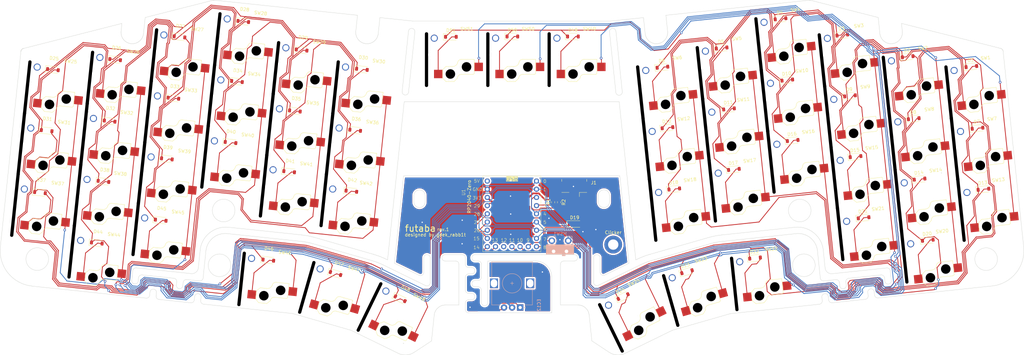
<source format=kicad_pcb>
(kicad_pcb (version 20240108) (generator "pcbnew") (generator_version "8.0")
  (layers (0 "F.Cu" signal) (31 "B.Cu" signal) (34 "B.Paste" user) (35 "F.Paste" user) (36 "B.SilkS" user "B.Silkscreen") (37 "F.SilkS" user "F.Silkscreen") (38 "B.Mask" user) (39 "F.Mask" user) (44 "Edge.Cuts" user))
  (net 0 "")
  (net 1 "/LR1")
  (net 2 "Net-(D1-A)")
  (net 3 "Net-(D2-A)")
  (net 4 "Net-(D3-A)")
  (net 5 "Net-(D4-A)")
  (net 6 "Net-(D5-A)")
  (net 7 "Net-(D6-A)")
  (net 8 "/LR2")
  (net 9 "Net-(D7-A)")
  (net 10 "Net-(D8-A)")
  (net 11 "Net-(D9-A)")
  (net 12 "Net-(D10-A)")
  (net 13 "Net-(D11-A)")
  (net 14 "Net-(D12-A)")
  (net 15 "/LR3")
  (net 16 "Net-(D13-A)")
  (net 17 "Net-(D14-A)")
  (net 18 "Net-(D15-A)")
  (net 19 "Net-(D16-A)")
  (net 20 "Net-(D17-A)")
  (net 21 "Net-(D18-A)")
  (net 22 "/LR4")
  (net 23 "Net-(D20-A)")
  (net 24 "Net-(D21-A)")
  (net 25 "Net-(D22-A)")
  (net 26 "Net-(D23-A)")
  (net 27 "Net-(D24-A)")
  (net 28 "/RR1")
  (net 29 "Net-(D25-A)")
  (net 30 "Net-(D26-A)")
  (net 31 "Net-(D27-A)")
  (net 32 "Net-(D28-A)")
  (net 33 "Net-(D29-A)")
  (net 34 "Net-(D30-A)")
  (net 35 "/RR2")
  (net 36 "Net-(D31-A)")
  (net 37 "Net-(D32-A)")
  (net 38 "Net-(D33-A)")
  (net 39 "Net-(D34-A)")
  (net 40 "Net-(D35-A)")
  (net 41 "Net-(D36-A)")
  (net 42 "/RR3")
  (net 43 "Net-(D37-A)")
  (net 44 "Net-(D38-A)")
  (net 45 "Net-(D39-A)")
  (net 46 "Net-(D40-A)")
  (net 47 "Net-(D41-A)")
  (net 48 "Net-(D42-A)")
  (net 49 "/RR4")
  (net 50 "Net-(D44-A)")
  (net 51 "Net-(D45-A)")
  (net 52 "Net-(D46-A)")
  (net 53 "Net-(D47-A)")
  (net 54 "Net-(D48-A)")
  (net 55 "/CR1")
  (net 56 "Net-(D49-A)")
  (net 57 "Net-(D50-A)")
  (net 58 "Net-(D51-A)")
  (net 59 "/SDA")
  (net 60 "GND")
  (net 61 "+3.3V")
  (net 62 "/SCL")
  (net 63 "Net-(D19-A)")
  (net 64 "/C1")
  (net 65 "/C2")
  (net 66 "/C3")
  (net 67 "/C4")
  (net 68 "/C5")
  (net 69 "/C6")
  (net 70 "/RotaryB")
  (net 71 "/RotaryA")
  (footprint "keyboard:Choc_Socket-flex-drill_top" (layer "F.Cu") (at 156.231772 160.874003 -26)
    (property "Reference" "SW48")
    (property "Value" "SW_Push" (hide yes))
  )
  (footprint "keyboard:Choc_Socket-flex-drill_bottom" (layer "F.Cu") (at 79.61148 139.29168 -6)
    (property "Reference" "SW45")
    (property "Value" "SW_Push" (hide yes))
  )
  (footprint "keyboard:Choc_Socket-flex-drill" (layer "F.Cu") (at 272.581356 98.515637 6)
    (property "Reference" "SW10")
    (property "Value" "SW_Push" (hide yes))
  )
  (footprint "keyboard:Choc_Socket-flex-drill_top" (layer "F.Cu") (at 252.4311 88.567422 6)
    (property "Reference" "SW5")
    (property "Value" "SW_Push" (hide yes))
  )
  (footprint "keyboard:Choc_Socket-flex-drill_top" (layer "F.Cu") (at 65.732939 89.568599 -6)
    (property "Reference" "SW26")
    (property "Value" "SW_Push" (hide yes))
  )
  (footprint "keyboard:Choc_Socket-flex-drill_bottom" (layer "F.Cu") (at 59.77482 146.256344 -6)
    (property "Reference" "SW44")
    (property "Value" "SW_Push" (hide yes))
  )
  (footprint "keyboard:Choc_Socket-flex-drill" (layer "F.Cu") (at 256.403184 126.359258 6)
    (property "Reference" "SW17")
    (property "Value" "SW_Push" (hide yes))
  )
  (footprint "Diode_SMD:D_SOD-123" (layer "F.Cu") (at 128.397391 129.768879 -6)
    (property "Reference" "D41")
    (property "Value" "1N4148W")
  )
  (footprint "keyboard:Choc_Socket-flex-drill" (layer "F.Cu") (at 139.853208 111.436063 -6)
    (property "Reference" "SW36")
    (property "Value" "SW_Push" (hide yes))
  )
  (footprint "keyboard:Choc_Socket-flex-drill" (layer "F.Cu") (at 314.03169 129.351835 6)
    (property "Reference" "SW14")
    (property "Value" "SW_Push" (hide yes))
  )
  (footprint "Diode_SMD:D_SOD-123" (layer "F.Cu") (at 247.714074 135.120381 6)
    (property "Reference" "D18")
    (property "Value" "1N4148W")
  )
  (footprint "Diode_SMD:D_SOD-123" (layer "F.Cu") (at 130.174074 110.951513 -6)
    (property "Reference" "D35")
    (property "Value" "1N4148W")
  )
  (footprint "Diode_SMD:D_SOD-123" (layer "F.Cu") (at 216.307543 87.878749)
    (property "Reference" "D49")
    (property "Value" "1N4148W")
  )
  (footprint "Diode_SMD:D_SOD-123" (layer "F.Cu") (at 92.52871 106.994824 -6)
    (property "Reference" "D33")
    (property "Value" "1N4148W")
  )
  (footprint "keyboard:Choc_Socket-flex-drill" (layer "F.Cu") (at 254.417144 107.463346 6)
    (property "Reference" "SW11")
    (property "Value" "SW_Push" (hide yes))
  )
  (footprint "Diode_SMD:D_SOD-123" (layer "F.Cu") (at 341.66117 116.29711 6)
    (property "Reference" "D7")
    (property "Value" "1N4148W")
  )
  (footprint "Resistor_SMD:R_0603_1608Metric" (layer "F.Cu") (at 212.04 139.23 -90)
    (property "Reference" "R2")
    (property "Value" "1kΩ")
  )
  (footprint "Diode_SMD:D_SOD-123" (layer "F.Cu") (at 264.66382 110.312751 6)
    (property "Reference" "D11")
    (property "Value" "1N4148W")
  )
  (footprint "keyboard:Choc_Socket-flex-drill_top" (layer "F.Cu") (at 134.875868 154.450009 -16)
    (property "Reference" "SW47")
    (property "Value" "SW_Push" (hide yes))
  )
  (footprint "Diode_SMD:D_SOD-123" (layer "F.Cu") (at 244.050807 97.396635 6)
    (property "Reference" "D6")
    (property "Value" "1N4148W")
  )
  (footprint "keyboard:Choc_Socket-flex-drill_top" (layer "F.Cu") (at 85.569616 82.603942 -6)
    (property "Reference" "SW27")
    (property "Value" "SW_Push" (hide yes))
  )
  (footprint "keyboard:Choc_Socket-flex-drill" (layer "F.Cu") (at 101.225143 115.420167 -6)
    (property "Reference" "SW40")
    (property "Value" "SW_Push" (hide yes))
  )
  (footprint "Diode_SMD:D_SOD-123" (layer "F.Cu") (at 343.498021 135.208718 6)
    (property "Reference" "D13")
    (property "Value" "1N4148W")
  )
  (footprint "keyboard:Choc_Socket-flex-drill_top" (layer "F.Cu") (at 206.853451 84.04395)
    (property "Reference" "SW49")
    (property "Value" "SW_Push" (hide yes))
  )
  (footprint "keyboard:Choc_Socket-flex-drill" (layer "F.Cu") (at 42.342295 130.347002 -6)
    (property "Reference" "SW37")
    (property "Value" "SW_Push" (hide yes))
  )
  (footprint "Diode_SMD:D_SOD-123" (layer "F.Cu") (at 231.871606 168.457378 26)
    (property "Reference" "D24")
    (property "Value" "1N4148W")
  )
  (footprint "keyboard:Choc_Socket-flex-drill" (layer "F.Cu") (at 312.045658 110.45592 6)
    (property "Reference" "SW8")
    (property "Value" "SW_Push" (hide yes))
  )
  (footprint "keyboard:Choc_Socket-flex-drill" (layer "F.Cu") (at 292.208973 103.491265 6)
    (property "Reference" "SW9")
    (property "Value" "SW_Push" (hide yes))
  )
  (footprint "Diode_SMD:D_SOD-123" (layer "F.Cu") (at 90.506105 125.786343 -6)
    (property "Reference" "D39")
    (property "Value" "1N4148W")
  )
  (footprint "keyboard:Choc_Socket-flex-drill_top" (layer "F.Cu") (at 263.05944 153.813887 6)
    (property "Reference" "SW22")
    (property "Value" "SW_Push" (hide yes))
  )
  (footprint "Diode_SMD:D_SOD-123" (layer "F.Cu") (at 299.762997 87.418471 6)
    (property "Reference" "D3")
    (property "Value" "1N4148W")
  )
  (footprint "Diode_SMD:D_SOD-123" (layer "F.Cu") (at 53.263031 117.045499 -6)
    (property "Reference" "D31")
    (property "Value" "1N4148W")
  )
  (footprint "Diode_SMD:D_SOD-123" (layer "F.Cu") (at 303.873812 125.095166 6)
    (property "Reference" "D15")
    (property "Value" "1N4148W")
  )
  (footprint "keyboard:Choc_Socket-flex-drill" (layer "F.Cu") (at 44.328343 111.451082 -6)
    (property "Reference" "SW31")
    (property "Value" "SW_Push" (hide yes))
  )
  (footprint "Diode_SMD:D_SOD-123" (layer "F.Cu") (at 282.728591 101.375503 6)
    (property "Reference" "D10")
    (property "Value" "1N4148W")
  )
  (footprint "Diode_SMD:D_SOD-123" (layer "F.Cu") (at 148.850776 116.936544 -6)
    (property "Reference" "D36")
    (property "Value" "1N4148W")
  )
  (footprint "Diode_SMD:D_SOD-123" (layer "F.Cu") (at 70.868328 132.771904 -6)
    (property "Reference" "D38")
    (property "Value" "1N4148W")
  )
  (footprint "Diode_SMD:D_SOD-123" (layer "F.Cu") (at 94.425754 87.989009 -6)
    (property "Reference" "D27")
    (property "Value" "1N4148W")
  )
  (footprint "Diode_SMD:D_SOD-123" (layer "F.Cu") (at 68.808958 151.861219 -6)
    (property "Reference" "D44")
    (property "Value" "1N4148W")
  )
  (footprint "Diode_SMD:D_SOD-123" (layer "F.Cu") (at 266.181428 129.056798 6)
    (property "Reference" "D17")
    (property "Value" "1N4148W")
  )
  (footprint "keyboard:Choc_Socket-flex-drill_top" (layer "F.Cu") (at 290.222934 84.595339 6)
    (property "Reference" "SW3")
    (property "Value" "SW_Push" (hide yes))
  )
  (footprint "keyboard:Choc_Socket-flex-drill" (layer "F.Cu") (at 103.211188 96.524245 -6)
    (property "Reference" "SW34")
    (property "Value" "SW_Push" (hide yes))
  )
  (footprint "keyboard:Choc_Socket-flex-drill_top" (layer "F.Cu") (at 329.478169 94.546562 6)
    (property "Reference" "SW1")
    (property "Value" "SW_Push" (hide yes))
  )
  (footprint "Diode_SMD:D_SOD-123" (layer "F.Cu") (at 321.894521 113.347133 6)
    (property "Reference" "D8")
    (property "Value" "1N4148W")
  )
  (footprint "keyboard:Choc_Socket-flex-drill_top" (layer "F.Cu") (at 270.595325 79.619733 6)
    (property "Reference" "SW4")
    (property "Value" "SW_Push" (hide yes))
  )
  (footprint "Diode_SMD:D_SOD-123" (layer "F.Cu") (at 72.778518 114.093374 -6)
    (property "Reference" "D32")
    (property "Value" "1N4148W")
  )
  (footprint "keyboard:Choc_Socket-flex-drill_top" (layer "F.Cu") (at 141.839242 92.540155 -6)
    (property "Reference" "SW30")
    (property "Value" "SW_Push" (hide yes))
  )
  (footprint "keyboard:Choc_Socket-flex-drill_bottom" (layer "F.Cu") (at 296.181059 141.28309 6)
    (property "Reference" "SW21")
    (property "Value" "SW_Push" (hide yes))
  )
  (footprint "Diode_SMD:D_SOD-123" (layer "F.Cu") (at 88.606361 144.791886 -6)
    (property "Reference" "D45")
    (property "Value" "1N4148W")
  )
  (footprint "keyboard:Choc_Socket-flex-drill" (layer "F.Cu") (at 274.567407 117.411565 6)
    (property "Reference" "SW16")
    (property "Value" "SW_Push" (hide yes))
  )
  (footprint "Diode_SMD:D_SOD-123" (layer "F.Cu") (at 55.202053 98.144649 -6)
    (property "Reference" "D25")
    (property "Value" "1N4148W")
  )
  (footprint "Diode_SMD:D_SOD-123" (layer "F.Cu") (at 280.632643 82.390582 6)
    (property "Reference" "D4")
    (property "Value" "1N4148W")
  )
  (footprint "Diode_SMD:D_SOD-123" (layer "F.Cu") (at 323.71048 132.059826 6)
    (property "Reference" "D14")
    (property "Value" "1N4148W")
  )
  (footprint "keyboard:Choc_Socket-flex-drill_top" (layer "F.Cu") (at 46.314382 92.555164 -6)
    (property "Reference" "SW25")
    (property "Value" "SW_Push" (hide yes))
  )
  (footprint "Diode_SMD:D_SOD-123" (layer "F.Cu") (at 132.259564 92.066049 -6)
    (property "Reference" "D29")
    (property "Value" "1N4148W")
  )
  (footprint "keyboard:Choc_Socket-flex-drill" (layer "F.Cu") (at 333.450248 132.3384 6)
    (property "Reference" "SW13")
    (property "Value" "SW_Push" (hide yes))
  )
  (footprint "Diode_SMD:D_SOD-123" (layer "F.Cu") (at 112.229662 101.825821 -6)
    (property "Reference" "D34")
    (property "Value" "1N4148W")
  )
  (footprint "Diode_SMD:D_SOD-123" (layer "F.Cu") (at 306.367556 144.038259 6)
    (property "Reference" "D21")
    (property "Value" "1N4148W")
  )
  (footprint "keyboard:Choc_Socket-flex-drill" (layer "F.Cu") (at 63.746906 108.464509 -6)
    (property "Reference" "SW32")
    (property "Value" "SW_Push" (hide yes))
  )
  (footprint "Diode_SMD:D_SOD-123" (layer "F.Cu") (at 110.243621 120.721736 -6)
    (property "Reference" "D40")
    (property "Value" "1N4148W")
  )
  (footprint "keyboard:Choc_Socket-flex-drill" (layer "F.Cu") (at 235.939336 113.427471 6)
    (property "Reference" "SW12")
    (property "Value" "SW_Push" (hide yes))
  )
  (footprint "keyboard:Choc_Socket-flex-drill_top" (layer "F.Cu") (at 221.388209 169.188046 26)
    (property "Reference" "SW24")
    (property "Value" "SW_Push" (hide yes))
  )
  (footprint "Diode_SMD:D_SOD-123" (layer "F.Cu") (at 320.026293 94.137177 6)
    (property "Reference" "D2")
    (property "Value" "1N4148W")
  )
  (footprint "Diode_SMD:D_SOD-123" (layer "F.Cu") (at 142.764415 161.314783 -16)
    (property "Reference" "D47")
    (property "Value" "1N4148W")
  )
  (footprint "Diode_SMD:D_SOD-123" (layer "F.Cu") (at 121.94527 157.168663 -6)
    (property "Reference" "D46")
    (property "Value" "1N4148W")
  )
  (footprint "keyboard:Choc_Socket-flex-drill" (layer "F.Cu") (at 119.389358 124.367847 -6)
    (property "Reference" "SW41")
    (property "Value" "SW_Push" (hide yes))
  )
  (footprint "keyboard:Choc_Socket-flex-drill_top" (layer "F.Cu") (at 241.558755 159.672055 16)
    (property "Reference" "SW23")
    (property "Value" "SW_Push" (hide yes))
  )
  (footprint "Diode_SMD:D_SOD-123" (layer "F.Cu") (at 74.479169 95.042652 -6)
    (property "Reference" "D26")
    (property "Value" "1N4148W")
  )
  (footprint "Diode_SMD:D_SOD-123" (layer "F.Cu") (at 150.936268 98.05108 -6)
    (property "Reference" "D30")
    (property "Value" "1N4148W")
  )
  (footprint "keyboard:Choc_Socket-flex-drill_top" (layer "F.Cu") (at 168.853453 84.043945)
    (property "Reference" "SW51")
    (property "Value" "SW_Push" (hide yes))
  )
  (footprint "keyboard:Choc_Socket-flex-drill" (layer "F.Cu") (at 237.925385 132.323387 6)
    (property "Reference" "SW18")
    (property "Value" "SW_Push" (hide yes))
  )
  (footprint "keyboard:Choc_Socket-flex-drill" (layer "F.Cu") (at 331.46421 113.442488 6)
    (property "Reference" "SW7")
    (property "Value" "SW_Push" (hide yes))
  )
  (footprint "keyboard:Choc_Socket-flex-drill_top" (layer "F.Cu") (at 112.728132 151.821971 -6)
    (property "Reference" "SW46")
    (property "Value" "SW_Push" (hide yes))
  )
  (footprint "keyboard:Choc_Socket-flex-drill" (layer "F.Cu") (at 83.583578 101.499853 -6)
    (property "Reference" "SW33")
    (property "Value" "SW_Push" (hide yes))
  )
  (footprint "Diode_SMD:D_SOD-123" (layer "F.Cu") (at 302.146848 106.272564 6)
    (property "Reference" "D9")
    (property "Value" "1N4148W")
  )
  (footprint "Diode_SMD:D_SOD-123" (layer "F.Cu") (at 251.657042 160.753414 16)
    (property "Reference" "D23")
    (property "Value" "1N4148W")
  )
  (footprint "Diode_SMD:D_SOD-123" (layer "F.Cu") (at 178.507542 87.978738)
    (property "Reference" "D51")
    (property "Value" "1N4148W")
  )
  (footprint "keyboard:RP2040-Zero" (layer "F.Cu") (at 197.408363 142.817144)
    (property "Reference" "U1")
    (property "Value" "RP2040-Zero")
  )
  (footprint "Diode_SMD:D_SOD-123" (layer "F.Cu") (at 197.557546 87.878745)
    (property "Reference" "D50")
    (property "Value" "1N4148W")
  )
  (footprint "Diode_SMD:D_SOD-123" (layer "F.Cu") (at 51.198609 136.234832 -6)
    (property "Reference" "D37")
    (property "Value" "1N4148W")
  )
  (footprint "keyboard:Choc_Socket-flex-drill" (layer "F.Cu") (at 81.597534 120.39577 -6)
    (property "Reference" "SW39")
    (property "Value" "SW_Push" (hide yes))
  )
  (footprint "keyboard:Jushuo_AFC07-S06FCA-00_1x6-1MP_P0.50_Horizontal-JLC" (layer "F.Cu") (at 216.73 135.99)
    (property "Reference" "J1")
    (property "Value" "Conn_01x06")
  )
  (footprint "Diode_SMD:D_SOD-123" (layer "F.Cu") (at 262.379427 91.448188 6)
    (property "Reference" "D5")
    (property "Value" "1N4148W")
  )
  (footprint "MountingHole:MountingHole_3.2mm_M3_ISO14580_Pad_TopBottom" (layer "F.Cu") (at 228.8 152.347)
    (property "Reference" "Clicker")
    (property "Value" "MountingHole_3.2mm_M3_ISO14580_Pad_TopBottom")
  )
  (footprint "Diode_SMD:D_SOD-123" (layer "F.Cu") (at 245.618128 116.135457 6)
    (property "Reference" "D12")
    (property "Value" "1N4148W")
  )
  (footprint "keyboard:Choc_Socket-flex-drill_bottom" (layer "F.Cu") (at 137.867165 130.331984 -6)
    (property "Reference" "SW42")
    (property "Value" "SW_Push" (hide yes))
  )
  (footprint "Diode_SMD:D_SOD-123" (layer "F.Cu") (at 272.738228 156.521874 6)
    (property "Reference" "D22")
    (property "Value" "1N4148W")
  )
  (footprint "Diode_SMD:D_SOD-123" (layer "F.Cu") (at 147.67081 135.816633 -6)
    (property "Reference" "D42")
    (property "Value" "1N4148W")
  )
  (footprint "keyboard:Choc_Socket-flex-drill" (layer "F.Cu") (at 121.375408 105.471944 -6)
    (property "Reference" "SW35")
    (property "Value" "SW_Push" (hide yes))
  )
  (footprint "keyboard:Choc_Socket-flex-drill_top" (layer "F.Cu") (at 123.361444 86.576031 -6)
    (property "Reference" "SW29")
    (property "Value" "SW_Push" (hide yes))
  )
  (footprint "Diode_SMD:D_SOD-123" (layer "F.Cu") (at 284.395369 120.103874 6)
    (property "Reference" "D16")
    (property "Value" "1N4148W")
  )
  (footprint "Diode_SMD:D_SOD-123" (layer "F.Cu") (at 162.785754 169.13453 -26)
    (property "Reference" "D48")
    (property "Value" "1N4148W")
  )
  (footprint "keyboard:Choc_Socket-flex-drill_top" (layer "F.Cu") (at 310.059615 91.56 6)
    (property "Reference" "SW2")
    (property "Value" "SW_Push" (hide yes))
  )
  (footprint "keyboard:Choc_Socket-flex-drill_bottom" (layer "F.Cu") (at 316.017727 148.247753 6)
    (property "Reference" "SW20")
    (property "Value" "SW_Push" (hide yes))
  )
  (footprint "Diode_SMD:D_SOD-123" (layer "F.Cu") (at 326.253959 150.997701 6)
    (property "Reference" "D20")
    (property "Value" "1N4148W")
  )
  (footprint "keyboard:Choc_Socket-flex-drill_top" (layer "F.Cu") (at 105.197231 77.62833 -6)
    (property "Reference" "SW28")
    (property "Value" "SW_Push" (hide yes))
  )
  (footprint "Diode_SMD:D_SOD-123" (layer "F.Cu") (at 216.83 145.98)
    (property "Reference" "D19")
    (property "Value" "1N4148W")
  )
  (footprint "Resistor_SMD:R_0603_1608Metric" (layer "F.Cu") (at 210.18 139.23 -90)
    (property "Reference" "R1")
    (property "Value" "1kΩ")
  )
  (footprint "keyboard:Choc_Socket-flex-drill_top" (layer "F.Cu") (at 187.853439 84.043948)
    (property "Reference" "SW50")
    (property "Value" "SW_Push" (hide yes))
  )
  (footprint "keyboard:Choc_Socket-flex-drill_top" (layer "F.Cu") (at 233.953312 94.531555 6)
    (property "Reference" "SW6")
    (property "Value" "SW_Push" (hide yes))
  )
  (footprint "Diode_SMD:D_SOD-123" (layer "F.Cu") (at 114.184345 83.228265 -6)
    (property "Reference" "D28")
    (property "Value" "1N4148W")
  )
  (footprint "keyboard:Choc_Socket-flex-drill" (layer "F.Cu") (at 61.760859 127.360437 -6)
    (property "Reference" "SW38")
    (property "Value" "SW_Push" (hide yes))
  )
  (footprint "Diode_SMD:D_SOD-123" (layer "F.Cu") (at 339.753662 97.191842 6)
    (property "Reference" "D1")
    (property "Value" "1N4148W")
  )
  (footprint "keyboard:Choc_Socket-flex-drill" (layer "F.Cu") (at 294.19502 122.387173 6)
    (property "Reference" "SW15")
    (property "Value" "SW_Push" (hide yes))
  )
  (footprint "Rotary_Encoder:RotaryEncoder_Alps_EC12E_Vertical_H20mm" (layer "B.Cu") (at 199.9664 171.843114 90)
    (property "Reference" "EC12")
    (property "Value" "RotaryEncoder")
  )
  (footprint "keyboard:MicroSwitch" (layer "B.Cu") (at 212.31836 151.147144 180)
    (property "Reference" "MSW1")
    (property "Value" "SW_SPDT_312")
  )
  (gr_line (start 241.179041 89.978756) (end 241.343483 90.023138) (stroke (width 0.1)) (layer "Edge.Cuts"))
  (gr_arc (start 313.535653 159.579628) (mid 314.269517 159.796973) (end 314.634705 160.469621) (stroke (width 0.1)) (layer "Edge.Cuts"))
  (gr_arc (start 204.76 157.44) (mid 208.295534 158.904466) (end 209.76 162.44) (stroke (width 0.1)) (layer "Edge.Cuts"))
  (gr_line (start 134.405035 151.721925) (end 133.945837 151.627476) (stroke (width 0.1)) (layer "Edge.Cuts"))
  (gr_line (start 164.396707 186.540017) (end 164.076125 186.529856) (stroke (width 0.1)) (layer "Edge.Cuts"))
  (gr_line (start 315.780572 89.993526) (end 315.948356 89.945008) (stroke (width 0.1)) (layer "Edge.Cuts"))
  (gr_line (start 173.620627 173.137314) (end 173.522058 173.386492) (stroke (width 0.1)) (layer "Edge.Cuts"))
  (gr_line (start 45.317378 92.340011) (end 45.326549 92.30265) (stroke (width 0.1)) (layer "Edge.Cuts"))
  (gr_line (start 239.841671 89.232054) (end 239.973527 89.344312) (stroke (width 0.1)) (layer "Edge.Cuts"))
  (gr_line (start 312.098641 88.712698) (end 312.204544 88.846814) (stroke (width 0.1)) (layer "Edge.Cuts"))
  (gr_line (start 239.596899 88.990168) (end 239.716079 89.113914) (stroke (width 0.1)) (layer "Edge.Cuts"))
  (gr_line (start 164.076125 186.529856) (end 163.756266 186.499096) (stroke (width 0.1)) (layer "Edge.Cuts"))
  (gr_line (start 290.652417 148.480359) (end 290.956411 148.714757) (stroke (width 0.1)) (layer "Edge.Cuts"))
  (gr_line (start 46.596644 164.746572) (end 46.08656 164.573832) (stroke (width 0.1)) (layer "Edge.Cuts"))
  (gr_line (start 245.171625 88.416173) (end 245.254121 88.26987) (stroke (width 0.1)) (layer "Edge.Cuts"))
  (gr_line (start 165.974699 186.284061) (end 165.665807 186.375932) (stroke (width 0.1)) (layer "Edge.Cuts"))
  (gr_line (start 355.914258 155.772826) (end 355.825428 156.303051) (stroke (width 0.1)) (layer "Edge.Cuts"))
  (gr_arc (start 79.950561 160.464432) (mid 80.315728 159.791798) (end 81.049613 159.574438) (stroke (width 0.1)) (layer "Edge.Cuts"))
  (gr_line (start 289.81128 76.631397) (end 289.833161 76.635156) (stroke (width 0.1)) (layer "Edge.Cuts"))
  (gr_line (start 187.960553 158.435641) (end 187.960549 162.445638) (stroke (width 0.1)) (layer "Edge.Cuts"))
  (gr_line (start 155.095341 88.990167) (end 155.207963 88.861103) (stroke (width 0.1)) (layer "Edge.Cuts"))
  (gr_line (start 237.687171 156.22123) (end 238.163938 156.03291) (stroke (width 0.1)) (layer "Edge.Cuts"))
  (gr_line (start 176.805208 171.048252) (end 176.535598 171.060157) (stroke (width 0.1)) (layer "Edge.Cuts"))
  (gr_line (start 133.021764 151.468668) (end 132.557236 151.404375) (stroke (width 0.1)) (layer "Edge.Cuts"))
  (gr_line (start 232.187764 186.168685) (end 231.880955 186.282522) (stroke (width 0.1)) (layer "Edge.Cuts"))
  (gr_line (start 76.642164 88.105207) (end 76.717674 88.255579) (stroke (width 0.1)) (layer "Edge.Cuts"))
  (gr_line (start 245.624947 87.145426) (end 245.646059 86.973363) (stroke (width 0.1)) (layer "Edge.Cuts"))
  (gr_line (start 212.462987 158.433115) (end 212.463946 171.047807) (stroke (width 0.1)) (layer "Edge.Cuts"))
  (gr_line (start 175.23051 171.431879) (end 174.996739 171.562908) (stroke (width 0.1)) (layer "Edge.Cuts"))
  (gr_line (start 153.348674 90.023142) (end 153.513103 89.97876) (stroke (width 0.1)) (layer "Edge.Cuts"))
  (gr_line (start 83.798208 81.989429) (end 104.79396 76.649612) (stroke (width 0.1)) (layer "Edge.Cuts"))
  (gr_circle (center 106.826177 158.766628) (end 110.326178 158.756631) (stroke (width 0.1)) (fill none) (layer "Edge.Cuts"))
  (gr_line (start 240.857533 89.86618) (end 241.016954 89.926411) (stroke (width 0.1)) (layer "Edge.Cuts"))
  (gr_line (start 149.096774 87.315115) (end 149.134401 87.482185) (stroke (width 0.1)) (layer "Edge.Cuts"))
  (gr_line (start 81.719306 89.533971) (end 81.860991 89.43568) (stroke (width 0.1)) (layer "Edge.Cuts"))
  (gr_line (start 45.764819 91.711368) (end 45.797384 91.691997) (stroke (width 0.1)) (layer "Edge.Cuts"))
  (gr_line (start 318.345383 87.131143) (end 318.366496 86.959078) (stroke (width 0.1)) (layer "Edge.Cuts"))
  (gr_line (start 76.325726 86.959076) (end 76.346845 87.131148) (stroke (width 0.1)) (layer "Edge.Cuts"))
  (gr_line (start 173.522058 173.386492) (end 173.442404 173.644327) (stroke (width 0.1)) (layer "Edge.Cuts"))
  (gr_arc (start 300.876966 163.890632) (mid 301.094377 163.156818) (end 301.766959 162.79158) (stroke (width 0.1)) (layer "Edge.Cuts"))
  (gr_line (start 77.431002 89.180919) (end 77.556961 89.292038) (stroke (width 0.1)) (layer "Edge.Cuts"))
  (gr_line (start 107.121219 149.091862) (end 106.839016 149.170228) (stroke (width 0.1)) (layer "Edge.Cuts"))
  (gr_line (start 84.088481 168.928587) (end 79.228058 168.417695) (stroke (width 0.1)) (layer "Edge.Cuts"))
  (gr_line (start 45.326549 92.30265) (end 45.337119 92.265839) (stroke (width 0.1)) (layer "Edge.Cuts"))
  (gr_arc (start 224.161178 137.12663) (mid 225.911602 135.376178) (end 227.662087 137.126635) (stroke (width 0.1)) (layer "Edge.Cuts"))
  (gr_poly (pts (xy 330.499341 130.13647) (xy 330.499345 130.136466) (xy 330.499374 130.136468)) (stroke (width 0.248708)) (fill none) (layer "Edge.Cuts"))
  (gr_line (start 38.877068 154.720352) (end 38.866856 154.179063) (stroke (width 0.1)) (layer "Edge.Cuts"))
  (gr_line (start 153.513103 89.97876) (end 153.675176 89.926411) (stroke (width 0.1)) (layer "Edge.Cuts"))
  (gr_line (start 220.747458 172.558127) (end 220.670113 172.450686) (stroke (width 0.1)) (layer "Edge.Cuts"))
  (gr_line (start 239.76236 157.580651) (end 239.319369 157.73427) (stroke (width 0.1)) (layer "Edge.Cuts"))
  (gr_line (start 163.756266 186.499096) (end 163.438134 186.447661) (stroke (width 0.1)) (layer "Edge.Cuts"))
  (gr_line (start 312.204544 88.846814) (end 312.317147 88.97588) (stroke (width 0.1)) (layer "Edge.Cuts"))
  (gr_line (start 245.643035 86.26616) (end 245.120481 81.293579) (stroke (width 0.1)) (layer "Edge.Cuts"))
  (gr_line (start 291.056418 151.516825) (end 290.886469 151.282046) (stroke (width 0.1)) (layer "Edge.Cuts"))
  (gr_line (start 228.023373 83.090627) (end 238.175688 82.023565) (stroke (width 0.1)) (layer "Edge.Cuts"))
  (gr_line (start 261.67039 151.468673) (end 261.207464 151.543047) (stroke (width 0.1)) (layer "Edge.Cuts"))
  (gr_line (start 221.349255 174.182437) (end 221.332132 174.045385) (stroke (width 0.1)) (layer "Edge.Cuts"))
  (gr_line (start 77.556961 89.292038) (end 77.688347 89.397166) (stroke (width 0.1)) (layer "Edge.Cuts"))
  (gr_line (start 212.465601 155.435029) (end 216.742982 155.433114) (stroke (width 0.1)) (layer "Edge.Cuts"))
  (gr_line (start 346.712909 165.092821) (end 346.171699 165.163307) (stroke (width 0.1)) (layer "Edge.Cuts"))
  (gr_line (start 291.62081 152.539201) (end 291.497854 152.271798) (stroke (width 0.1)) (layer "Edge.Cuts"))
  (gr_line (start 104.902926 76.628119) (end 104.924925 76.62533) (stroke (width 0.1)) (layer "Edge.Cuts"))
  (gr_line (start 218.15658 171.060163) (end 218.021607 171.051591) (stroke (width 0.1)) (layer "Edge.Cuts"))
  (gr_line (start 289.656323 150.073896) (end 289.420084 149.909099) (stroke (width 0.1)) (layer "Edge.Cuts"))
  (gr_line (start 39.17996 156.848637) (end 39.065485 156.323965) (stroke (width 0.1)) (layer "Edge.Cuts"))
  (gr_line (start 183.000548 170.443112) (end 183.000557 172.493114) (stroke (width 0.1)) (layer "Edge.Cuts"))
  (gr_line (start 167.031171 137.146636) (end 167.03118 139.14663) (stroke (width 0.1)) (layer "Edge.Cuts"))
  (gr_line (start 152.844183 90.107614) (end 153.01391 90.087653) (stroke (width 0.1)) (layer "Edge.Cuts"))
  (gr_line (start 353.218272 161.560564) (end 352.845962 161.956312) (stroke (width 0.1)) (layer "Edge.Cuts"))
  (gr_line (start 78.579731 89.888577) (end 78.743653 89.945015) (stroke (width 0.1)) (layer "Edge.Cuts"))
  (gr_line (start 238.644673 155.854985) (end 239.129217 155.68754) (stroke (width 0.1)) (layer "Edge.Cuts"))
  (gr_line (start 45.536916 91.905788) (end 45.588073 91.851053) (stroke (width 0.1)) (layer "Edge.Cuts"))
  (gr_line (start 107.40833 149.027182) (end 107.121219 149.091862) (stroke (width 0.1)) (layer "Edge.Cuts"))
  (gr_line (start 318.179302 87.793239) (end 318.23267 87.632118) (stroke (width 0.1)) (layer "Edge.Cuts"))
  (gr_circle (center 344.336175 156.846636) (end 347.836176 156.836636) (stroke (width 0.1)) (fill none) (layer "Edge.Cuts"))
  (gr_line (start 149.705815 88.695646) (end 149.808116 88.828315) (stroke (width 0.1)) (layer "Edge.Cuts"))
  (gr_line (start 48.177802 165.113732) (end 47.643122 165.016989) (stroke (width 0.1)) (layer "Edge.Cuts"))
  (gr_line (start 170.657496 165.048756) (end 157.532016 158.645292) (stroke (width 0.1)) (layer "Edge.Cuts"))
  (gr_line (start 288.130025 149.26194) (end 287.853136 149.170225) (stroke (width 0.1)) (layer "Edge.Cuts"))
  (gr_line (start 105.03553 76.61867) (end 105.057711 76.618799) (stroke (width 0.1)) (layer "Edge.Cuts"))
  (gr_line (start 45.447529 92.026034) (end 45.489997 91.964203) (stroke (width 0.1)) (layer "Edge.Cuts"))
  (gr_line (start 221.212408 173.514387) (end 221.170164 173.386494) (stroke (width 0.1)) (layer "Edge.Cuts"))
  (gr_line (start 316.427751 89.752923) (end 316.57891 89.674172) (stroke (width 0.1)) (layer "Edge.Cuts"))
  (gr_line (start 40.676099 160.28699) (end 40.389861 159.827456) (stroke (width 0.1)) (layer "Edge.Cuts"))
  (gr_line (start 82.86946 88.282713) (end 82.947065 88.131096) (stroke (width 0.1)) (layer "Edge.Cuts"))
  (gr_line (start 150.687098 89.602758) (end 150.833598 89.688458) (stroke (width 0.1)) (layer "Edge.Cuts"))
  (gr_line (start 289.676817 147.867005) (end 290.012068 148.05603) (stroke (width 0.1)) (layer "Edge.Cuts"))
  (gr_line (start 38.88341 153.635951) (end 38.926996 153.091966) (stroke (width 0.1)) (layer "Edge.Cuts"))
  (gr_line (start 291.730978 152.813915) (end 291.62081 152.539201) (stroke (width 0.1)) (layer "Edge.Cuts"))
  (gr_line (start 104.378236 150.63297) (end 104.17739 150.83978) (stroke (width 0.1)) (layer "Edge.Cuts"))
  (gr_line (start 79.436022 90.089126) (end 79.608668 90.102956) (stroke (width 0.1)) (layer "Edge.Cuts"))
  (gr_line (start 290.514846 150.839775) (end 290.314012 150.632974) (stroke (width 0.1)) (layer "Edge.Cuts"))
  (gr_arc (start 183.000555 162.445636) (mid 183.293429 161.738499) (end 184.000546 161.445637) (stroke (width 0.1)) (layer "Edge.Cuts"))
  (gr_line (start 104.35479 148.260648) (end 104.680178 148.056049) (stroke (width 0.1)) (layer "Edge.Cuts"))
  (gr_line (start 156.047564 155.855003) (end 156.528282 156.032914) (stroke (width 0.1)) (layer "Edge.Cuts"))
  (gr_line (start 79.082885 90.033873) (end 79.257814 90.065819) (stroke (width 0.1)) (layer "Edge.Cuts"))
  (gr_line (start 289.612228 76.619423) (end 289.634439 76.618801) (stroke (width 0.1)) (layer "Edge.Cuts"))
  (gr_arc (start 296.64107 170.370292) (mid 295.907223 170.152909) (end 295.542017 169.480307) (stroke (width 0.1)) (layer "Edge.Cuts"))
  (gr_line (start 313.737359 89.912117) (end 313.899448 89.964468) (stroke (width 0.1)) (layer "Edge.Cuts"))
  (gr_line (start 105.146381 76.624479) (end 149.571775 81.293575) (stroke (width 0.1)) (layer "Edge.Cuts"))
  (gr_line (start 163.853998 131.074914) (end 161.011578 158.117178) (stroke (width 0.1)) (layer "Edge.Cuts"))
  (gr_line (start 349.479756 92.070408) (end 349.512639 92.138342) (stroke (width 0.1)) (layer "Edge.Cuts"))
  (gr_line (start 154.581457 89.449963) (end 154.71871 89.344318) (stroke (width 0.1)) (layer "Edge.Cuts"))
  (gr_arc (start 297.788866 163.2097) (mid 298.522727 163.427047) (end 298.887912 164.099688) (stroke (width 0.1)) (layer "Edge.Cuts"))
  (gr_line (start 79.228058 168.417695) (end 48.716052 165.210942) (stroke (width 0.1)) (layer "Edge.Cuts"))
  (gr_line (start 80.62821 90.008858) (end 80.792641 89.964474) (stroke (width 0.1)) (layer "Edge.Cuts"))
  (gr_line (start 349.512639 92.138342) (end 349.540403 92.208959) (stroke (width 0.1)) (layer "Edge.Cuts"))
  (gr_line (start 189.960555 157.435637) (end 189.960552 170.295635) (stroke (width 0.1)) (layer "Edge.Cuts"))
  (gr_arc (start 165.365991 86.254325) (mid 166.464994 85.364408) (end 167.355034 86.463372) (stroke (width 0.1)) (layer "Edge.Cuts"))
  (gr_line (start 45.376834 92.158993) (end 45.392659 92.124668) (stroke (width 0.1)) (layer "Edge.Cuts"))
  (gr_line (start 76.328751 86.251872) (end 76.314488 86.431037) (stroke (width 0.1)) (layer "Edge.Cuts"))
  (gr_line (start 312.830995 89.435678) (end 312.972692 89.533967) (stroke (width 0.1)) (layer "Edge.Cuts"))
  (gr_line (start 167.355034 86.463373) (end 165.395401 105.108) (stroke (width 0.1)) (layer "Edge.Cuts"))
  (gr_line (start 292.035534 153.979228) (end 291.980646 153.67861) (stroke (width 0.1)) (layer "Edge.Cuts"))
  (gr_line (start 109.210906 148.945399) (end 108.903042 148.920887) (stroke (width 0.1)) (layer "Edge.Cuts"))
  (gr_line (start 133.484689 151.543051) (end 133.021764 151.468668) (stroke (width 0.1)) (layer "Edge.Cuts"))
  (gr_line (start 349.352637 91.885144) (end 349.399542 91.943558) (stroke (width 0.1)) (layer "Edge.Cuts"))
  (gr_line (start 285.48137 148.945397) (end 262.600994 151.350196) (stroke (width 0.1)) (layer "Edge.Cuts"))
  (gr_line (start 173.382456 173.909948) (end 173.36011 174.045384) (stroke (width 0.1)) (layer "Edge.Cuts"))
  (gr_line (start 76.313175 86.784873) (end 76.325726 86.959076) (stroke (width 0.1)) (layer "Edge.Cuts"))
  (gr_line (start 354.214654 160.266075) (end 353.904945 160.712567) (stroke (width 0.1)) (layer "Edge.Cuts"))
  (gr_line (start 39.888783 158.872978) (end 39.674493 158.379914) (stroke (width 0.1)) (layer "Edge.Cuts"))
  (gr_line (start 47.115784 164.894447) (end 46.596644 164.746572) (stroke (width 0.1)) (layer "Edge.Cuts"))
  (gr_line (start 189.960555 157.435637) (end 204.76 157.44) (stroke (width 0.1)) (layer "Edge.Cuts"))
  (gr_line (start 183.000555 162.445636) (end 183.000552 166.445642) (stroke (width 0.1)) (layer "Edge.Cuts"))
  (gr_line (start 349.187334 91.73295) (end 349.246317 91.779588) (stroke (width 0.1)) (layer "Edge.Cuts"))
  (gr_line (start 40.127333 159.355804) (end 39.888783 158.872978) (stroke (width 0.1)) (layer "Edge.Cuts"))
  (gr_line (start 218.426905 171.093242) (end 218.291728 171.074025) (stroke (width 0.1)) (layer "Edge.Cuts"))
  (gr_poly (pts (xy 163.832793 182.934594) (xy 163.832776 182.934597) (xy 163.832779 182.934591)) (stroke (width 0.248708)) (fill none) (layer "Edge.Cuts"))
  (gr_line (start 260.868868 149.573103) (end 261.37486 149.491944) (stroke (width 0.1)) (layer "Edge.Cuts"))
  (gr_line (start 258.923019 152.065097) (end 240.658308 157.302525) (stroke (width 0.1)) (layer "Edge.Cuts"))
  (gr_line (start 244.414826 89.306326) (end 244.540788 89.195203) (stroke (width 0.1)) (layer "Edge.Cuts"))
  (gr_line (start 102.173025 150.404257) (end 102.399625 150.09121) (stroke (width 0.1)) (layer "Edge.Cuts"))
  (gr_line (start 238.444111 158.070306) (end 238.012138 158.252579) (stroke (width 0.1)) (layer "Edge.Cuts"))
  (gr_line (start 239.378362 88.726988) (end 239.48428 88.861106) (stroke (width 0.1)) (layer "Edge.Cuts"))
  (gr_line (start 45.864932 91.656878) (end 45.899864 91.641191) (stroke (width 0.1)) (layer "Edge.Cuts"))
  (gr_line (start 243.22814 89.959294) (end 243.392058 89.902864) (stroke (width 0.1)) (layer "Edge.Cuts"))
  (gr_line (start 155.074864 155.530635) (end 155.563033 155.687551) (stroke (width 0.1)) (layer "Edge.Cuts"))
  (gr_line (start 247.145093 178.885663) (end 232.488772 186.033915) (stroke (width 0.1)) (layer "Edge.Cuts"))
  (gr_line (start 165.665807 186.375932) (end 165.35255 186.447539) (stroke (width 0.1)) (layer "Edge.Cuts"))
  (gr_line (start 109.606709 146.975865) (end 132.300284 149.361089) (stroke (width 0.1)) (layer "Edge.Cuts"))
  (gr_line (start 155.901878 87.504821) (end 155.940741 87.337504) (stroke (width 0.1)) (layer "Edge.Cuts"))
  (gr_line (start 45.672291 91.776377) (end 45.702239 91.753594) (stroke (width 0.1)) (layer "Edge.Cuts"))
  (gr_line (start 238.751328 87.337499) (end 238.790219 87.504822) (stroke (width 0.1)) (layer "Edge.Cuts"))
  (gr_line (start 293.547795 152.509288) (end 293.658924 152.893742) (stroke (width 0.1)) (layer "Edge.Cuts"))
  (gr_line (start 155.854975 87.669557) (end 155.901878 87.504821) (stroke (width 0.1)) (layer "Edge.Cuts"))
  (gr_line (start 108.385395 146.940146) (end 108.788902 146.931411) (stroke (width 0.1)) (layer "Edge.Cuts"))
  (gr_arc (start 231.60318 104.974987) (mid 230.713205 106.074109) (end 229.614134 105.18405) (stroke (width 0.1)) (layer "Edge.Cuts"))
  (gr_arc (start 95.557518 164.085647) (mid 95.922702 163.413007) (end 96.656571 163.195652) (stroke (width 0.1)) (layer "Edge.Cuts"))
  (gr_line (start 290.705809 151.056248) (end 290.514846 150.839775) (stroke (width 0.1)) (layer "Edge.Cuts"))
  (gr_line (start 104.969079 76.621204) (end 104.991204 76.619875) (stroke (width 0.1)) (layer "Edge.Cuts"))
  (gr_line (start 239.10233 88.297032) (end 239.187237 88.44467) (stroke (width 0.1)) (layer "Edge.Cuts"))
  (gr_line (start 314.230389 90.04519) (end 314.398656 90.073378) (stroke (width 0.1)) (layer "Edge.Cuts"))
  (gr_line (start 236.746207 156.628838) (end 237.214533 156.419895) (stroke (width 0.1)) (layer "Edge.Cuts"))
  (gr_line (start 313.421445 89.78388) (end 313.577927 89.851898) (stroke (width 0.1)) (layer "Edge.Cuts"))
  (gr_line (start 104.680178 148.056049) (end 105.015431 147.867017) (stroke (width 0.1)) (layer "Edge.Cuts"))
  (gr_line (start 133.823198 149.573099) (end 134.327297 149.665215) (stroke (width 0.1)) (layer "Edge.Cuts"))
  (gr_line (start 293.443506 168.647869) (end 293.546554 169.723582) (stroke (width 0.1)) (layer "Edge.Cuts"))
  (gr_line (start 82.947065 88.131096) (end 83.017233 87.975775) (stroke (width 0.1)) (layer "Edge.Cuts"))
  (gr_line (start 318.377747 86.431028) (end 318.363473 86.251876) (stroke (width 0.1)) (layer "Edge.Cuts"))
  (gr_line (start 83.251163 87.15334) (end 83.273542 86.98159) (stroke (width 0.1)) (layer "Edge.Cuts"))
  (gr_line (start 300.876966 163.890632) (end 300.986439 164.932115) (stroke (width 0.1)) (layer "Edge.Cuts"))
  (gr_line (start 349.579745 92.357228) (end 349.590888 92.434384) (stroke (width 0.1)) (layer "Edge.Cuts"))
  (gr_line (start 184.960552 159.445637) (end 184.00055 159.445644) (stroke (width 0.1)) (layer "Edge.Cuts"))
  (gr_line (start 164.716984 186.529641) (end 164.396707 186.540017) (stroke (width 0.1)) (layer "Edge.Cuts"))
  (gr_line (start 45.298426 92.455023) (end 45.303288 92.416225) (stroke (width 0.1)) (layer "Edge.Cuts"))
  (gr_arc (start 311.751899 161.741877) (mid 312.485783 161.959201) (end 312.850948 162.631868) (stroke (width 0.1)) (layer "Edge.Cuts"))
  (gr_arc (start 167.031171 137.146636) (mid 168.781598 135.396171) (end 170.532085 137.146633) (stroke (width 0.1)) (layer "Edge.Cuts"))
  (gr_line (start 218.830334 171.183238) (end 218.696806 171.147929) (stroke (width 0.1)) (layer "Edge.Cuts"))
  (gr_line (start 172.50162 182.186609) (end 167.146191 185.715099) (stroke (width 0.1)) (layer "Edge.Cuts"))
  (gr_line (start 315.255966 90.089126) (end 315.434178 90.065822) (stroke (width 0.1)) (layer "Edge.Cuts"))
  (gr_line (start 302.36369 162.728613) (end 311.751899 161.741877) (stroke (width 0.1)) (layer "Edge.Cuts"))
  (gr_line (start 93.462564 164.891124) (end 93.568481 163.876589) (stroke (width 0.1)) (layer "Edge.Cuts"))
  (gr_line (start 105.359987 147.693997) (end 105.713316 147.537449) (stroke (width 0.1)) (layer "Edge.Cuts"))
  (gr_arc (start 99.117967 168.477408) (mid 100.216995 167.587303) (end 101.107002 168.686457) (stroke (width 0.1)) (layer "Edge.Cuts"))
  (gr_arc (start 179.998139 157.435638) (mid 180.705222 157.728549) (end 180.998141 158.435632) (stroke (width 0.1)) (layer "Edge.Cuts"))
  (gr_line (start 315.948356 89.945008) (end 316.112278 89.888582) (stroke (width 0.1)) (layer "Edge.Cuts"))
  (gr_line (start 243.060355 90.007804) (end 243.22814 89.959294) (stroke (width 0.1)) (layer "Edge.Cuts"))
  (gr_line (start 219.579961 171.495255) (end 219.461651 171.431879) (stroke (width 0.1)) (layer "Edge.Cuts"))
  (gr_line (start 109.196186 146.943167) (end 109.606709 146.975865) (stroke (width 0.1)) (layer "Edge.Cuts"))
  (gr_line (start 311.907565 88.430369) (end 311.999604 88.573786) (stroke (width 0.1)) (layer "Edge.Cuts"))
  (gr_line (start 155.993735 86.99588) (end 156.516553 82.023559) (stroke (width 0.1)) (layer "Edge.Cuts"))
  (gr_line (start 231.253983 186.447663) (end 230.935852 186.499093) (stroke (width 0.1)) (layer "Edge.Cuts"))
  (gr_line (start 348.294172 164.72566) (end 347.775002 164.873527) (stroke (width 0.1)) (layer "Edge.Cuts"))
  (gr_line (start 312.69374 89.330035) (end 312.830995 89.435678) (stroke (width 0.1)) (layer "Edge.Cuts"))
  (gr_line (start 166.668888 83.090624) (end 228.023373 83.090627) (stroke (width 0.1)) (layer "Edge.Cuts"))
  (gr_line (start 76.309361 86.608778) (end 76.313175 86.784873) (stroke (width 0.1)) (layer "Edge.Cuts"))
  (gr_line (start 312.972692 89.533967) (end 313.118537 89.624829) (stroke (width 0.1)) (layer "Edge.Cuts"))
  (gr_line (start 129.451276 173.696653) (end 101.890394 170.799912) (stroke (width 0.1)) (layer "Edge.Cuts"))
  (gr_line (start 295.432549 168.438818) (end 295.542017 169.480307) (stroke (width 0.1)) (layer "Edge.Cuts"))
  (gr_line (start 287.100291 147.0173) (end 287.489116 147.084816) (stroke (width 0.1)) (layer "Edge.Cuts"))
  (gr_line (start 83.079802 87.817048) (end 83.13463 87.655163) (stroke (width 0.1)) (layer "Edge.Cuts"))
  (gr_line (start 108.597588 148.91209) (end 108.294982 148.918651) (stroke (width 0.1)) (layer "Edge.Cuts"))
  (gr_line (start 289.590015 76.62053) (end 289.612228 76.619423) (stroke (width 0.1)) (layer "Edge.Cuts"))
  (gr_line (start 220.820772 172.66852) (end 220.747458 172.558127) (stroke (width 0.1)) (layer "Edge.Cuts"))
  (gr_line (start 355.710945 156.827717) (end 355.571092 157.345892) (stroke (width 0.1)) (layer "Edge.Cuts"))
  (gr_line (start 289.833161 76.635156) (end 289.854963 76.6394) (stroke (width 0.1)) (layer "Edge.Cuts"))
  (gr_line (start 318.379064 86.784878) (end 318.38288 86.608776) (stroke (width 0.1)) (layer "Edge.Cuts"))
  (gr_line (start 155.207963 88.861103) (end 155.313874 88.726989) (stroke (width 0.1)) (layer "Edge.Cuts"))
  (gr_line (start 221.071578 173.137318) (end 221.015431 173.016248) (stroke (width 0.1)) (layer "Edge.Cuts"))
  (gr_line (start 239.973527 89.344312) (end 240.110729 89.449958) (stroke (width 0.1)) (layer "Edge.Cuts"))
  (gr_line (start 184.960549 169.445636) (end 184.000552 169.443118) (stroke (width 0.1)) (layer "Edge.Cuts"))
  (gr_line (start 292.51914 150.404248) (end 292.730901 150.728846) (stroke (width 0.1)) (layer "Edge.Cuts"))
  (gr_line (start 174.565696 171.87417) (end 174.369982 172.05262) (stroke (width 0.1)) (layer "Edge.Cuts"))
  (gr_line (start 104.807899 150.249694) (end 104.588539 150.436172) (stroke (width 0.1)) (layer "Edge.Cuts"))
  (gr_line (start 294.059185 163.599471) (end 297.788866 163.2097) (stroke (width 0.1)) (layer "Edge.Cuts"))
  (gr_line (start 82.593431 88.712695) (end 82.692489 88.573783) (stroke (width 0.1)) (layer "Edge.Cuts"))
  (gr_line (start 39.065485 156.323965) (end 38.97666 155.793744) (stroke (width 0.1)) (layer "Edge.Cuts"))
  (gr_line (start 42.841545 162.707641) (end 42.434785 162.352767) (stroke (width 0.1)) (layer "Edge.Cuts"))
  (gr_line (start 289.745265 76.623023) (end 289.767325 76.625327) (stroke (width 0.1)) (layer "Edge.Cuts"))
  (gr_line (start 174.369982 172.05262) (end 174.188504 172.245088) (stroke (width 0.1)) (layer "Edge.Cuts"))
  (gr_line (start 101.273599 152.133702) (end 101.420496 151.767413) (stroke (width 0.1)) (layer "Edge.Cuts"))
  (gr_line (start 104.924925 76.62533) (end 104.946983 76.623022) (stroke (width 0.1)) (layer "Edge.Cuts"))
  (gr_line (start 243.858662 89.68846) (end 244.005162 89.602754) (stroke (width 0.1)) (layer "Edge.Cuts"))
  (gr_line (start 313.118537 89.624829) (end 313.268218 89.708162) (stroke (width 0.1)) (layer "Edge.Cuts"))
  (gr_line (start 155.812261 157.897516) (end 155.372779 157.734277) (stroke (width 0.1)) (layer "Edge.Cuts"))
  (gr_line (start 101.584449 151.410879) (end 101.764893 151.064538) (stroke (width 0.1)) (layer "Edge.Cuts"))
  (gr_line (start 107.995631 148.940243) (end 107.699936 148.976541) (stroke (width 0.1)) (layer "Edge.Cuts"))
  (gr_line (start 153.991059 89.798163) (end 154.144267 89.722443) (stroke (width 0.1)) (layer "Edge.Cuts"))
  (gr_arc (start 293.443506 168.647869) (mid 294.333453 167.548822) (end 295.432549 168.438818) (stroke (width 0.1)) (layer "Edge.Cuts"))
  (gr_line (start 45.830762 91.673823) (end 45.864932 91.656878) (stroke (width 0.1)) (layer "Edge.Cuts"))
  (gr_arc (start 293.546554 169.723582) (mid 293.329203 170.457449) (end 292.656549 170.822622) (stroke (width 0.1)) (layer "Edge.Cuts"))
  (gr_line (start 79.952817 90.104978) (end 80.123723 90.093337) (stroke (width 0.1)) (layer "Edge.Cuts"))
  (gr_line (start 318.362988 86.25187) (end 318.108168 83.824579) (stroke (width 0.1)) (layer "Edge.Cuts"))
  (gr_line (start 348.842905 91.571047) (end 348.917669 91.59309) (stroke (width 0.1)) (layer "Edge.Cuts"))
  (gr_line (start 356.024068 154.158151) (end 356.013857 154.699438) (stroke (width 0.1)) (layer "Edge.Cuts"))
  (gr_line (start 174.996739 171.562908) (end 174.774874 171.710633) (stroke (width 0.1)) (layer "Edge.Cuts"))
  (gr_line (start 220.322154 172.052619) (end 220.226032 171.961589) (stroke (width 0.1)) (layer "Edge.Cuts"))
  (gr_line (start 48.716052 165.210942) (end 48.718959 165.18422) (stroke (width 0.1)) (layer "Edge.Cuts"))
  (gr_line (start 221.170164 173.386494) (end 221.123188 173.260765) (stroke (width 0.1)) (layer "Edge.Cuts"))
  (gr_line (start 355.963937 153.071056) (end 356.007522 153.615041) (stroke (width 0.1)) (layer "Edge.Cuts"))
  (gr_line (start 239.48428 88.861106) (end 239.596899 88.990168) (stroke (width 0.1)) (layer "Edge.Cuts"))
  (gr_line (start 184.960552 161.445637) (end 184.000546 161.445637) (stroke (width 0.1)) (layer "Edge.Cuts"))
  (gr_arc (start 81.627032 163.647075) (mid 80.527944 164.537059) (end 79.637988 163.438024) (stroke (width 0.1)) (layer "Edge.Cuts"))
  (gr_line (start 260.364822 149.665217) (end 260.868868 149.573103) (stroke (width 0.1)) (layer "Edge.Cuts"))
  (gr_line (start 258.866115 150.00688) (end 259.36327 149.882154) (stroke (width 0.1)) (layer "Edge.Cuts"))
  (gr_line (start 163.122746 186.375489) (end 162.811119 186.282524) (stroke (width 0.1)) (layer "Edge.Cuts"))
  (gr_line (start 108.788902 146.931411) (end 109.196186 146.943167) (stroke (width 0.1)) (layer "Edge.Cuts"))
  (gr_line (start 220.954857 172.897695) (end 220.889937 172.78174) (stroke (width 0.1)) (layer "Edge.Cuts"))
  (gr_line (start 99.117967 168.477408) (end 99.011383 169.491562) (stroke (width 0.1)) (layer "Edge.Cuts"))
  (gr_line (start 293.271613 151.767398) (end 293.418503 152.133693) (stroke (width 0.1)) (layer "Edge.Cuts"))
  (gr_line (start 106.074844 147.397812) (end 106.444026 147.275529) (stroke (width 0.1)) (layer "Edge.Cuts"))
  (gr_line (start 242.363116 90.117239) (end 242.535765 90.103411) (stroke (width 0.1)) (layer "Edge.Cuts"))
  (gr_line (start 179.998139 157.435638) (end 176.720549 157.435645) (stroke (width 0.1)) (layer "Edge.Cuts"))
  (gr_line (start 105.12424 76.622121) (end 105.146386 76.624214) (stroke (width 0.1)) (layer "Edge.Cuts"))
  (gr_line (start 353.904945 160.712567) (end 353.572088 161.145078) (stroke (width 0.1)) (layer "Edge.Cuts"))
  (gr_line (start 149.046195 86.973357) (end 149.067302 87.145421) (stroke (width 0.1)) (layer "Edge.Cuts"))
  (gr_line (start 314.911026 90.108213) (end 315.08336 90.10296) (stroke (width 0.1)) (layer "Edge.Cuts"))
  (gr_line (start 174.774874 171.710633) (end 174.565696 171.87417) (stroke (width 0.1)) (layer "Edge.Cuts"))
  (gr_line (start 76.717674 88.255579) (end 76.800167 88.401895) (stroke (width 0.1)) (layer "Edge.Cuts"))
  (gr_arc (start 85.294173 167.024359) (mid 86.393194 166.134483) (end 87.283217 167.233404) (stroke (width 0.1)) (layer "Edge.Cuts"))
  (gr_line (start 165.035931 186.498793) (end 164.716984 186.529641) (stroke (width 0.1)) (layer "Edge.Cuts"))
  (gr_line (start 232.488772 186.033915) (end 232.187764 186.168685) (stroke (width 0.1)) (layer "Edge.Cuts"))
  (gr_line (start 237.214533 156.419895) (end 237.687171 156.22123) (stroke (width 0.1)) (layer "Edge.Cuts"))
  (gr_line (start 311.745085 88.131087) (end 311.822678 88.282715) (stroke (width 0.1)) (layer "Edge.Cuts"))
  (gr_line (start 132.809385 149.421785) (end 133.31717 149.49194) (stroke (width 0.1)) (layer "Edge.Cuts"))
  (gr_arc (start 222.742983 156.435027) (mid 223.742977 155.435105) (end 224.742987 156.435034) (stroke (width 0.1)) (layer "Edge.Cuts"))
  (gr_line (start 77.966631 89.588474) (end 78.113128 89.674177) (stroke (width 0.1)) (layer "Edge.Cuts"))
  (gr_line (start 175.995451 171.14793) (end 175.8619 171.183234) (stroke (width 0.1)) (layer "Edge.Cuts"))
  (gr_line (start 237.160247 158.645298) (end 224.180772 164.973042) (stroke (width 0.1)) (layer "Edge.Cuts"))
  (gr_arc (start 186.960554 165.445643) (mid 187.667596 165.738588) (end 187.960552 166.445636) (stroke (width 0.1)) (layer "Edge.Cuts"))
  (gr_line (start 220.023486 171.790484) (end 219.917255 171.710636) (stroke (width 0.1)) (layer "Edge.Cuts"))
  (gr_line (start 318.108168 83.824579) (end 348.842905 91.571047) (stroke (width 0.1)) (layer "Edge.Cuts"))
  (gr_line (start 227.646174 86.465612) (end 229.614134 105.18405) (stroke (width 0.1)) (layer "Edge.Cuts"))
  (gr_line (start 239.279299 88.588087) (end 239.378362 88.726988) (stroke (width 0.1)) (layer "Edge.Cuts"))
  (gr_line (start 260.287163 151.72193) (end 259.830115 151.826371) (stroke (width 0.1)) (layer "Edge.Cuts"))
  (gr_line (start 157.532016 158.645292) (end 157.108118 158.444267) (stroke (width 0.1)) (layer "Edge.Cuts"))
  (gr_line (start 45.409741 92.091048) (end 45.428038 92.058164) (stroke (width 0.1)) (layer "Edge.Cuts"))
  (gr_line (start 154.483475 157.43671) (end 154.033961 157.302534) (stroke (width 0.1)) (layer "Edge.Cuts"))
  (gr_line (start 306.89135 169.296917) (end 296.64107 170.370292) (stroke (width 0.1)) (layer "Edge.Cuts"))
  (gr_line (start 221.249826 173.644337) (end 221.212408 173.514387) (stroke (width 0.1)) (layer "Edge.Cuts"))
  (gr_line (start 103.63583 151.516836) (end 103.477013 151.760279) (stroke (width 0.1)) (layer "Edge.Cuts"))
  (gr_line (start 134.327297 149.665215) (end 134.829267 149.768253) (stroke (width 0.1)) (layer "Edge.Cuts"))
  (gr_line (start 155.313874 88.726989) (end 155.412929 88.588086) (stroke (width 0.1)) (layer "Edge.Cuts"))
  (gr_line (start 317.261088 89.180923) (end 317.381435 89.064052) (stroke (width 0.1)) (layer "Edge.Cuts"))
  (gr_line (start 240.547856 89.722447) (end 240.701065 89.798165) (stroke (width 0.1)) (layer "Edge.Cuts"))
  (gr_line (start 287.570924 149.091858) (end 287.283793 149.027187) (stroke (width 0.1)) (layer "Edge.Cuts"))
  (gr_line (start 311.471784 87.323033) (end 311.510674 87.490397) (stroke (width 0.1)) (layer "Edge.Cuts"))
  (gr_line (start 349.301495 91.8304) (end 349.352637 91.885144) (stroke (width 0.1)) (layer "Edge.Cuts"))
  (gr_line (start 79.257814 90.065819) (end 79.436022 90.089126) (stroke (width 0.1)) (layer "Edge.Cuts"))
  (gr_line (start 238.175688 82.023565) (end 238.698241 86.995881) (stroke (width 0.1)) (layer "Edge.Cuts"))
  (gr_line (start 150.151468 89.195206) (end 150.277429 89.306324) (stroke (width 0.1)) (layer "Edge.Cuts"))
  (gr_line (start 244.884144 88.828315) (end 244.98644 88.695644) (stroke (width 0.1)) (layer "Edge.Cuts"))
  (gr_line (start 105.767603 149.613867) (end 105.516172 149.75564) (stroke (width 0.1)) (layer "Edge.Cuts"))
  (gr_line (start 82.487505 88.846822) (end 82.593431 88.712695) (stroke (width 0.1)) (layer "Edge.Cuts"))
  (gr_line (start 103.477013 151.760279) (end 103.32973 152.012044) (stroke (width 0.1)) (layer "Edge.Cuts"))
  (gr_line (start 241.509996 90.059475) (end 241.678275 90.087657) (stroke (width 0.1)) (layer "Edge.Cuts"))
  (gr_line (start 149.520626 88.416172) (end 149.609928 88.558181) (stroke (width 0.1)) (layer "Edge.Cuts"))
  (gr_line (start 156.516553 82.023559) (end 166.668888 83.090624) (stroke (width 0.1)) (layer "Edge.Cuts"))
  (gr_line (start 100.259784 159.557843) (end 100.833659 154.097647) (stroke (width 0.1)) (layer "Edge.Cuts"))
  (gr_line (start 166.278197 186.171974) (end 165.974699 186.284061) (stroke (width 0.1)) (layer "Edge.Cuts"))
  (gr_line (start 155.589884 88.297026) (end 155.667483 88.145425) (stroke (width 0.1)) (layer "Edge.Cuts"))
  (gr_line (start 76.800167 88.401895) (end 76.889461 88.543898) (stroke (width 0.1)) (layer "Edge.Cuts"))
  (gr_line (start 106.444026 147.275529) (end 106.820307 147.171045) (stroke (width 0.1)) (layer "Edge.Cuts"))
  (gr_line (start 348.989716 91.620551) (end 349.058825 91.653174) (stroke (width 0.1)) (layer "Edge.Cuts"))
  (gr_line (start 206.656399 155.435027) (end 212.465601 155.435029) (stroke (width 0.1)) (layer "Edge.Cuts"))
  (gr_line (start 236.282349 156.847993) (end 236.746207 156.628838) (stroke (width 0.1)) (layer "Edge.Cuts"))
  (gr_line (start 100.867473 153.687447) (end 100.940675 153.286622) (stroke (width 0.1)) (layer "Edge.Cuts"))
  (gr_circle (center 50.356173 156.836635) (end 53.856171 156.826629) (stroke (width 0.1)) (fill none) (layer "Edge.Cuts"))
  (gr_line (start 351.188878 163.332596) (end 350.736945 163.622662) (stroke (width 0.1)) (layer "Edge.Cuts"))
  (gr_circle (center 287.866175 158.756631) (end 291.366178 158.746628) (stroke (width 0.1)) (fill none) (layer "Edge.Cuts"))
  (gr_line (start 103.162907 149.225799) (end 103.443318 148.963387) (stroke (width 0.1)) (layer "Edge.Cuts"))
  (gr_line (start 105.272127 149.909099) (end 105.035902 150.073903) (stroke (width 0.1)) (layer "Edge.Cuts"))
  (gr_line (start 317.495965 88.941675) (end 317.60448 88.814031) (stroke (width 0.1)) (layer "Edge.Cuts"))
  (gr_arc (start 227.646174 86.465612) (mid 228.536146 85.366709) (end 229.635224 86.25655) (stroke (width 0.1)) (layer "Edge.Cuts"))
  (gr_line (start 153.01391 90.087653) (end 153.182178 90.05947) (stroke (width 0.1)) (layer "Edge.Cuts"))
  (gr_line (start 155.412929 88.588086) (end 155.504986 88.444673) (stroke (width 0.1)) (layer "Edge.Cuts"))
  (gr_line (start 239.319369 157.73427) (end 238.879902 157.897516) (stroke (width 0.1)) (layer "Edge.Cuts"))
  (gr_line (start 134.829267 149.768253) (end 135.328939 149.882153) (stroke (width 0.1)) (layer "Edge.Cuts"))
  (gr_line (start 317.80269 88.543898) (end 317.891993 88.401891) (stroke (width 0.1)) (layer "Edge.Cuts"))
  (gr_line (start 206.656399 155.435027) (end 185.998138 155.433507) (stroke (width 0.1)) (layer "Edge.Cuts"))
  (gr_line (start 242.018944 90.119267) (end 242.190741 90.1225) (stroke (width 0.1)) (layer "Edge.Cuts"))
  (gr_line (start 153.675176 89.926411) (end 153.834592 89.866182) (stroke (width 0.1)) (layer "Edge.Cuts"))
  (gr_line (start 316.112278 89.888582) (end 316.272141 89.824472) (stroke (width 0.1)) (layer "Edge.Cuts"))
  (gr_arc (start 227.662088 139.126632) (mid 225.911599 140.877088) (end 224.161169 139.12663) (stroke (width 0.1)) (layer "Edge.Cuts"))
  (gr_line (start 310.894054 81.989437) (end 311.41899 86.981862) (stroke (width 0.1)) (layer "Edge.Cuts"))
  (gr_line (start 154.583224 155.384318) (end 155.074864 155.530635) (stroke (width 0.1)) (layer "Edge.Cuts"))
  (gr_line (start 39.484739 157.877541) (end 39.3198 157.366806) (stroke (width 0.1)) (layer "Edge.Cuts"))
  (gr_line (start 78.264284 89.75292) (end 78.419876 89.824471) (stroke (width 0.1)) (layer "Edge.Cuts"))
  (gr_line (start 221.309785 173.909949) (end 221.282315 173.776226) (stroke (width 0.1)) (layer "Edge.Cuts"))
  (gr_line (start 318.366496 86.959078) (end 318.379064 86.784878) (stroke (width 0.1)) (layer "Edge.Cuts"))
  (gr_line (start 349.590888 92.434384) (end 355.963937 153.071056) (stroke (width 0.1)) (layer "Edge.Cuts"))
  (gr_line (start 240.109022 155.384318) (end 240.107694 155.379558) (stroke (width 0.1)) (layer "Edge.Cuts"))
  (gr_line (start 149.362625 88.119495) (end 149.438139 88.269863) (stroke (width 0.1)) (layer "Edge.Cuts"))
  (gr_line (start 238.698239 86.996139) (end 238.720618 87.167849) (stroke (width 0.1)) (layer "Edge.Cuts"))
  (gr_line (start 292.960133 162.709478) (end 292.07558 154.28549) (stroke (width 0.1)) (layer "Edge.Cuts"))
  (gr_line (start 156.248083 158.070304) (end 155.812261 157.897516) (stroke (width 0.1)) (layer "Edge.Cuts"))
  (gr_line (start 218.696806 171.147929) (end 218.561976 171.117859) (stroke (width 0.1)) (layer "Edge.Cuts"))
  (gr_line (start 42.434785 162.352767) (end 42.044794 161.977225) (stroke (width 0.1)) (layer "Edge.Cuts"))
  (gr_arc (start 314.949462 163.464302) (mid 314.059499 164.563502) (end 312.960419 163.673355) (stroke (width 0.1)) (layer "Edge.Cuts"))
  (gr_line (start 218.021607 171.051591) (end 217.886946 171.048249) (stroke (width 0.1)) (layer "Edge.Cuts"))
  (gr_line (start 311.674947 87.975775) (end 311.745085 88.131087) (stroke (width 0.1)) (layer "Edge.Cuts"))
  (gr_line (start 219.090418 171.268605) (end 218.961568 171.223499) (stroke (width 0.1)) (layer "Edge.Cuts"))
  (gr_line (start 290.314012 150.632974) (end 290.103692 150.43617) (stroke (width 0.1)) (layer "Edge.Cuts"))
  (gr_arc (start 186.010549 165.445634) (mid 185.010435 164.445595) (end 186.01055 163.44564) (stroke (width 0.1)) (layer "Edge.Cuts"))
  (gr_line (start 228.717451 186.284055) (end 228.41397 186.171973) (stroke (width 0.1)) (layer "Edge.Cuts"))
  (gr_line (start 153.834592 89.866182) (end 153.991059 89.798163) (stroke (width 0.1)) (layer "Edge.Cuts"))
  (gr_line (start 228.41397 186.171973) (end 228.116901 186.039738) (stroke (width 0.1)) (layer "Edge.Cuts"))
  (gr_line (start 80.461712 90.04519) (end 80.62821 90.008858) (stroke (width 0.1)) (layer "Edge.Cuts"))
  (gr_line (start 82.784548 88.430371) (end 82.86946 88.282713) (stroke (width 0.1)) (layer "Edge.Cuts"))
  (gr_line (start 293.877919 154.095787) (end 294.441355 159.582109) (stroke (width 0.1)) (layer "Edge.Cuts"))
  (gr_line (start 106.562137 149.261946) (end 106.291006 149.366679) (stroke (width 0.1)) (layer "Edge.Cuts"))
  (gr_line (start 229.656194 186.498789) (end 229.339587 186.447536) (stroke (width 0.1)) (layer "Edge.Cuts"))
  (gr_line (start 154.584557 155.379567) (end 154.583224 155.384318) (stroke (width 0.1)) (layer "Edge.Cuts"))
  (gr_arc (start 184.000547 173.493109) (mid 183.293425 173.200238) (end 183.000557 172.493114) (stroke (width 0.1)) (layer "Edge.Cuts"))
  (gr_line (start 287.871947 147.171042) (end 288.248231 147.27552) (stroke (width 0.1)) (layer "Edge.Cuts"))
  (gr_line (start 149.609928 88.558181) (end 149.705815 88.695646) (stroke (width 0.1)) (layer "Edge.Cuts"))
  (gr_line (start 101.000403 169.700872) (end 101.107002 168.686457) (stroke (width 0.1)) (layer "Edge.Cuts"))
  (gr_line (start 172.096884 164.150454) (end 172.097138 156.428698) (stroke (width 0.1)) (layer "Edge.Cuts"))
  (gr_line (start 92.678485 162.777541) (end 82.833463 161.742344) (stroke (width 0.1)) (layer "Edge.Cuts"))
  (gr_line (start 229.02633 186.375935) (end 228.717451 186.284055) (stroke (width 0.1)) (layer "Edge.Cuts"))
  (gr_line (start 239.024722 88.145426) (end 239.10233 88.297032) (stroke (width 0.1)) (layer "Edge.Cuts"))
  (gr_line (start 152.673279 90.119261) (end 152.844183 90.107614) (stroke (width 0.1)) (layer "Edge.Cuts"))
  (gr_line (start 82.255701 89.099629) (end 82.374886 88.975886) (stroke (width 0.1)) (layer "Edge.Cuts"))
  (gr_line (start 102.640505 149.790146) (end 102.895119 149.501534) (stroke (width 0.1)) (layer "Edge.Cuts"))
  (gr_line (start 228.116901 186.039738) (end 227.827266 185.887423) (stroke (width 0.1)) (layer "Edge.Cuts"))
  (gr_line (start 318.278272 87.467902) (end 318.315913 87.300833) (stroke (width 0.1)) (layer "Edge.Cuts"))
  (gr_line (start 87.283217 167.233404) (end 87.177224 168.241434) (stroke (width 0.1)) (layer "Edge.Cuts"))
  (gr_line (start 176.265308 171.093242) (end 175.995451 171.14793) (stroke (width 0.1)) (layer "Edge.Cuts"))
  (gr_line (start 316.867087 89.496053) (end 317.003721 89.397159) (stroke (width 0.1)) (layer "Edge.Cuts"))
  (gr_line (start 107.986234 146.968931) (end 108.385395 146.940146) (stroke (width 0.1)) (layer "Edge.Cuts"))
  (gr_line (start 313.535653 159.579628) (end 296.639447 161.362096) (stroke (width 0.1)) (layer "Edge.Cuts"))
  (gr_line (start 317.891993 88.401891) (end 317.974499 88.25558) (stroke (width 0.1)) (layer "Edge.Cuts"))
  (gr_line (start 153.182178 90.05947) (end 153.348674 90.023142) (stroke (width 0.1)) (layer "Edge.Cuts"))
  (gr_line (start 238.837158 87.669553) (end 238.891983 87.831409) (stroke (width 0.1)) (layer "Edge.Cuts"))
  (gr_line (start 311.510674 87.490397) (end 311.55759 87.655161) (stroke (width 0.1)) (layer "Edge.Cuts"))
  (gr_arc (start 183.000548 170.443112) (mid 183.293435 169.735984) (end 184.000552 169.443118) (stroke (width 0.1)) (layer "Edge.Cuts"))
  (gr_line (start 76.584082 83.824583) (end 76.329019 86.251875) (stroke (width 0.1)) (layer "Edge.Cuts"))
  (gr_line (start 355.571092 157.345892) (end 355.406142 157.856625) (stroke (width 0.1)) (layer "Edge.Cuts"))
  (gr_line (start 316.725419 89.588466) (end 316.867087 89.496053) (stroke (width 0.1)) (layer "Edge.Cuts"))
  (gr_line (start 318.315913 87.300833) (end 318.345383 87.131143) (stroke (width 0.1)) (layer "Edge.Cuts"))
  (gr_line (start 79.637988 163.438024) (end 79.950561 160.464432) (stroke (width 0.1)) (layer "Edge.Cuts"))
  (gr_line (start 288.978933 147.537435) (end 289.332254 147.693992) (stroke (width 0.1)) (layer "Edge.Cuts"))
  (gr_line (start 38.926996 153.091966) (end 45.300014 92.45529) (stroke (width 0.1)) (layer "Edge.Cuts"))
  (gr_line (start 80.792641 89.964474) (end 80.954716 89.912127) (stroke (width 0.1)) (layer "Edge.Cuts"))
  (gr_line (start 132.091271 151.350195) (end 109.210906 148.945399) (stroke (width 0.1)) (layer "Edge.Cuts"))
  (gr_line (start 149.029825 86.623056) (end 149.033638 86.799157) (stroke (width 0.1)) (layer "Edge.Cuts"))
  (gr_line (start 231.880955 186.282522) (end 231.569353 186.375488) (stroke (width 0.1)) (layer "Edge.Cuts"))
  (gr_line (start 45.349027 92.229611) (end 45.362281 92.193978) (stroke (width 0.1)) (layer "Edge.Cuts"))
  (gr_line (start 176.805208 171.048252) (end 180.993938 171.047809) (stroke (width 0.1)) (layer "Edge.Cuts"))
  (gr_line (start 239.617382 155.530629) (end 240.109022 155.384318) (stroke (width 0.1)) (layer "Edge.Cuts"))
  (gr_line (start 184.000547 173.493109) (end 209.756397 173.495643) (stroke (width 0.1)) (layer "Edge.Cuts"))
  (gr_line (start 245.646059 86.973363) (end 245.658623 86.799154) (stroke (width 0.1)) (layer "Edge.Cuts"))
  (gr_line (start 149.179991 87.646402) (end 149.233361 87.807521) (stroke (width 0.1)) (layer "Edge.Cuts"))
  (gr_line (start 239.716079 89.113914) (end 239.841671 89.232054) (stroke (width 0.1)) (layer "Edge.Cuts"))
  (gr_line (start 101.961259 150.728847) (end 102.173025 150.404257) (stroke (width 0.1)) (layer "Edge.Cuts"))
  (gr_line (start 314.739273 90.104978) (end 314.911026 90.108213) (stroke (width 0.1)) (layer "Edge.Cuts"))
  (gr_line (start 186.960553 163.445647) (end 186.01055 163.44564) (stroke (width 0.1)) (layer "Edge.Cuts"))
  (gr_line (start 349.124764 91.69073) (end 349.187334 91.73295) (stroke (width 0.1)) (layer "Edge.Cuts"))
  (gr_line (start 133.945837 151.627476) (end 133.484689 151.543051) (stroke (width 0.1)) (layer "Edge.Cuts"))
  (gr_line (start 43.264234 163.041373) (end 42.841545 162.707641) (stroke (width 0.1)) (layer "Edge.Cuts"))
  (gr_line (start 316.272141 89.824472) (end 316.427751 89.752923) (stroke (width 0.1)) (layer "Edge.Cuts"))
  (gr_line (start 245.082333 88.558183) (end 245.171625 88.416173) (stroke (width 0.1)) (layer "Edge.Cuts"))
  (gr_line (start 149.033638 86.799157) (end 149.046195 86.973357) (stroke (width 0.1)) (layer "Edge.Cuts"))
  (gr_line (start 103.32973 152.012044) (end 103.19441 152.271796) (stroke (width 0.1)) (layer "Edge.Cuts"))
  (gr_line (start 39.3198 157.366806) (end 39.17996 156.848637) (stroke (width 0.1)) (layer "Edge.Cuts"))
  (gr_line (start 238.163938 156.03291) (end 238.644673 155.854985) (stroke (width 0.1)) (layer "Edge.Cuts"))
  (gr_line (start 76.985354 88.68136) (end 77.08765 88.814036) (stroke (width 0.1)) (layer "Edge.Cuts"))
  (gr_line (start 80.954716 89.912127) (end 81.114132 89.851891) (stroke (width 0.1)) (layer "Edge.Cuts"))
  (gr_line (start 102.78095 153.383954) (end 102.711614 153.67861) (stroke (width 0.1)) (layer "Edge.Cuts"))
  (gr_line (start 226.182507 161.776505) (end 233.680693 158.117177) (stroke (width 0.1)) (layer "Edge.Cuts"))
  (gr_line (start 290.956411 148.714757) (end 291.248898 148.963383) (stroke (width 0.1)) (layer "Edge.Cuts"))
  (gr_line (start 149.294307 87.965295) (end 149.362625 88.119495) (stroke (width 0.1)) (layer "Edge.Cuts"))
  (gr_line (start 292.292553 150.091199) (end 292.51914 150.404248) (stroke (width 0.1)) (layer "Edge.Cuts"))
  (gr_line (start 82.692489 88.573783) (end 82.784548 88.430371) (stroke (width 0.1)) (layer "Edge.Cuts"))
  (gr_line (start 76.41394 87.467905) (end 76.459535 87.632124) (stroke (width 0.1)) (layer "Edge.Cuts"))
  (gr_line (start 243.551914 89.838754) (end 243.707511 89.767208) (stroke (width 0.1)) (layer "Edge.Cuts"))
  (gr_line (start 151.803347 90.048159) (end 151.978273 90.080103) (stroke (width 0.1)) (layer "Edge.Cuts"))
  (gr_line (start 318.050016 88.105212) (end 318.118343 87.951012) (stroke (width 0.1)) (layer "Edge.Cuts"))
  (gr_line (start 290.012068 148.05603) (end 290.337446 148.26064) (stroke (width 0.1)) (layer "Edge.Cuts"))
  (gr_line (start 104.815586 76.644136) (end 104.837299 76.639399) (stroke (width 0.1)) (layer "Edge.Cuts"))
  (gr_line (start 289.854963 76.6394) (end 289.876687 76.644132) (stroke (width 0.1)) (layer "Edge.Cuts"))
  (gr_line (start 318.38288 86.608776) (end 318.377747 86.431028) (stroke (width 0.1)) (layer "Edge.Cuts"))
  (gr_line (start 38.913761 155.25889) (end 38.877068 154.720352) (stroke (width 0.1)) (layer "Edge.Cuts"))
  (gr_line (start 162.811119 186.282524) (end 162.504281 186.168683) (stroke (width 0.1)) (layer "Edge.Cuts"))
  (gr_line (start 352.845962 161.956312) (end 352.456 162.331856) (stroke (width 0.1)) (layer "Edge.Cuts"))
  (gr_line (start 185.998137 157.433509) (end 186.960554 157.435641) (stroke (width 0.1)) (layer "Edge.Cuts"))
  (gr_line (start 220.889937 172.78174) (end 220.820772 172.66852) (stroke (width 0.1)) (layer "Edge.Cuts"))
  (gr_line (start 100.634676 163.613763) (end 96.656571 163.195652) (stroke (width 0.1)) (layer "Edge.Cuts"))
  (gr_line (start 154.71871 89.344318) (end 154.850562 89.232052) (stroke (width 0.1)) (layer "Edge.Cuts"))
  (gr_line (start 349.058825 91.653174) (end 349.124764 91.69073) (stroke (width 0.1)) (layer "Edge.Cuts"))
  (gr_line (start 156.528282 156.032914) (end 157.005015 156.221244) (stroke (width 0.1)) (layer "Edge.Cuts"))
  (gr_line (start 286.992173 148.976538) (end 286.696467 148.940247) (stroke (width 0.1)) (layer "Edge.Cuts"))
  (gr_line (start 354.763482 159.334892) (end 354.500918 159.806545) (stroke (width 0.1)) (layer "Edge.Cuts"))
  (gr_line (start 261.207464 151.543047) (end 260.746337 151.627481) (stroke (width 0.1)) (layer "Edge.Cuts"))
  (gr_line (start 293.107684 151.41086) (end 293.271613 151.767398) (stroke (width 0.1)) (layer "Edge.Cuts"))
  (gr_line (start 219.461651 171.431879) (end 219.340552 171.372907) (stroke (width 0.1)) (layer "Edge.Cuts"))
  (gr_line (start 78.113128 89.674177) (end 78.264284 89.75292) (stroke (width 0.1)) (layer "Edge.Cuts"))
  (gr_line (start 289.678843 76.619025) (end 289.701015 76.619869) (stroke (width 0.1)) (layer "Edge.Cuts"))
  (gr_line (start 150.984741 89.767207) (end 151.140343 89.838756) (stroke (width 0.1)) (layer "Edge.Cuts"))
  (gr_arc (start 184.00055 167.445636) (mid 183.293387 167.152798) (end 183.000552 166.445642) (stroke (width 0.1)) (layer "Edge.Cuts"))
  (gr_line (start 104.837299 76.639399) (end 104.859105 76.635159) (stroke (width 0.1)) (layer "Edge.Cuts"))
  (gr_line (start 221.332132 174.045385) (end 221.309785 173.909949) (stroke (width 0.1)) (layer "Edge.Cuts"))
  (gr_line (start 287.283793 149.027187) (end 286.992173 148.976538) (stroke (width 0.1)) (layer "Edge.Cuts"))
  (gr_line (start 95.557518 164.085647) (end 95.4516 165.100176) (stroke (width 0.1)) (layer "Edge.Cuts"))
  (gr_line (start 312.56189 89.217767) (end 312.69374 89.330035) (stroke (width 0.1)) (layer "Edge.Cuts"))
  (gr_line (start 157.477604 156.419904) (end 157.945864 156.628845) (stroke (width 0.1)) (layer "Edge.Cuts"))
  (gr_line (start 355.406142 157.856625) (end 355.216364 158.358995) (stroke (width 0.1)) (layer "Edge.Cuts"))
  (gr_arc (start 88.067216 169.340499) (mid 87.394557 168.975311) (end 87.177224 168.241434) (stroke (width 0.1)) (layer "Edge.Cuts"))
  (gr_line (start 42.044794 161.977225) (end 41.672437 161.581476) (stroke (width 0.1)) (layer "Edge.Cuts"))
  (gr_line (start 290.103692 150.43617) (end 289.88433 150.249697) (stroke (width 0.1)) (layer "Edge.Cuts"))
  (gr_line (start 245.458892 87.807518) (end 245.51226 87.646406) (stroke (width 0.1)) (layer "Edge.Cuts"))
  (gr_line (start 149.233361 87.807521) (end 149.294307 87.965295) (stroke (width 0.1)) (layer "Edge.Cuts"))
  (gr_line (start 315.08336 90.10296) (end 315.255966 90.089126) (stroke (width 0.1)) (layer "Edge.Cuts"))
  (gr_line (start 45.702239 91.753594) (end 45.733097 91.731914) (stroke (width 0.1)) (layer "Edge.Cuts"))
  (gr_line (start 288.666173 149.484101) (end 288.401175 149.366682) (stroke (width 0.1)) (layer "Edge.Cuts"))
  (gr_line (start 81.27059 89.783878) (end 81.423807 89.708162) (stroke (width 0.1)) (layer "Edge.Cuts"))
  (gr_line (start 83.13463 87.655163) (end 83.181566 87.490402) (stroke (width 0.1)) (layer "Edge.Cuts"))
  (gr_line (start 45.64326 91.800234) (end 45.672291 91.776377) (stroke (width 0.1)) (layer "Edge.Cuts"))
  (gr_line (start 149.916611 88.95596) (end 150.031139 89.078338) (stroke (width 0.1)) (layer "Edge.Cuts"))
  (gr_line (start 175.8619 171.183234) (end 175.730647 171.223496) (stroke (width 0.1)) (layer "Edge.Cuts"))
  (gr_line (start 45.309612 92.377875) (end 45.317378 92.340011) (stroke (width 0.1)) (layer "Edge.Cuts"))
  (gr_line (start 229.339587 186.447536) (end 229.02633 186.375935) (stroke (width 0.1)) (layer "Edge.Cuts"))
  (gr_line (start 289.898313 76.649612) (end 310.894054 81.989437) (stroke (width 0.1)) (layer "Edge.Cuts"))
  (gr_line (start 163.438134 186.447661) (end 163.122746 186.375489) (stroke (width 0.1)) (layer "Edge.Cuts"))
  (gr_line (start 147.546921 178.885663) (end 129.451276 173.696653) (stroke (width 0.1)) (layer "Edge.Cuts"))
  (gr_line (start 230.65387 108.117836) (end 235.800273 157.082944) (stroke (width 0.1)) (layer "Edge.Cuts"))
  (gr_line (start 80.293447 90.073376) (end 80.461712 90.04519) (stroke (width 0.1)) (layer "Edge.Cuts"))
  (gr_line (start 154.033961 157.302534) (end 135.769246 152.065097) (stroke (width 0.1)) (layer "Edge.Cuts"))
  (gr_line (start 293.751363 153.286609) (end 293.824541 153.687443) (stroke (width 0.1)) (layer "Edge.Cuts"))
  (gr_arc (start 307.671996 167.157413) (mid 308.562038 166.05843) (end 309.661031 166.948352) (stroke (width 0.1)) (layer "Edge.Cuts"))
  (gr_line (start 311.822678 88.282715) (end 311.907565 88.430369) (stroke (width 0.1)) (layer "Edge.Cuts"))
  (gr_line (start 106.839016 149.170228) (end 106.562137 149.261946) (stroke (width 0.1)) (layer "Edge.Cuts"))
  (gr_arc (start 101.890394 170.799912) (mid 101.217751 170.434728) (end 101.000403 169.700872) (stroke (width 0.1)) (layer "Edge.Cuts"))
  (gr_line (start 259.375342 151.940769) (end 258.923019 152.065097) (stroke (width 0.1)) (layer "Edge.Cuts"))
  (gr_line (start 352.456 162.331856) (end 352.049269 162.686727) (stroke (width 0.1)) (layer "Edge.Cuts"))
  (gr_line (start 76.346845 87.131148) (end 76.376312 87.300828) (stroke (width 0.1)) (layer "Edge.Cuts"))
  (gr_line (start 105.102081 76.62053) (end 105.12424 76.622121) (stroke (width 0.1)) (layer "Edge.Cuts"))
  (gr_line (start 318.118343 87.951012) (end 318.179302 87.793239) (stroke (width 0.1)) (layer "Edge.Cuts"))
  (gr_line (start 173.36011 174.045384) (end 173.342986 174.182431) (stroke (width 0.1)) (layer "Edge.Cuts"))
  (gr_line (start 156.680088 158.252581) (end 156.248083 158.070304) (stroke (width 0.1)) (layer "Edge.Cuts"))
  (gr_line (start 154.29394 89.639116) (end 154.43977 89.548253) (stroke (width 0.1)) (layer "Edge.Cuts"))
  (gr_line (start 108.903042 148.920887) (end 108.597588 148.91209) (stroke (width 0.1)) (layer "Edge.Cuts"))
  (gr_line (start 45.300014 92.45529) (end 45.298426 92.455023) (stroke (width 0.1)) (layer "Edge.Cuts"))
  (gr_line (start 170.532085 137.146633) (end 170.532083 139.146631) (stroke (width 0.1)) (layer "Edge.Cuts"))
  (gr_line (start 40.389861 159.827456) (end 40.127333 159.355804) (stroke (width 0.1)) (layer "Edge.Cuts"))
  (gr_line (start 218.291728 171.074025) (end 218.15658 171.060163) (stroke (width 0.1)) (layer "Edge.Cuts"))
  (gr_line (start 151.140343 89.838756) (end 151.300196 89.902866) (stroke (width 0.1)) (layer "Edge.Cuts"))
  (gr_line (start 291.362524 152.012039) (end 291.215241 151.760273) (stroke (width 0.1)) (layer "Edge.Cuts"))
  (gr_line (start 174.188504 172.245088) (end 174.022049 172.450685) (stroke (width 0.1)) (layer "Edge.Cuts"))
  (gr_line (start 45.733097 91.731914) (end 45.764819 91.711368) (stroke (width 0.1)) (layer "Edge.Cuts"))
  (gr_line (start 162.504281 186.168683) (end 162.203237 186.033914) (stroke (width 0.1)) (layer "Edge.Cuts"))
  (gr_line (start 45.899864 91.641191) (end 45.935533 91.626802) (stroke (width 0.1)) (layer "Edge.Cuts"))
  (gr_line (start 152.156479 90.103403) (end 152.329133 90.117247) (stroke (width 0.1)) (layer "Edge.Cuts"))
  (gr_line (start 104.88099 76.631397) (end 104.902926 76.628119) (stroke (width 0.1)) (layer "Edge.Cuts"))
  (gr_line (start 166.864965 185.88742) (end 166.575289 186.039739) (stroke (width 0.1)) (layer "Edge.Cuts"))
  (gr_line (start 101.420496 151.767413) (end 101.584449 151.410879) (stroke (width 0.1)) (layer "Edge.Cuts"))
  (gr_line (start 317.003721 89.397159) (end 317.135117 89.292038) (stroke (width 0.1)) (layer "Edge.Cuts"))
  (gr_line (start 229.975148 186.529648) (end 229.656194 186.498789) (stroke (width 0.1)) (layer "Edge.Cuts"))
  (gr_line (start 347.775002 164.873527) (end 347.247628 164.996077) (stroke (width 0.1)) (layer "Edge.Cuts"))
  (gr_line (start 163.406357 104.898943) (end 165.365991 86.254325) (stroke (width 0.1)) (layer "Edge.Cuts"))
  (gr_line (start 107.699936 148.976541) (end 107.40833 149.027182) (stroke (width 0.1)) (layer "Edge.Cuts"))
  (gr_line (start 102.616692 154.285496) (end 101.733727 162.723767) (stroke (width 0.1)) (layer "Edge.Cuts"))
  (gr_line (start 186.960554 165.445643) (end 186.010549 165.445634) (stroke (width 0.1)) (layer "Edge.Cuts"))
  (gr_arc (start 184.960552 159.445637) (mid 185.960431 160.445595) (end 184.960552 161.445637) (stroke (width 0.1)) (layer "Edge.Cuts"))
  (gr_line (start 349.79388 164.134728) (end 349.304471 164.355792) (stroke (width 0.1)) (layer "Edge.Cuts"))
  (gr_line (start 349.246317 91.779588) (end 349.301495 91.8304) (stroke (width 0.1)) (layer "Edge.Cuts"))
  (gr_line (start 259.36327 149.882154) (end 259.862896 149.768242) (stroke (width 0.1)) (layer "Edge.Cuts"))
  (gr_line (start 162.203507 186.033915) (end 147.546921 178.885663) (stroke (width 0.1)) (layer "Edge.Cuts"))
  (gr_arc (start 294.059185 163.599471) (mid 293.325261 163.382165) (end 292.960133 162.709478) (stroke (width 0.1)) (layer "Edge.Cuts"))
  (gr_line (start 298.887912 164.099688) (end 298.997393 165.14117) (stroke (width 0.1)) (layer "Edge.Cuts"))
  (gr_line (start 149.049228 86.266156) (end 149.034961 86.445317) (stroke (width 0.1)) (layer "Edge.Cuts"))
  (gr_line (start 80.123723 90.093337) (end 80.293447 90.073376) (stroke (width 0.1)) (layer "Edge.Cuts"))
  (gr_line (start 349.540403 92.208959) (end 349.562853 92.282003) (stroke (width 0.1)) (layer "Edge.Cuts"))
  (gr_line (start 83.181566 87.490402) (end 83.220461 87.323035) (stroke (width 0.1)) (layer "Edge.Cuts"))
  (gr_arc (start 226.182507 161.776505) (mid 225.214137 161.725889) (end 224.743939 160.877802) (stroke (width 0.1)) (layer "Edge.Cuts"))
  (gr_line (start 238.720618 87.167849) (end 238.751328 87.337499) (stroke (width 0.1)) (layer "Edge.Cuts"))
  (gr_line (start 288.401175 149.366682) (end 288.130025 149.26194) (stroke (width 0.1)) (layer "Edge.Cuts"))
  (gr_line (start 239.187237 88.44467) (end 239.279299 88.588087) (stroke (width 0.1)) (layer "Edge.Cuts"))
  (gr_arc (start 101.733727 162.723767) (mid 101.368538 163.396392) (end 100.634676 163.613763) (stroke (width 0.1)) (layer "Edge.Cuts"))
  (gr_line (start 155.504986 88.444673) (end 155.589884 88.297026) (stroke (width 0.1)) (layer "Edge.Cuts"))
  (gr_line (start 314.949462 163.464302) (end 314.634705 160.469621) (stroke (width 0.1)) (layer "Edge.Cuts"))
  (gr_line (start 76.573849 87.951017) (end 76.642164 88.105207) (stroke (width 0.1)) (layer "Edge.Cuts"))
  (gr_line (start 154.929796 157.580648) (end 154.483475 157.43671) (stroke (width 0.1)) (layer "Edge.Cuts"))
  (gr_line (start 291.248898 148.963383) (end 291.529298 149.22578) (stroke (width 0.1)) (layer "Edge.Cuts"))
  (gr_line (start 155.971407 87.167844) (end 155.993733 86.996137) (stroke (width 0.1)) (layer "Edge.Cuts"))
  (gr_line (start 349.562853 92.282003) (end 349.579745 92.357228) (stroke (width 0.1)) (layer "Edge.Cuts"))
  (gr_line (start 287.853136 149.170225) (end 287.570924 149.091858) (stroke (width 0.1)) (layer "Edge.Cuts"))
  (gr_line (start 104.793957 76.649346) (end 104.815586 76.644136) (stroke (width 0.1)) (layer "Edge.Cuts"))
  (gr_line (start 245.658623 86.799154) (end 245.662435 86.623064) (stroke (width 0.1)) (layer "Edge.Cuts"))
  (gr_line (start 291.215241 151.760273) (end 291.056418 151.516825) (stroke (width 0.1)) (layer "Edge.Cuts"))
  (gr_line (start 76.459535 87.632124) (end 76.512899 87.793233) (stroke (width 0.1)) (layer "Edge.Cuts"))
  (gr_line (start 106.026018 149.484098) (end 105.767603 149.613867) (stroke (width 0.1)) (layer "Edge.Cuts"))
  (gr_line (start 235.800273 157.082944) (end 236.282349 156.847993) (stroke (width 0.1)) (layer "Edge.Cuts"))
  (gr_line (start 81.573482 89.62483) (end 81.719306 89.533971) (stroke (width 0.1)) (layer "Edge.Cuts"))
  (gr_line (start 173.871403 172.668516) (end 173.737332 172.897695) (stroke (width 0.1)) (layer "Edge.Cuts"))
  (gr_line (start 222.742215 164.074343) (end 222.742983 156.435027) (stroke (width 0.1)) (layer "Edge.Cuts"))
  (gr_arc (start 216.742982 155.433114) (mid 217.742855 156.433092) (end 216.74299 157.433111) (stroke (width 0.1)) (layer "Edge.Cuts"))
  (gr_line (start 104.588539 150.436172) (end 104.378236 150.63297) (stroke (width 0.1)) (layer "Edge.Cuts"))
  (gr_arc (start 184.960549 167.445639) (mid 185.96053 168.445596) (end 184.960549 169.445636) (stroke (width 0.1)) (layer "Edge.Cuts"))
  (gr_line (start 350.27166 163.890193) (end 349.79388 164.134728) (stroke (width 0.1)) (layer "Edge.Cuts"))
  (gr_line (start 350.736945 163.622662) (end 350.27166 163.890193) (stroke (width 0.1)) (layer "Edge.Cuts"))
  (gr_line (start 222.190383 182.186611) (end 221.349255 174.182437) (stroke (width 0.1)) (layer "Edge.Cuts"))
  (gr_line (start 45.392659 92.124668) (end 45.409741 92.091048) (stroke (width 0.1)) (layer "Edge.Cuts"))
  (gr_line (start 219.917255 171.710636) (end 219.807862 171.634744) (stroke (width 0.1)) (layer "Edge.Cuts"))
  (gr_line (start 45.096981 164.155638) (end 44.619209 163.911105) (stroke (width 0.1)) (layer "Edge.Cuts"))
  (gr_line (start 230.935852 186.499093) (end 230.615999 186.529867) (stroke (width 0.1)) (layer "Edge.Cuts"))
  (gr_line (start 289.54562 76.624212) (end 289.567814 76.622125) (stroke (width 0.1)) (layer "Edge.Cuts"))
  (gr_line (start 167.146191 185.715099) (end 166.864965 185.88742) (stroke (width 0.1)) (layer "Edge.Cuts"))
  (gr_line (start 45.428038 92.058164) (end 45.447529 92.026034) (stroke (width 0.1)) (layer "Edge.Cuts"))
  (gr_line (start 88.067216 169.340499) (end 97.912331 170.381559) (stroke (width 0.1)) (layer "Edge.Cuts"))
  (gr_line (start 293.824541 153.687443) (end 293.877919 154.095787) (stroke (width 0.1)) (layer "Edge.Cuts"))
  (gr_arc (start 189.960552 170.295635) (mid 188.960574 171.295574) (end 187.960559 170.295638) (stroke (width 0.1)) (layer "Edge.Cuts"))
  (gr_line (start 103.735807 148.714767) (end 104.039815 148.480377) (stroke (width 0.1)) (layer "Edge.Cuts"))
  (gr_line (start 157.945864 156.628845) (end 158.409632 156.848003) (stroke (width 0.1)) (layer "Edge.Cuts"))
  (gr_arc (start 170.093943 160.947809) (mid 169.623383 161.796126) (end 168.654556 161.846111) (stroke (width 0.1)) (layer "Edge.Cuts"))
  (gr_line (start 155.667483 88.145425) (end 155.73763 87.990131) (stroke (width 0.1)) (layer "Edge.Cuts"))
  (gr_line (start 289.88433 150.249697) (end 289.656323 150.073896) (stroke (width 0.1)) (layer "Edge.Cuts"))
  (gr_line (start 154.144267 89.722443) (end 154.29394 89.639116) (stroke (width 0.1)) (layer "Edge.Cuts"))
  (gr_line (start 291.980646 153.67861) (end 291.911317 153.383958) (stroke (width 0.1)) (layer "Edge.Cuts"))
  (gr_line (start 176.720552 155.435639) (end 181.998136 155.433506) (stroke (width 0.1)) (layer "Edge.Cuts"))
  (gr_arc (start 100.259784 159.557843) (mid 99.52938 160.903071) (end 98.061679 161.33783) (stroke (width 0.1)) (layer "Edge.Cuts"))
  (gr_line (start 155.372779 157.734277) (end 154.929796 157.580648) (stroke (width 0.1)) (layer "Edge.Cuts"))
  (gr_line (start 314.063889 90.008856) (end 314.230389 90.04519) (stroke (width 0.1)) (layer "Edge.Cuts"))
  (gr_line (start 233.680693 158.117177) (end 230.838283 131.074914) (stroke (width 0.1)) (layer "Edge.Cuts"))
  (gr_line (start 285.496062 146.943166) (end 285.903348 146.931411) (stroke (width 0.1)) (layer "Edge.Cuts"))
  (gr_line (start 45.935533 91.626802) (end 45.971905 91.613735) (stroke (width 0.1)) (layer "Edge.Cuts"))
  (gr_line (start 149.067302 87.145421) (end 149.096774 87.315115) (stroke (width 0.1)) (layer "Edge.Cuts"))
  (gr_arc (start 300.986439 164.932115) (mid 300.096497 166.031276) (end 298.997393 165.14117) (stroke (width 0.1)) (layer "Edge.Cuts"))
  (gr_line (start 293.418503 152.133693) (end 293.547795 152.509288) (stroke (width 0.1)) (layer "Edge.Cuts"))
  (gr_line (start 104.991204 76.619875) (end 105.013362 76.619023) (stroke (width 0.1)) (layer "Edge.Cuts"))
  (gr_line (start 311.441081 87.153344) (end 311.471784 87.323033) (stroke (width 0.1)) (layer "Edge.Cuts"))
  (gr_line (start 219.216775 171.318444) (end 219.090418 171.268605) (stroke (width 0.1)) (layer "Edge.Cuts"))
  (gr_line (start 292.927263 151.064531) (end 293.107684 151.41086) (stroke (width 0.1)) (layer "Edge.Cuts"))
  (gr_line (start 182.998137 156.43351) (end 183.000552 158.445641) (stroke (width 0.1)) (layer "Edge.Cuts"))
  (gr_line (start 291.797081 149.501523) (end 292.051686 149.790147) (stroke (width 0.1)) (layer "Edge.Cuts"))
  (gr_line (start 259.862896 149.768242) (end 260.364822 149.665217) (stroke (width 0.1)) (layer "Edge.Cuts"))
  (gr_line (start 40.985762 160.733482) (end 40.676099 160.28699) (stroke (width 0.1)) (layer "Edge.Cuts"))
  (gr_line (start 290.886469 151.282046) (end 290.705809 151.056248) (stroke (width 0.1)) (layer "Edge.Cuts"))
  (gr_line (start 175.730647 171.223496) (end 175.475401 171.318448) (stroke (width 0.1)) (layer "Edge.Cuts"))
  (gr_line (start 245.329628 88.119491) (end 245.397951 87.965297) (stroke (width 0.1)) (layer "Edge.Cuts"))
  (gr_arc (start 310.869553 168.879847) (mid 310.135695 168.662453) (end 309.770505 167.989841) (stroke (width 0.1)) (layer "Edge.Cuts"))
  (gr_line (start 100.940675 153.286622) (end 101.033135 152.893751) (stroke (width 0.1)) (layer "Edge.Cuts"))
  (gr_line (start 173.737332 172.897695) (end 173.620627 173.137314) (stroke (width 0.1)) (layer "Edge.Cuts"))
  (gr_line (start 354.500918 159.806545) (end 354.214654 160.266075) (stroke (width 0.1)) (layer "Edge.Cuts"))
  (gr_line (start 103.19441 152.271796) (end 103.071453 152.539202) (stroke (width 0.1)) (layer "Edge.Cuts"))
  (gr_line (start 219.340552 171.372907) (end 219.216775 171.318444) (stroke (width 0.1)) (layer "Edge.Cuts"))
  (gr_line (start 176.535598 171.060157) (end 176.265308 171.093242) (stroke (width 0.1)) (layer "Edge.Cuts"))
  (gr_line (start 318.23267 87.632118) (end 318.278272 87.467902) (stroke (width 0.1)) (layer "Edge.Cuts"))
  (gr_line (start 307.671996 167.157413) (end 307.781346 168.197861) (stroke (width 0.1)) (layer "Edge.Cuts"))
  (gr_line (start 244.66113 89.078335) (end 244.775644 88.955964) (stroke (width 0.1)) (layer "Edge.Cuts"))
  (gr_line (start 105.713316 147.537449) (end 106.074844 147.397812) (stroke (width 0.1)) (layer "Edge.Cuts"))
  (gr_line (start 309.661031 166.948352) (end 309.770505 167.989841) (stroke (width 0.1)) (layer "Edge.Cuts"))
  (gr_arc (start 296.639447 161.362096) (mid 295.171751 160.927349) (end 294.441355 159.582109) (stroke (width 0.1)) (layer "Edge.Cuts"))
  (gr_line (start 221.015431 173.016248) (end 220.954857 172.897695) (stroke (width 0.1)) (layer "Edge.Cuts"))
  (gr_line (start 44.153924 163.643571) (end 43.701978 163.353514) (stroke (width 0.1)) (layer "Edge.Cuts"))
  (gr_line (start 230.615999 186.529867) (end 230.295421 186.540023) (stroke (width 0.1)) (layer "Edge.Cuts"))
  (gr_line (start 77.824972 89.496058) (end 77.966631 89.588474) (stroke (width 0.1)) (layer "Edge.Cuts"))
  (gr_line (start 313.268218 89.708162) (end 313.421445 89.78388) (stroke (width 0.1)) (layer "Edge.Cuts"))
  (gr_arc (start 176.720549 157.435645) (mid 175.720424 156.435594) (end 176.720552 155.435639) (stroke (width 0.1)) (layer "Edge.Cuts"))
  (gr_line (start 287.489116 147.084816) (end 287.871947 147.171042) (stroke (width 0.1)) (layer "Edge.Cuts"))
  (gr_line (start 81.627032 163.647075) (end 81.73441 162.632336) (stroke (width 0.1)) (layer "Edge.Cuts"))
  (gr_line (start 241.848021 90.107614) (end 242.018944 90.119267) (stroke (width 0.1)) (layer "Edge.Cuts"))
  (gr_line (start 237.584138 158.44426) (end 237.160247 158.645298) (stroke (width 0.1)) (layer "Edge.Cuts"))
  (gr_line (start 288.924597 149.613864) (end 288.666173 149.484101) (stroke (width 0.1)) (layer "Edge.Cuts"))
  (gr_line (start 356.007522 153.615041) (end 356.024068 154.158151) (stroke (width 0.1)) (layer "Edge.Cuts"))
  (gr_line (start 78.419876 89.824471) (end 78.579731 89.888577) (stroke (width 0.1)) (layer "Edge.Cuts"))
  (gr_line (start 39.674493 158.379914) (end 39.484739 157.877541) (stroke (width 0.1)) (layer "Edge.Cuts"))
  (gr_line (start 152.329133 90.117247) (end 152.501494 90.1225) (stroke (width 0.1)) (layer "Edge.Cuts"))
  (gr_line (start 261.882617 149.421776) (end 262.391966 149.362666) (stroke (width 0.1)) (layer "Edge.Cuts"))
  (gr_line (start 314.398656 90.073378) (end 314.568377 90.093336) (stroke (width 0.1)) (layer "Edge.Cuts"))
  (gr_line (start 244.775644 88.955964) (end 244.884144 88.828315) (stroke (width 0.1)) (layer "Edge.Cuts"))
  (gr_line (start 286.706026 146.96892) (end 287.100291 147.0173) (stroke (width 0.1)) (layer "Edge.Cuts"))
  (gr_line (start 151.978273 90.080103) (end 152.156479 90.103403) (stroke (width 0.1)) (layer "Edge.Cuts"))
  (gr_line (start 76.889461 88.543898) (end 76.985354 88.68136) (stroke (width 0.1)) (layer "Edge.Cuts"))
  (gr_line (start 286.094465 148.912093) (end 285.789004 148.920891) (stroke (width 0.1)) (layer "Edge.Cuts"))
  (gr_line (start 245.397951 87.965297) (end 245.458892 87.807518) (stroke (width 0.1)) (layer "Edge.Cuts"))
  (gr_line (start 132.300025 149.362672) (end 132.809385 149.421785) (stroke (width 0.1)) (layer "Edge.Cuts"))
  (gr_line (start 82.374886 88.975886) (end 82.487505 88.846822) (stroke (width 0.1)) (layer "Edge.Cuts"))
  (gr_line (start 285.789004 148.920891) (end 285.481108 148.945395) (stroke (width 0.1)) (layer "Edge.Cuts"))
  (gr_poly (pts (xy 66.179064 111.240719) (xy 66.179059 111.240712) (xy 66.179066 111.240716)) (stroke (width 0.248708)) (fill none) (layer "Edge.Cuts"))
  (gr_line (start 355.216364 158.358995) (end 355.002061 158.852062) (stroke (width 0.1)) (layer "Edge.Cuts"))
  (gr_line (start 221.282315 173.776226) (end 221.249826 173.644337) (stroke (width 0.1)) (layer "Edge.Cuts"))
  (gr_line (start 101.033135 152.893751) (end 101.144293 152.509298) (stroke (width 0.1)) (layer "Edge.Cuts"))
  (gr_arc (start 212.462987 158.433115) (mid 212.755932 157.72606) (end 213.462984 157.433111) (stroke (width 0.1)) (layer "Edge.Cuts"))
  (gr_arc (start 85.187532 168.038593) (mid 84.822313 168.711182) (end 84.088481 168.928587) (stroke (width 0.1)) (layer "Edge.Cuts"))
  (gr_line (start 355.002061 158.852062) (end 354.763482 159.334892) (stroke (width 0.1)) (layer "Edge.Cuts"))
  (gr_line (start 106.820307 147.171045) (end 107.203136 147.084829) (stroke (width 0.1)) (layer "Edge.Cuts"))
  (gr_line (start 45.303288 92.416225) (end 45.309612 92.377875) (stroke (width 0.1)) (layer "Edge.Cuts"))
  (gr_line (start 135.316915 151.940768) (end 134.862116 151.826363) (stroke (width 0.1)) (layer "Edge.Cuts"))
  (gr_line (start 241.678275 90.087657) (end 241.848021 90.107614) (stroke (width 0.1)) (layer "Edge.Cuts"))
  (gr_line (start 238.891983 87.831409) (end 238.954551 87.990125) (stroke (width 0.1)) (layer "Edge.Cuts"))
  (gr_arc (start 186.960554 157.435641) (mid 187.667599 157.728588) (end 187.960553 158.435641) (stroke (width 0.1)) (layer "Edge.Cuts"))
  (gr_line (start 77.196153 88.941679) (end 77.310666 89.064054) (stroke (width 0.1)) (layer "Edge.Cuts"))
  (gr_line (start 46.046137 91.591697) (end 76.584082 83.824583) (stroke (width 0.1)) (layer "Edge.Cuts"))
  (gr_line (start 220.226032 171.961589) (end 220.126436 171.874167) (stroke (width 0.1)) (layer "Edge.Cuts"))
  (gr_line (start 311.999604 88.573786) (end 312.098641 88.712698) (stroke (width 0.1)) (layer "Edge.Cuts"))
  (gr_line (start 262.391966 149.362666) (end 262.391961 149.361068) (stroke (width 0.1)) (layer "Edge.Cuts"))
  (gr_line (start 132.557236 151.404375) (end 132.091271 151.350195) (stroke (width 0.1)) (layer "Edge.Cuts"))
  (gr_line (start 154.43977 89.548253) (end 154.581457 89.449963) (stroke (width 0.1)) (layer "Edge.Cuts"))
  (gr_line (start 220.503643 172.245086) (end 220.322154 172.052619) (stroke (width 0.1)) (layer "Edge.Cuts"))
  (gr_line (start 103.443318 148.963387) (end 103.735807 148.714767) (stroke (width 0.1)) (layer "Edge.Cuts"))
  (gr_line (start 262.391961 149.361068) (end 285.085538 146.97585) (stroke (width 0.1)) (layer "Edge.Cuts"))
  (gr_line (start 197.345989 108.117834) (end 230.65387 108.117836) (stroke (width 0.1)) (layer "Edge.Cuts"))
  (gr_line (start 355.825428 156.303051) (end 355.710945 156.827717) (stroke (width 0.1)) (layer "Edge.Cuts"))
  (gr_line (start 45.971905 91.613735) (end 46.00896 91.602019) (stroke (width 0.1)) (layer "Edge.Cuts"))
  (gr_line (start 262.134956 151.404374) (end 261.67039 151.468673) (stroke (width 0.1)) (layer "Edge.Cuts"))
  (gr_line (start 289.634439 76.618801) (end 289.656645 76.618674) (stroke (width 0.1)) (layer "Edge.Cuts"))
  (gr_line (start 79.781032 90.108218) (end 79.952817 90.104978) (stroke (width 0.1)) (layer "Edge.Cuts"))
  (gr_line (start 259.830115 151.826371) (end 259.375342 151.940769) (stroke (width 0.1)) (layer "Edge.Cuts"))
  (gr_line (start 217.886946 171.048249) (end 212.463946 171.047807) (stroke (width 0.1)) (layer "Edge.Cuts"))
  (gr_line (start 356.013857 154.699438) (end 355.977163 155.237977) (stroke (width 0.1)) (layer "Edge.Cuts"))
  (gr_arc (start 99.011383 169.491562) (mid 98.646198 170.164215) (end 97.912331 170.381559) (stroke (width 0.1)) (layer "Edge.Cuts"))
  (gr_line (start 155.800172 87.831415) (end 155.854975 87.669557) (stroke (width 0.1)) (layer "Edge.Cuts"))
  (gr_line (start 218.561976 171.117859) (end 218.426905 171.093242) (stroke (width 0.1)) (layer "Edge.Cuts"))
  (gr_line (start 245.51226 87.646406) (end 245.557851 87.482187) (stroke (width 0.1)) (layer "Edge.Cuts"))
  (gr_line (start 317.381435 89.064052) (end 317.495965 88.941675) (stroke (width 0.1)) (layer "Edge.Cuts"))
  (gr_circle (center 286.586175 141.786631) (end 290.086176 141.776635) (stroke (width 0.1)) (fill none) (layer "Edge.Cuts"))
  (gr_line (start 150.277429 89.306324) (end 150.408817 89.411445) (stroke (width 0.1)) (layer "Edge.Cuts"))
  (gr_line (start 346.171699 165.163307) (end 310.869553 168.879847) (stroke (width 0.1)) (layer "Edge.Cuts"))
  (gr_line (start 348.804284 164.552923) (end 348.294172 164.72566) (stroke (width 0.1)) (layer "Edge.Cuts"))
  (gr_line (start 41.672437 161.581476) (end 41.318564 161.165987) (stroke (width 0.1)) (layer "Edge.Cuts"))
  (gr_line (start 85.294173 167.024359) (end 85.187532 168.038593) (stroke (width 0.1)) (layer "Edge.Cuts"))
  (gr_line (start 286.696467 148.940247) (end 286.397095 148.918647) (stroke (width 0.1)) (layer "Edge.Cuts"))
  (gr_line (start 285.903348 146.931411) (end 286.306859 146.94014) (stroke (width 0.1)) (layer "Edge.Cuts"))
  (gr_line (start 292.07558 154.28549) (end 292.035534 153.979228) (stroke (width 0.1)) (layer "Edge.Cuts"))
  (gr_line (start 81.049613 159.574438) (end 98.061679 161.33783) (stroke (width 0.1)) (layer "Edge.Cuts"))
  (gr_line (start 316.57891 89.674172) (end 316.725419 89.588466) (stroke (width 0.1)) (layer "Edge.Cuts"))
  (gr_line (start 44.619209 163.911105) (end 44.153924 163.643571) (stroke (width 0.1)) (layer "Edge.Cuts"))
  (gr_line (start 149.571775 81.293575) (end 149.048959 86.266151) (stroke (width 0.1)) (layer "Edge.Cuts"))
  (gr_line (start 227.545822 185.715094) (end 222.190383 182.186611) (stroke (width 0.1)) (layer "Edge.Cuts"))
  (gr_line (start 136.320632 150.142396) (end 154.584557 155.379567) (stroke (width 0.1)) (layer "Edge.Cuts"))
  (gr_line (start 158.409903 156.847999) (end 158.891707 157.082954) (stroke (width 0.1)) (layer "Edge.Cuts"))
  (gr_line (start 132.300284 149.361089) (end 132.300025 149.362672) (stroke (width 0.1)) (layer "Edge.Cuts"))
  (gr_line (start 288.248231 147.27552) (end 288.617409 147.3978) (stroke (width 0.1)) (layer "Edge.Cuts"))
  (gr_line (start 103.071453 152.539202) (end 102.961283 152.813922) (stroke (width 0.1)) (layer "Edge.Cuts"))
  (gr_line (start 353.572088 161.145078) (end 353.218272 161.560564) (stroke (width 0.1)) (layer "Edge.Cuts"))
  (gr_line (start 291.911317 153.383958) (end 291.827954 153.095613) (stroke (width 0.1)) (layer "Edge.Cuts"))
  (gr_line (start 286.306859 146.94014) (end 286.706026 146.96892) (stroke (width 0.1)) (layer "Edge.Cuts"))
  (gr_line (start 107.203136 147.084829) (end 107.59196 147.017301) (stroke (width 0.1)) (layer "Edge.Cuts"))
  (gr_line (start 149.134401 87.482185) (end 149.179991 87.646402) (stroke (width 0.1)) (layer "Edge.Cuts"))
  (gr_line (start 355.977163 155.237977) (end 355.914258 155.772826) (stroke (width 0.1)) (layer "Edge.Cuts"))
  (gr_line (start 243.707511 89.767208) (end 243.858662 89.68846) (stroke (width 0.1)) (layer "Edge.Cuts"))
  (gr_line (start 102.711614 153.67861) (end 102.656725 153.979229) (stroke (width 0.1)) (layer "Edge.Cuts"))
  (gr_line (start 105.079902 76.619423) (end 105.102081 76.62053) (stroke (width 0.1)) (layer "Edge.Cuts"))
  (gr_line (start 245.662435 86.623064) (end 245.657304 86.445319) (stroke (width 0.1)) (layer "Edge.Cuts"))
  (gr_line (start 82.130105 89.217766) (end 82.255701 89.099629) (stroke (width 0.1)) (layer "Edge.Cuts"))
  (gr_line (start 291.529298 149.22578) (end 291.797081 149.501523) (stroke (width 0.1)) (layer "Edge.Cuts"))
  (gr_line (start 151.464112 89.959292) (end 151.631897 90.007807) (stroke (width 0.1)) (layer "Edge.Cuts"))
  (gr_line (start 288.617409 147.3978) (end 288.978933 147.537435) (stroke (width 0.1)) (layer "Edge.Cuts"))
  (gr_line (start 219.695399 171.562913) (end 219.579961 171.495255) (stroke (width 0.1)) (layer "Edge.Cuts"))
  (gr_line (start 83.273014 86.981858) (end 83.798208 81.989429) (stroke (width 0.1)) (layer "Edge.Cuts"))
  (gr_line (start 349.399542 91.943558) (end 349.441992 92.00539) (stroke (width 0.1)) (layer "Edge.Cuts"))
  (gr_line (start 317.706788 88.681355) (end 317.80269 88.543898) (stroke (width 0.1)) (layer "Edge.Cuts"))
  (gr_line (start 313.899448 89.964468) (end 314.063889 90.008856) (stroke (width 0.1)) (layer "Edge.Cuts"))
  (gr_line (start 157.108118 158.444267) (end 156.680088 158.252581) (stroke (width 0.1)) (layer "Edge.Cuts"))
  (gr_arc (start 165.395401 105.108) (mid 164.296344 105.99802) (end 163.406357 104.898943) (stroke (width 0.1)) (layer "Edge.Cuts"))
  (gr_line (start 227.662087 137.126635) (end 227.662088 139.126632) (stroke (width 0.1)) (layer "Edge.Cuts"))
  (gr_line (start 241.343483 90.023138) (end 241.509996 90.059475) (stroke (width 0.1)) (layer "Edge.Cuts"))
  (gr_line (start 242.190741 90.1225) (end 242.363116 90.117239) (stroke (width 0.1)) (layer "Edge.Cuts"))
  (gr_line (start 289.332254 147.693992) (end 289.676817 147.867005) (stroke (width 0.1)) (layer "Edge.Cuts"))
  (gr_line (start 108.294982 148.918651) (end 107.995631 148.940243) (stroke (width 0.1)) (layer "Edge.Cuts"))
  (gr_line (start 220.670113 172.450686) (end 220.503643 172.245086) (stroke (width 0.1)) (layer "Edge.Cuts"))
  (gr_arc (start 187.960549 162.445638) (mid 187.667647 163.152743) (end 186.960553 163.445647) (stroke (width 0.1)) (layer "Edge.Cuts"))
  (gr_line (start 45.489997 91.964203) (end 45.536916 91.905788) (stroke (width 0.1)) (layer "Edge.Cuts"))
  (gr_line (start 45.337119 92.265839) (end 45.349027 92.229611) (stroke (width 0.1)) (layer "Edge.Cuts"))
  (gr_line (start 43.701978 163.353514) (end 43.264234 163.041373) (stroke (width 0.1)) (layer "Edge.Cuts"))
  (gr_line (start 289.567814 76.622125) (end 289.590015 76.62053) (stroke (width 0.1)) (layer "Edge.Cuts"))
  (gr_line (start 229.635224 86.25655) (end 231.60318 104.974987) (stroke (width 0.1)) (layer "Edge.Cuts"))
  (gr_arc (start 81.73441 162.632336) (mid 82.099642 161.959741) (end 82.833463 161.742344) (stroke (width 0.1)) (layer "Edge.Cuts"))
  (gr_line (start 150.031139 89.078338) (end 150.151468 89.195206) (stroke (width 0.1)) (layer "Edge.Cuts"))
  (gr_line (start 105.516172 149.75564) (end 105.272127 149.909099) (stroke (width 0.1)) (layer "Edge.Cuts"))
  (gr_line (start 219.807862 171.634744) (end 219.695399 171.562913) (stroke (width 0.1)) (layer "Edge.Cuts"))
  (gr_line (start 245.59548 87.315116) (end 245.624947 87.145426) (stroke (width 0.1)) (layer "Edge.Cuts"))
  (gr_line (start 135.769246 152.065097) (end 135.316915 151.940768) (stroke (width 0.1)) (layer "Edge.Cuts"))
  (gr_line (start 166.575289 186.039739) (end 166.278197 186.171974) (stroke (width 0.1)) (layer "Edge.Cuts"))
  (gr_line (start 81.423807 89.708162) (end 81.573482 89.62483) (stroke (width 0.1)) (layer "Edge.Cuts"))
  (gr_line (start 187.960552 166.445636) (end 187.960559 170.295638) (stroke (width 0.1)) (layer "Edge.Cuts"))
  (gr_line (start 47.643122 165.016989) (end 47.115784 164.894447) (stroke (width 0.1)) (layer "Edge.Cuts"))
  (gr_line (start 46.08656 164.573832) (end 45.586383 164.376707) (stroke (width 0.1)) (layer "Edge.Cuts"))
  (gr_arc (start 184.00055 159.445644) (mid 183.293382 159.152803) (end 183.000552 158.445641) (stroke (width 0.1)) (layer "Edge.Cuts"))
  (gr_line (start 107.59196 147.017301) (end 107.986234 146.968931) (stroke (width 0.1)) (layer "Edge.Cuts"))
  (gr_line (start 152.501494 90.1225) (end 152.673279 90.119261) (stroke (width 0.1)) (layer "Edge.Cuts"))
  (gr_line (start 245.557851 87.482187) (end 245.59548 87.315116) (stroke (width 0.1)) (layer "Edge.Cuts"))
  (gr_line (start 155.940741 87.337504) (end 155.971407 87.167844) (stroke (width 0.1)) (layer "Edge.Cuts"))
  (gr_line (start 209.756397 173.495643) (end 209.76 162.44) (stroke (width 0.1)) (layer "Edge.Cuts"))
  (gr_line (start 312.850948 162.631868) (end 312.960419 163.673355) (stroke (width 0.1)) (layer "Edge.Cuts"))
  (gr_line (start 230.295421 186.540023) (end 229.975148 186.529648) (stroke (width 0.1)) (layer "Edge.Cuts"))
  (gr_line (start 240.208718 157.436716) (end 239.76236 157.580651) (stroke (width 0.1)) (layer "Edge.Cuts"))
  (gr_line (start 151.631897 90.007807) (end 151.803347 90.048159) (stroke (width 0.1)) (layer "Edge.Cuts"))
  (gr_line (start 244.98644 88.695644) (end 245.082333 88.558183) (stroke (width 0.1)) (layer "Edge.Cuts"))
  (gr_line (start 150.545437 89.510338) (end 150.687098 89.602758) (stroke (width 0.1)) (layer "Edge.Cuts"))
  (gr_line (start 100.81408 154.0958) (end 100.867473 153.687447) (stroke (width 0.1)) (layer "Edge.Cuts"))
  (gr_line (start 289.701015 76.619869) (end 289.723157 76.621198) (stroke (width 0.1)) (layer "Edge.Cuts"))
  (gr_line (start 133.31717 149.49194) (end 133.823198 149.573099) (stroke (width 0.1)) (layer "Edge.Cuts"))
  (gr_line (start 77.310666 89.064054) (end 77.431002 89.180919) (stroke (width 0.1)) (layer "Edge.Cuts"))
  (gr_line (start 149.808116 88.828315) (end 149.916611 88.95596) (stroke (width 0.1)) (layer "Edge.Cuts"))
  (gr_line (start 289.656645 76.618674) (end 289.678843 76.619025) (stroke (width 0.1)) (layer "Edge.Cuts"))
  (gr_line (start 135.328939 149.882153) (end 135.826119 150.00688) (stroke (width 0.1)) (layer "Edge.Cuts"))
  (gr_line (start 216.74299 157.433111) (end 213.462984 157.433111) (stroke (width 0.1)) (layer "Edge.Cuts"))
  (gr_line (start 154.850562 89.232052) (end 154.976159 89.113911) (stroke (width 0.1)) (layer "Edge.Cuts"))
  (gr_line (start 314.568377 90.093336) (end 314.739273 90.104978) (stroke (width 0.1)) (layer "Edge.Cuts"))
  (gr_line (start 106.291006 149.366679) (end 106.026018 149.484098) (stroke (width 0.1)) (layer "Edge.Cuts"))
  (gr_line (start 46.00896 91.602019) (end 46.046667 91.591692) (stroke (width 0.1)) (layer "Edge.Cuts"))
  (gr_line (start 289.767325 76.625327) (end 289.789333 76.628121) (stroke (width 0.1)) (layer "Edge.Cuts"))
  (gr_line (start 38.866856 154.179063) (end 38.88341 153.635951) (stroke (width 0.1)) (layer "Edge.Cuts"))
  (gr_line (start 244.146823 89.510338) (end 244.283442 89.411446) (stroke (width 0.1)) (layer "Edge.Cuts"))
  (gr_line (start 78.911429 89.993523) (end 79.082885 90.033873) (stroke (width 0.1)) (layer "Edge.Cuts"))
  (gr_arc (start 170.097136 156.428698) (mid 171.097173 155.428659) (end 172.097138 156.428698) (stroke (width 0.1)) (layer "Edge.Cuts"))
  (gr_line (start 291.827954 153.095613) (end 291.730978 152.813915) (stroke (width 0.1)) (layer "Edge.Cuts"))
  (gr_line (start 289.789333 76.628121) (end 289.81128 76.631397) (stroke (width 0.1)) (layer "Edge.Cuts"))
  (gr_line (start 102.895119 149.501534) (end 103.162907 149.225799) (stroke (width 0.1)) (layer "Edge.Cuts"))
  (gr_arc (start 95.4516 165.100176) (mid 94.352547 165.990128) (end 93.462564 164.891124) (stroke (width 0.1)) (layer "Edge.Cuts"))
  (gr_line (start 105.035902 150.073903) (end 104.807899 150.249694) (stroke (width 0.1)) (layer "Edge.Cuts"))
  (gr_line (start 77.08765 88.814036) (end 77.196153 88.941679) (stroke (width 0.1)) (layer "Edge.Cuts"))
  (gr_line (start 242.713972 90.080103) (end 242.888905 90.048162) (stroke (width 0.1)) (layer "Edge.Cuts"))
  (gr_line (start 349.304471 164.355792) (end 348.804284 164.552923) (stroke (width 0.1)) (layer "Edge.Cuts"))
  (gr_line (start 150.833598 89.688458) (end 150.984741 89.767207) (stroke (width 0.1)) (layer "Edge.Cuts"))
  (gr_line (start 81.998247 89.330037) (end 82.130105 89.217766) (stroke (width 0.1)) (layer "Edge.Cuts"))
  (gr_line (start 240.3982 89.63912) (end 240.547856 89.722447) (stroke (width 0.1)) (layer "Edge.Cuts"))
  (gr_line (start 150.408817 89.411445) (end 150.545437 89.510338) (stroke (width 0.1)) (layer "Edge.Cuts"))
  (gr_line (start 155.73763 87.990131) (end 155.800172 87.831415) (stroke (width 0.1)) (layer "Edge.Cuts"))
  (gr_arc (start 307.781346 168.197861) (mid 307.563975 168.931729) (end 306.89135 169.296917) (stroke (width 0.1)) (layer "Edge.Cuts"))
  (gr_line (start 45.797384 91.691997) (end 45.830762 91.673823) (stroke (width 0.1)) (layer "Edge.Cuts"))
  (gr_line (start 286.397095 148.918647) (end 286.094465 148.912093) (stroke (width 0.1)) (layer "Edge.Cuts"))
  (gr_line (start 38.97666 155.793744) (end 38.913761 155.25889) (stroke (width 0.1)) (layer "Edge.Cuts"))
  (gr_line (start 134.862116 151.826363) (end 134.405035 151.721925) (stroke (width 0.1)) (layer "Edge.Cuts"))
  (gr_line (start 158.891707 157.082954) (end 164.038393 108.117838) (stroke (width 0.1)) (layer "Edge.Cuts"))
  (gr_line (start 312.317147 88.97588) (end 312.436308 89.099623) (stroke (width 0.1)) (layer "Edge.Cuts"))
  (gr_line (start 289.876687 76.644132) (end 289.898314 76.649346) (stroke (width 0.1)) (layer "Edge.Cuts"))
  (gr_line (start 221.123188 173.260765) (end 221.071578 173.137318) (stroke (width 0.1)) (layer "Edge.Cuts"))
  (gr_line (start 351.626604 163.020466) (end 351.188878 163.332596) (stroke (width 0.1)) (layer "Edge.Cuts"))
  (gr_line (start 245.254121 88.26987) (end 245.329628 88.119491) (stroke (width 0.1)) (layer "Edge.Cuts"))
  (gr_line (start 289.420084 149.909099) (end 289.176045 149.755642) (stroke (width 0.1)) (layer "Edge.Cuts"))
  (gr_line (start 349.441992 92.00539) (end 349.479756 92.070408) (stroke (width 0.1)) (layer "Edge.Cuts"))
  (gr_line (start 155.563033 155.687551) (end 156.047564 155.855003) (stroke (width 0.1)) (layer "Edge.Cuts"))
  (gr_line (start 317.974499 88.25558) (end 318.050016 88.105212) (stroke (width 0.1)) (layer "Edge.Cuts"))
  (gr_line (start 79.608668 90.102956) (end 79.781032 90.108218) (stroke (width 0.1)) (layer "Edge.Cuts"))
  (gr_line (start 76.376312 87.300828) (end 76.41394 87.467905) (stroke (width 0.1)) (layer "Edge.Cuts"))
  (gr_line (start 164.038393 108.117838) (end 197.34598 108.117842) (stroke (width 0.1)) (layer "Edge.Cuts"))
  (gr_line (start 240.110729 89.449958) (end 240.252393 89.548258) (stroke (width 0.1)) (layer "Edge.Cuts"))
  (gr_line (start 184.00055 167.445636) (end 184.960549 167.445639) (stroke (width 0.1)) (layer "Edge.Cuts"))
  (gr_arc (start 181.998136 155.433506) (mid 182.705209 155.72645) (end 182.998181 156.433519) (stroke (width 0.1)) (layer "Edge.Cuts"))
  (gr_line (start 45.362281 92.193978) (end 45.376834 92.158993) (stroke (width 0.1)) (layer "Edge.Cuts"))
  (gr_line (start 260.746337 151.627481) (end 260.287163 151.72193) (stroke (width 0.1)) (layer "Edge.Cuts"))
  (gr_line (start 262.600994 151.350196) (end 262.134956 151.404374) (stroke (width 0.1)) (layer "Edge.Cuts"))
  (gr_line (start 285.085538 146.97585) (end 285.496062 146.943166) (stroke (width 0.1)) (layer "Edge.Cuts"))
  (gr_line (start 105.057711 76.618799) (end 105.079902 76.619423) (stroke (width 0.1)) (layer "Edge.Cuts"))
  (gr_line (start 105.013362 76.619023) (end 105.03553 76.61867) (stroke (width 0.1)) (layer "Edge.Cuts"))
  (gr_line (start 311.55759 87.655161) (end 311.612396 87.817044) (stroke (width 0.1)) (layer "Edge.Cuts"))
  (gr_line (start 265.098941 173.734862) (end 292.656549 170.822622) (stroke (width 0.1)) (layer "Edge.Cuts"))
  (gr_line (start 313.577927 89.851898) (end 313.737359 89.912117) (stroke (width 0.1)) (layer "Edge.Cuts"))
  (gr_line (start 102.961283 152.813922) (end 102.864316 153.095617) (stroke (width 0.1)) (layer "Edge.Cuts"))
  (gr_line (start 238.879902 157.897516) (end 238.444111 158.070306) (stroke (width 0.1)) (layer "Edge.Cuts"))
  (gr_line (start 245.657304 86.445319) (end 245.643035 86.26616) (stroke (width 0.1)) (layer "Edge.Cuts"))
  (gr_line (start 224.161178 137.12663) (end 224.161169 139.12663) (stroke (width 0.1)) (layer "Edge.Cuts"))
  (gr_line (start 48.718959 165.18422) (end 48.177802 165.113732) (stroke (width 0.1)) (layer "Edge.Cuts"))
  (gr_line (start 102.399625 150.09121) (end 102.640505 149.790146) (stroke (width 0.1)) (layer "Edge.Cuts"))
  (gr_line (start 105.015431 147.867017) (end 105.359987 147.693997) (stroke (width 0.1)) (layer "Edge.Cuts"))
  (gr_line (start 289.723157 76.621198) (end 289.745265 76.623023) (stroke (width 0.1)) (layer "Edge.Cuts"))
  (gr_line (start 261.37486 149.491944) (end 261.882617 149.421776) (stroke (width 0.1)) (layer "Edge.Cuts"))
  (gr_line (start 240.107694 155.379558) (end 258.371607 150.142387) (stroke (width 0.1)) (layer "Edge.Cuts"))
  (gr_line (start 104.859105 76.635159) (end 104.88099 76.631397) (stroke (width 0.1)) (layer "Edge.Cuts"))
  (gr_line (start 81.114132 89.851891) (end 81.27059 89.783878) (stroke (width 0.1)) (layer "Edge.Cuts"))
  (gr_arc (start 170.532083 139.146631) (mid 168.7816 140.897083) (end 167.03118 139.14663) (stroke (width 0.1)) (layer "Edge.Cuts"))
  (gr_line (start 104.946983 76.623022) (end 104.969079 76.621204) (stroke (width 0.1)) (layer "Edge.Cuts"))
  (gr_arc (start 92.678485 162.777541) (mid 93.351105 163.142758) (end 93.568481 163.876589) (stroke (width 0.1)) (layer "Edge.Cuts"))
  (gr_line (start 289.176045 149.755642) (end 288.924597 149.613864) (stroke (width 0.1)) (layer "Edge.Cuts"))
  (gr_line (start 76.314488 86.431037) (end 76.309361 86.608778) (stroke (width 0.1)) (layer "Edge.Cuts"))
  (gr_line (start 161.011578 158.117178) (end 168.654556 161.846111) (stroke (width 0.1)) (layer "Edge.Cuts"))
  (gr_line (start 317.135117 89.292038) (end 317.261088 89.180923) (stroke (width 0.1)) (layer "Edge.Cuts"))
  (gr_line (start 45.586383 164.376707) (end 45.096981 164.155638) (stroke (width 0.1)) (layer "Edge.Cuts"))
  (gr_line (start 301.766959 162.79158) (end 302.36369 162.728613) (stroke (width 0.1)) (layer "Edge.Cuts"))
  (gr_line (start 100.833659 154.097647) (end 100.81408 154.0958) (stroke (width 0.1)) (layer "Edge.Cuts"))
  (gr_line (start 238.954551 87.990125) (end 239.024722 88.145426) (stroke (width 0.1)) (layer "Edge.Cuts"))
  (gr_line (start 104.039815 148.480377) (end 104.35479 148.260648) (stroke (width 0.1)) (layer "Edge.Cuts"))
  (gr_line (start 243.392058 89.902864) (end 243.551914 89.838754) (stroke (width 0.1)) (layer "Edge.Cuts"))
  (gr_line (start 41.318564 161.165987) (end 40.985762 160.733482) (stroke (width 0.1)) (layer "Edge.Cuts"))
  (gr_line (start 102.864316 153.095617) (end 102.78095 153.383954) (stroke (width 0.1)) (layer "Edge.Cuts"))
  (gr_line (start 157.005015 156.221244) (end 157.477604 156.419904) (stroke (width 0.1)) (layer "Edge.Cuts"))
  (gr_line (start 227.827266 185.887423) (end 227.546078 185.715092) (stroke (width 0.1)) (layer "Edge.Cuts"))
  (gr_line (start 104.17739 150.83978) (end 103.986439 151.05625) (stroke (width 0.1)) (layer "Edge.Cuts"))
  (gr_line (start 175.475401 171.318448) (end 175.23051 171.431879) (stroke (width 0.1)) (layer "Edge.Cuts"))
  (gr_line (start 265.098941 173.734862) (end 247.145093 178.885663) (stroke (width 0.1)) (layer "Edge.Cuts"))
  (gr_line (start 244.005162 89.602754) (end 244.146823 89.510338) (stroke (width 0.1)) (layer "Edge.Cuts"))
  (gr_line (start 224.742987 156.435034) (end 224.743939 160.877802) (stroke (width 0.1)) (layer "Edge.Cuts"))
  (gr_line (start 311.418715 86.981592) (end 311.441081 87.153344) (stroke (width 0.1)) (layer "Edge.Cuts"))
  (gr_line (start 101.144293 152.509298) (end 101.273599 152.133702) (stroke (width 0.1)) (layer "Edge.Cuts"))
  (gr_arc (start 172.096884 164.150454) (mid 171.626333 164.998844) (end 170.657496 165.048756) (stroke (width 0.1)) (layer "Edge.Cuts"))
  (gr_line (start 292.051686 149.790147) (end 292.292553 150.091199) (stroke (width 0.1)) (layer "Edge.Cuts"))
  (gr_line (start 76.512899 87.793233) (end 76.573849 87.951017) (stroke (width 0.1)) (layer "Edge.Cuts"))
  (gr_line (start 244.540788 89.195203) (end 244.66113 89.078335) (stroke (width 0.1)) (layer "Edge.Cuts"))
  (gr_line (start 149.438139 88.269863) (end 149.520626 88.416172) (stroke (width 0.1)) (layer "Edge.Cuts"))
  (gr_line (start 83.220461 87.323035) (end 83.251163 87.15334) (stroke (width 0.1)) (layer "Edge.Cuts"))
  (gr_line (start 230.838283 131.074914) (end 163.853998 131.074914) (stroke (width 0.1)) (layer "Edge.Cuts"))
  (gr_line (start 45.588073 91.851053) (end 45.64326 91.800234) (stroke (width 0.1)) (layer "Edge.Cuts"))
  (gr_line (start 135.826119 150.00688) (end 136.320632 150.142396) (stroke (width 0.1)) (layer "Edge.Cuts"))
  (gr_line (start 242.535765 90.103411) (end 242.713972 90.080103) (stroke (width 0.1)) (layer "Edge.Cuts"))
  (gr_line (start 151.300196 89.902866) (end 151.464112 89.959292) (stroke (width 0.1)) (layer "Edge.Cuts"))
  (gr_circle (center 108.106171 141.786631) (end 111.606175 141.776637) (stroke (width 0.1)) (fill none) (layer "Edge.Cuts"))
  (gr_line (start 348.917669 91.59309) (end 348.989716 91.620551) (stroke (width 0.1)) (layer "Edge.Cuts"))
  (gr_line (start 154.976159 89.113911) (end 155.095341 88.990167) (stroke (width 0.1)) (layer "Edge.Cuts"))
  (gr_line (start 242.888905 90.048162) (end 243.060355 90.007804) (stroke (width 0.1)) (layer "Edge.Cuts"))
  (gr_line (start 312.436308 89.099623) (end 312.56189 89.217767) (stroke (width 0.1)) (layer "Edge.Cuts"))
  (gr_line (start 102.656725 153.979229) (end 102.616692 154.285496) (stroke (width 0.1)) (layer "Edge.Cuts"))
  (gr_line (start 103.805775 151.282041) (end 103.63583 151.516836) (stroke (width 0.1)) (layer "Edge.Cuts"))
  (gr_line (start 218.961568 171.223499) (end 218.830334 171.183238) (stroke (width 0.1)) (layer "Edge.Cuts"))
  (gr_line (start 315.434178 90.065822) (end 315.609108 90.033872) (stroke (width 0.1)) (layer "Edge.Cuts"))
  (gr_arc (start 224.180772 164.973042) (mid 223.212363 164.922473) (end 222.742215 164.074343) (stroke (width 0.1)) (layer "Edge.Cuts"))
  (gr_line (start 170.097136 156.428698) (end 170.093943 160.947809) (stroke (width 0.1)) (layer "Edge.Cuts"))
  (gr_line (start 239.129217 155.68754) (end 239.617382 155.530629) (stroke (width 0.1)) (layer "Edge.Cuts"))
  (gr_line (start 165.35255 186.447539) (end 165.035931 186.498793) (stroke (width 0.1)) (layer "Edge.Cuts"))
  (gr_line (start 352.049269 162.686727) (end 351.626604 163.020466) (stroke (width 0.1)) (layer "Edge.Cuts"))
  (gr_line (start 291.497854 152.271798) (end 291.362524 152.012039) (stroke (width 0.1)) (layer "Edge.Cuts"))
  (gr_line (start 180.993938 171.047809) (end 180.998141 158.435632) (stroke (width 0.1)) (layer "Edge.Cuts"))
  (gr_line (start 240.701065 89.798165) (end 240.857533 89.86618) (stroke (width 0.1)) (layer "Edge.Cuts"))
  (gr_line (start 292.730901 150.728846) (end 292.927263 151.064531) (stroke (width 0.1)) (layer "Edge.Cuts"))
  (gr_line (start 78.743653 89.945015) (end 78.911429 89.993523) (stroke (width 0.1)) (layer "Edge.Cuts"))
  (gr_line (start 347.247628 164.996077) (end 346.712909 165.092821) (stroke (width 0.1)) (layer "Edge.Cuts"))
  (gr_line (start 83.017233 87.975775) (end 83.079802 87.817048) (stroke (width 0.1)) (layer "Edge.Cuts"))
  (gr_arc (start 185.998137 157.433509) (mid 184.998061 156.433495) (end 185.998138 155.433507) (stroke (width 0.1)) (layer "Edge.Cuts"))
  (gr_line (start 220.126436 171.874167) (end 220.023486 171.790484) (stroke (width 0.1)) (layer "Edge.Cuts"))
  (gr_line (start 77.688347 89.397166) (end 77.824972 89.496058) (stroke (width 0.1)) (layer "Edge.Cuts"))
  (gr_line (start 241.016954 89.926411) (end 241.179041 89.978756) (stroke (width 0.1)) (layer "Edge.Cuts"))
  (gr_line (start 244.283442 89.411446) (end 244.414826 89.306326) (stroke (width 0.1)) (layer "Edge.Cuts"))
  (gr_line (start 317.60448 88.814031) (end 317.706788 88.681355) (stroke (width 0.1)) (layer "Edge.Cuts"))
  (gr_line (start 173.442404 173.644327) (end 173.382456 173.909948) (stroke (width 0.1)) (layer "Edge.Cuts"))
  (gr_line (start 101.764893 151.064538) (end 101.961259 150.728847) (stroke (width 0.1)) (layer "Edge.Cuts"))
  (gr_line (start 293.658924 152.893742) (end 293.751363 153.286609) (stroke (width 0.1)) (layer "Edge.Cuts"))
  (gr_line (start 240.658308 157.302525) (end 240.208718 157.436716) (stroke (width 0.1)) (layer "Edge.Cuts"))
  (gr_line (start 231.569353 186.375488) (end 231.253983 186.447663) (stroke (width 0.1)) (layer "Edge.Cuts"))
  (gr_line (start 103.986439 151.05625) (end 103.805775 151.282041) (stroke (width 0.1)) (layer "Edge.Cuts"))
  (gr_line (start 238.790219 87.504822) (end 238.837158 87.669553) (stroke (width 0.1)) (layer "Edge.Cuts"))
  (gr_line (start 258.371607 150.142387) (end 258.866115 150.00688) (stroke (width 0.1)) (layer "Edge.Cuts"))
  (gr_line (start 290.337446 148.26064) (end 290.652417 148.480359) (stroke (width 0.1)) (layer "Edge.Cuts"))
  (gr_line (start 81.860991 89.43568) (end 81.998247 89.330037) (stroke (width 0.1)) (layer "Edge.Cuts"))
  (gr_line (start 174.022049 172.450685) (end 173.871403 172.668516) (stroke (width 0.1)) (layer "Edge.Cuts"))
  (gr_line (start 149.034961 86.445317) (end 149.029825 86.623056) (stroke (width 0.1)) (layer "Edge.Cuts"))
  (gr_line (start 238.012138 158.252579) (end 237.584138 158.44426) (stroke (width 0.1)) (layer "Edge.Cuts"))
  (gr_line (start 311.612396 87.817044) (end 311.674947 87.975775) (stroke (width 0.1)) (layer "Edge.Cuts"))
  (gr_line (start 173.342986 174.182431) (end 172.50162 182.186609) (stroke (width 0.1)) (layer "Edge.Cuts"))
  (gr_line (start 245.120481 81.293579) (end 289.545866 76.624476) (stroke (width 0.1)) (layer "Edge.Cuts"))
  (gr_line (start 315.609108 90.033872) (end 315.780572 89.993526) (stroke (width 0.1)) (layer "Edge.Cuts"))
  (gr_line (start 240.252393 89.548258) (end 240.3982 89.63912) (stroke (width 0.1)) (layer "Edge.Cuts"))
  (gr_text "futaba" (at 164.097793 148.498584 0) (layer "F.SilkS") (effects (font (size 2 2) (thickness 0.3)) (justify left bottom)))
  (gr_text "designed by geek_rabb1t" (at 164.162394 149.892975 0) (layer "F.SilkS") (effects (font (size 1 1)) (justify left bottom)))
  (gr_text "rev.1" (at 174.17 148.24 0) (layer "F.SilkS") (effects (font (size 1 1)) (justify left bottom)))
  (segment (start 338.47515 161.158831) (end 335.937679 164.292349) (width 0.25) (layer "F.Cu") (net 1))
  (segment (start 303.134186 165.604175) (end 303.26617 166.859918) (width 0.25) (layer "F.Cu") (net 1))
  (segment (start 345.600519 133.208204) (end 346.765515 134.151597) (width 0.25) (layer "F.Cu") (net 1))
  (segment (start 337.871919 95.073453) (end 338.1127 97.364317) (width 0.25) (layer "F.Cu") (net 1))
  (segment (start 322.170743 92.038046) (end 332.750345 90.926089) (width 0.25) (layer "F.Cu") (net 1))
  (segment (start 340.239454 94.824618) (end 342.604108 96.739479) (width 0.25) (layer "F.Cu") (net 1))
  (segment (start 221.547206 166.909339) (end 221.537212 166.909339) (width 0.25) (layer "F.Cu") (net 1))
  (segment (start 303.893643 164.666318) (end 303.134186 165.604175) (width 0.25) (layer "F.Cu") (net 1))
  (segment (start 316.464813 166.506038) (end 316.138798 166.908641) (width 0.25) (layer "F.Cu") (net 1))
  (segment (start 321.316357 92.127848) (end 322.170743 92.038046) (width 0.25) (layer "F.Cu") (net 1))
  (segment (start 335.789852 164.474895) (end 316.464813 166.506038) (width 0.25) (layer "F.Cu") (net 1))
  (segment (start 319.657871 94.175902) (end 321.316357 92.127848) (width 0.25) (layer "F.Cu") (net 1))
  (segment (start 298.122038 87.590934) (end 299.379471 87.45878) (width 0.25) (layer "F.Cu") (net 1))
  (segment (start 240.710264 159.416936) (end 260.107799 153.854784) (width 0.25) (layer "F.Cu") (net 1))
  (segment (start 278.834526 81.067815) (end 278.991681 82.563054) (width 0.25) (layer "F.Cu") (net 1))
  (segment (start 201.323278 154.352053) (end 205.907947 154.352053) (width 0.25) (layer "F.Cu") (net 1))
  (segment (start 346.765515 134.151597) (end 347.604733 142.136233) (width 0.25) (layer "F.Cu") (net 1))
  (segment (start 260.561712 90.240217) (end 257.956959 88.130931) (width 0.25) (layer "F.Cu") (net 1))
  (segment (start 221.537212 166.909339) (end 222.170374 167.542503) (width 0.25) (layer "F.Cu") (net 1))
  (segment (start 262.906009 89.993816) (end 260.561712 90.240217) (width 0.25) (layer "F.Cu") (net 1))
  (segment (start 343.532873 114.473133) (end 344.983621 115.647922) (width 0.25) (layer "F.Cu") (net 1))
  (segment (start 316.709379 91.256957) (end 318.190544 92.456383) (width 0.25) (layer "F.Cu") (net 1))
  (segment (start 260.332406 153.822494) (end 260.487897 153.80615) (width 0.25) (layer "F.Cu") (net 1))
  (segment (start 222.170374 167.542503) (end 224.050372 167.542508) (width 0.25) (layer "F.Cu") (net 1))
  (segment (start 257.956959 88.130931) (end 249.317404 89.038984) (width 0.25) (layer "F.Cu") (net 1))
  (segment (start 220.463095 154.751626) (end 220.482209 154.770736) (width 0.25) (layer "F.Cu") (net 1))
  (segment (start 298.305612 169.006591) (end 296.733748 167.733728) (width 0.25) (layer "F.Cu") (net 1))
  (segment (start 287.967411 166.402759) (end 282.451274 161.935877) (width 0.25) (layer "F.Cu") (net 1))
  (segment (start 276.485106 79.1653) (end 271.227266 79.717916) (width 0.25) (layer "F.Cu") (net 1))
  (segment (start 316.138798 166.908641) (end 312.355948 167.306229) (width 0.25) (layer "F.Cu") (net 1))
  (segment (start 337.819979 154.925271) (end 338.47515 161.158831) (width 0.25) (layer "F.Cu") (net 1))
  (segment (start 281.67224 154.523912) (end 278.454004 151.917834) (width 0.25) (layer "F.Cu") (net 1))
  (segment (start 220.482212 165.84434) (end 221.547206 166.909339) (width 0.25) (layer "F.Cu") (net 1))
  (segment (start 260.107799 153.854784) (end 260.332406 153.822494) (width 0.25) (layer "F.Cu") (net 1))
  (segment (start 342.52699 104.90283) (end 343.532873 114.473133) (width 0.25) (layer "F.Cu") (net 1))
  (segment (start 312.355948 167.306229) (end 310.949162 166.167042) (width 0.25) (layer "F.Cu") (net 1))
  (segment (start 310.813275 164.874159) (end 309.791159 164.04647) (width 0.25) (layer "F.Cu") (net 1))
  (segment (start 207.227948 153.032052) (end 218.743519 153.032052) (width 0.25) (layer "F.Cu") (net 1))
  (segment (start 347.058474 148.876267) (end 346.21851 149.913542) (width 0.25) (layer "F.Cu") (net 1))
  (segment (start 341.474638 150.412141) (end 337.819979 154.925271) (width 0.25) (layer "F.Cu") (net 1))
  (segment (start 306.495482 89.11265) (end 309.361074 88.811461) (width 0.25) (layer "F.Cu") (net 1))
  (segment (start 292.310298 79.651458) (end 297.7506 84.056935) (width 0.25) (layer "F.Cu") (net 1))
  (segment (start 347.604733 142.136233) (end 346.494205 143.507617) (width 0.25) (layer "F.Cu") (net 1))
  (segment (start 205.907947 154.352053) (end 207.227948 153.032052) (width 0.25) (layer "F.Cu") (net 1))
  (segment (start 318.385336 94.309652) (end 319.657871 94.175902) (width 0.25) (layer "F.Cu") (net 1))
  (segment (start 309.361074 88.811461) (end 312.878253 91.659623) (width 0.25) (layer "F.Cu") (net 1))
  (segment (start 260.596316 90.268241) (end 260.738471 91.620657) (width 0.25) (layer "F.Cu") (net 1))
  (segment (start 297.7506 84.056935) (end 298.122038 87.590934) (width 0.25) (layer "F.Cu") (net 1))
  (segment (start 346.21851 149.913542) (end 341.474638 150.412141) (width 0.25) (layer "F.Cu") (net 1))
  (segment (start 318.190544 92.456383) (end 318.385336 94.309652) (width 0.25) (layer "F.Cu") (net 1))
  (segment (start 296.733748 167.733728) (end 296.606226 166.520408) (width 0.25) (layer "F.Cu") (net 1))
  (segment (start 301.827588 168.636416) (end 298.305612 169.006591) (width 0.25) (layer "F.Cu") (net 1))
  (segment (start 344.983621 115.647922) (end 345.746175 122.903119) (width 0.25) (layer "F.Cu") (net 1))
  (segment (start 220.482209 154.770736) (end 220.482212 165.84434) (width 0.25) (layer "F.Cu") (net 1))
  (segment (start 218.743519 153.032052) (end 220.463095 154.751626) (width 0.25) (layer "F.Cu") (net 1))
  (segment (start 278.454004 151.917834) (end 269.481624 152.860869) (width 0.25) (layer "F.Cu") (net 1))
  (segment (start 282.451274 161.935877) (end 281.67224 154.523912) (width 0.25) (layer "F.Cu") (net 1))
  (segment (start 312.878253 91.659623) (end 316.709379 91.256957) (width 0.25) (layer "F.Cu") (net 1))
  (segment (start 335.937678 164.292348) (end 335.789852 164.474895) (width 0.25) (layer "F.Cu") (net 1))
  (segment (start 249.317404 89.038984) (end 242.40985 97.569102) (width 0.25) (layer "F.Cu") (net 1))
  (segment (start 332.750345 90.926089) (end 337.871919 95.073453) (width 0.25) (layer "F.Cu") (net 1))
  (segment (start 296.606226 166.520408) (end 295.485194 165.61261) (width 0.25) (layer "F.Cu") (net 1))
  (segment (start 303.26617 166.859918) (end 301.827588 168.636416) (width 0.25) (layer "F.Cu") (net 1))
  (segment (start 346.494205 143.507617) (end 347.058474 148.876267) (width 0.25) (layer "F.Cu") (net 1))
  (segment (start 342.604108 96.739479) (end 343.354686 103.880713) (width 0.25) (layer "F.Cu") (net 1))
  (segment (start 344.658572 124.246184) (end 345.600519 133.208204) (width 0.25) (layer "F.Cu") (net 1))
  (segment (start 269.481624 152.860869) (end 260.509248 153.803906) (width 0.25) (layer "F.Cu") (net 1))
  (segment (start 309.791159 164.04647) (end 303.893643 164.666318) (width 0.25) (layer "F.Cu") (net 1))
  (segment (start 299.379471 87.45878) (end 300.66227 85.87465) (width 0.25) (layer "F.Cu") (net 1))
  (segment (start 224.050372 167.542508) (end 240.710264 159.416936) (width 0.25) (layer "F.Cu") (net 1))
  (segment (start 302.286119 85.703978) (end 306.495482 89.11265) (width 0.25) (layer "F.Cu") (net 1))
  (segment (start 271.227266 79.717916) (end 262.906009 89.993816) (width 0.25) (layer "F.Cu") (net 1))
  (segment (start 345.746175 122.903119) (end 344.658572 124.246184) (width 0.25) (layer "F.Cu") (net 1))
  (segment (start 310.949162 166.167042) (end 310.813275 164.874159) (width 0.25) (layer "F.Cu") (net 1))
  (segment (start 295.485194 165.61261) (end 287.967411 166.402759) (width 0.25) (layer "F.Cu") (net 1))
  (segment (start 343.354686 103.880713) (end 342.52699 104.90283) (width 0.25) (layer "F.Cu") (net 1))
  (segment (start 337.871919 95.073453) (end 340.239454 94.824618) (width 0.25) (layer "F.Cu") (net 1))
  (segment (start 199.94836 152.977139) (end 201.323278 154.352053) (width 0.25) (layer "F.Cu") (net 1))
  (segment (start 278.834526 81.067815) (end 276.485106 79.1653) (width 0.25) (layer "F.Cu") (net 1))
  (segment (start 278.834526 81.067815) (end 292.310298 79.651458) (width 0.25) (layer "F.Cu") (net 1))
  (segment (start 335.937679 164.292349) (end 335.937678 164.292348) (width 0.25) (layer "F.Cu") (net 1))
  (segment (start 300.66227 85.87465) (end 302.286119 85.703978) (width 0.25) (layer "F.Cu") (net 1))
  (segment (start 340.082613 97.157264) (end 336.603947 101.453064) (width 0.25) (layer "F.Cu") (net 2))
  (segment (start 341.394618 97.019372) (end 340.082613 97.157264) (width 0.25) (layer "F.Cu") (net 2))
  (segment (start 337.356207 108.610304) (end 336.786774 109.313495) (width 0.25) (layer "F.Cu") (net 2))
  (segment (start 336.603947 101.453064) (end 337.356207 108.610304) (width 0.25) (layer "F.Cu") (net 2))
  (segment (start 319.687975 103.462271) (end 322.048294 103.214186) (width 0.25) (layer "F.Cu") (net 3))
  (segment (start 322.048294 103.214186) (end 323.719682 101.150197) (width 0.25) (layer "F.Cu") (net 3))
  (segment (start 323.719682 101.150197) (end 323.030416 94.59227) (width 0.25) (layer "F.Cu") (net 3))
  (segment (start 323.030416 94.59227) (end 322.187862 93.909983) (width 0.25) (layer "F.Cu") (net 3))
  (segment (start 317.368215 106.326938) (end 319.687975 103.462271) (width 0.25) (layer "F.Cu") (net 3))
  (segment (start 322.187862 93.909983) (end 321.667258 93.964705) (width 0.25) (layer "F.Cu") (net 3))
  (segment (start 301.403965 87.24599) (end 300.645291 87.325735) (width 0.25) (layer "F.Cu") (net 4))
  (segment (start 298.189973 98.549182) (end 297.531541 99.362276) (width 0.25) (layer "F.Cu") (net 4))
  (segment (start 300.645291 87.325735) (end 297.42793 91.298842) (width 0.25) (layer "F.Cu") (net 4))
  (segment (start 297.42793 91.298842) (end 298.189973 98.549182) (width 0.25) (layer "F.Cu") (net 4))
  (segment (start 282.273602 82.218112) (end 281.458854 82.30374) (width 0.25) (layer "F.Cu") (net 5))
  (segment (start 277.873383 86.731433) (end 278.589055 93.540605) (width 0.25) (layer "F.Cu") (net 5))
  (segment (start 278.589055 93.540605) (end 277.903928 94.386664) (width 0.25) (layer "F.Cu") (net 5))
  (segment (start 281.458854 82.30374) (end 277.873383 86.731433) (width 0.25) (layer "F.Cu") (net 5))
  (segment (start 259.660492 95.694295) (end 260.380339 102.543235) (width 0.25) (layer "F.Cu") (net 6))
  (segment (start 260.380339 102.543235) (end 259.739699 103.334353) (width 0.25) (layer "F.Cu") (net 6))
  (segment (start 263.165855 91.365525) (end 259.660492 95.694295) (width 0.25) (layer "F.Cu") (net 6))
  (segment (start 264.020386 91.27571) (end 263.165855 91.365525) (width 0.25) (layer "F.Cu") (net 6))
  (segment (start 245.691768 97.224163) (end 244.528927 97.346378) (width 0.25) (layer "F.Cu") (net 7))
  (segment (start 241.706741 108.74918) (end 241.261913 109.298492) (width 0.25) (layer "F.Cu") (net 7))
  (segment (start 240.970159 101.741093) (end 241.706741 108.74918) (width 0.25) (layer "F.Cu") (net 7))
  (segment (start 244.528927 97.346378) (end 240.970159 101.741093) (width 0.25) (layer "F.Cu") (net 7))
  (segment (start 297.592808 90.380179) (end 300.867984 86.335671) (width 0.25) (layer "F.Cu") (net 8))
  (segment (start 323.707943 107.065609) (end 320.049993 111.582808) (width 0.25) (layer "F.Cu") (net 8))
  (segment (start 332.598478 91.394523) (end 336.909096 94.885186) (width 0.25) (layer "F.Cu") (net 8))
  (segment (start 260.076841 94.202605) (end 271.459678 80.145972) (width 0.25) (layer "F.Cu") (net 8))
  (segment (start 259.169047 95.323633) (end 260.076841 94.202605) (width 0.25) (layer "F.Cu") (net 8))
  (segment (start 277.753924 80.81149) (end 278.251861 85.548993) (width 0.25) (layer "F.Cu") (net 8))
  (segment (start 278.592337 151.45082) (end 260.276832 153.375856) (width 0.25) (layer "F.Cu") (net 8))
  (segment (start 240.543653 158.996574) (end 240.385872 159.073533) (width 0.25) (layer "F.Cu") (net 8))
  (segment (start 206.53 152.99) (end 205.041217 152.99) (width 0.25) (layer "F.Cu") (net 8))
  (segment (start 246.657621 93.095628) (end 247.826643 104.218153) (width 0.25) (layer "F.Cu") (net 8))
  (segment (start 297.043337 166.182865) (end 295.746454 165.132669) (width 0.25) (layer "F.Cu") (net 8))
  (segment (start 335.133746 110.807989) (end 339.824374 114.606387) (width 0.25) (layer "F.Cu") (net 8))
  (segment (start 297.176317 167.448126) (end 297.043337 166.182865) (width 0.25) (layer "F.Cu") (net 8))
  (segment (start 320.049993 111.582808) (end 320.253558 113.519609) (width 0.25) (layer "F.Cu") (net 8))
  (segment (start 296.916411 91.215453) (end 297.408738 95.899651) (width 0.25) (layer "F.Cu") (net 8))
  (segment (start 302.607149 165.277477) (end 302.749211 166.629084) (width 0.25) (layer "F.Cu") (net 8))
  (segment (start 257.829615 88.60685) (end 249.591393 89.472724) (width 0.25) (layer "F.Cu") (net 8))
  (segment (start 263.022858 110.485223) (end 258.469825 106.798244) (width 0.25) (layer "F.Cu") (net 8))
  (segment (start 321.548765 92.555896) (end 325.050157 92.187885) (width 0.25) (layer "F.Cu") (net 8))
  (segment (start 346.337462 134.384003) (end 347.12479 141.87497) (width 0.25) (layer "F.Cu") (net 8))
  (segment (start 246.740854 105.558997) (end 247.423325 112.052286) (width 0.25) (layer "F.Cu") (net 8))
  (segment (start 341.242228 149.984084) (end 337.352952 154.786939) (width 0.25) (layer "F.Cu") (net 8))
  (segment (start 345.986099 149.485486) (end 341.242228 149.984084) (width 0.25) (layer "F.Cu") (net 8))
  (segment (start 335.557438 164.046847) (end 316.036196 166.09861) (width 0.25) (layer "F.Cu") (net 8))
  (segment (start 296.91822 83.961927) (end 297.592808 90.380179) (width 0.25) (layer "F.Cu") (net 8))
  (segment (start 310.064537 163.545148) (end 303.446707 164.240705) (width 0.25) (layer "F.Cu") (net 8))
  (segment (start 315.745773 166.457245) (end 312.583197 166.789648) (width 0.25) (layer "F.Cu") (net 8))
  (segment (start 240.385476 159.074679) (end 224.231414 166.953538) (width 0.25) (layer "F.Cu") (net 8))
  (segment (start 276.117268 92.933789) (end 276.644497 97.949996) (width 0.25) (layer "F.Cu") (net 8))
  (segment (start 260.013326 153.41374) (end 240.543653 158.996574) (width 0.25) (layer "F.Cu") (net 8))
  (segment (start 222.655013 166.953536) (end 220.932213 165.230737) (width 0.25) (layer "F.Cu") (net 8))
  (segment (start 336.909096 94.885186) (end 337.418517 99.732089) (width 0.25) (layer "F.Cu") (net 8))
  (segment (start 337.418517 99.732089) (end 336.11023 101.347699) (width 0.25) (layer "F.Cu") (net 8))
  (segment (start 271.459678 80.145972) (end 276.303397 79.636876) (width 0.25) (layer "F.Cu") (net 8))
  (segment (start 323.519364 94.078252) (end 324.27221 101.241113) (width 0.25) (layer "F.Cu") (net 8))
  (segment (start 319.34842 95.273104) (end 321.548765 92.555896) (width 0.25) (layer "F.Cu") (net 8))
  (segment (start 298.503943 168.523216) (end 297.176317 167.448126) (width 0.25) (layer "F.Cu") (net 8))
  (segment (start 224.231414 166.953538) (end 222.655013 166.953536) (width 0.25) (layer "F.Cu") (net 8))
  (segment (start 218.899917 152.552056) (end 206.967944 152.552056) (width 0.25) (layer "F.Cu") (net 8))
  (segment (start 259.63002 99.709478) (end 259.169047 95.323633) (width 0.25) (layer "F.Cu") (net 8))
  (segment (start 336.11023 101.347699) (end 336.566635 105.690173) (width 0.25) (layer "F.Cu") (net 8))
  (segment (start 317.57453 95.089541) (end 317.978954 95.417041) (width 0.25) (layer "F.Cu") (net 8))
  (segment (start 317.978954 95.417041) (end 319.34842 95.273104) (width 0.25) (layer "F.Cu") (net 8))
  (segment (start 278.251861 85.548993) (end 281.649194 81.353643) (width 0.25) (layer "F.Cu") (net 8))
  (segment (start 325.050157 92.187885) (end 323.519364 94.078252) (width 0.25) (layer "F.Cu") (net 8))
  (segment (start 205.041217 152.99) (end 205.02836 152.977143) (width 0.25) (layer "F.Cu") (net 8))
  (segment (start 311.37424 165.810658) (end 311.235814 164.493632) (width 0.25) (layer "F.Cu") (net 8))
  (segment (start 334.822255 107.844308) (end 335.133746 110.807989) (width 0.25) (layer "F.Cu") (net 8))
  (segment (start 258.469825 106.798244) (end 257.943638 101.791979) (width 0.25) (layer "F.Cu") (net 8))
  (segment (start 249.591393 89.472724) (end 246.657621 93.095628) (width 0.25) (layer "F.Cu") (net 8))
  (segment (start 311.235814 164.493632) (end 310.064537 163.545148) (width 0.25) (layer "F.Cu") (net 8))
  (segment (start 302.180752 86.197696) (end 306.357139 89.579667) (width 0.25) (layer "F.Cu") (net 8))
  (segment (start 240.385872 159.073533) (end 240.385476 159.074679) (width 0.25) (layer "F.Cu") (net 8))
  (segment (start 281.649194 81.353643) (end 292.313154 80.232818) (width 0.25) (layer "F.Cu") (net 8))
  (segment (start 316.369601 91.755201) (end 317.303573 92.511517) (width 0.25) (layer "F.Cu") (net 8))
  (segment (start 259.643049 90.075339) (end 257.829615 88.60685) (width 0.25) (layer "F.Cu") (net 8))
  (segment (start 257.943638 101.791979) (end 259.63002 99.709478) (width 0.25) (layer "F.Cu") (net 8))
  (segment (start 278.251861 85.548993) (end 277.397467 86.604082) (width 0.25) (layer "F.Cu") (net 8))
  (segment (start 205.391162 152.614339) (end 205.028363 152.977145) (width 0.25) (layer "F.Cu") (net 8))
  (segment (start 342.619566 114.312593) (end 344.555567 115.880334) (width 0.25) (layer "F.Cu") (net 8))
  (segment (start 277.839244 90.807325) (end 276.117268 92.933789) (width 0.25) (layer "F.Cu") (net 8))
  (segment (start 339.824374 114.606387) (end 340.020206 116.46958) (width 0.25) (layer "F.Cu") (net 8))
  (segment (start 337.352952 154.786939) (end 338.008128 161.020492) (width 0.25) (layer "F.Cu") (net 8))
  (segment (start 346.591456 148.737933) (end 345.986099 149.485486) (width 0.25) (layer "F.Cu") (net 8))
  (segment (start 295.746454 165.132669) (end 288.105755 165.935744) (width 0.25) (layer "F.Cu") (net 8))
  (segment (start 344.555567 115.880334) (end 345.274591 122.721418) (width 0.25) (layer "F.Cu") (net 8))
  (segment (start 338.008128 161.020492) (end 335.592412 164.003654) (width 0.25) (layer "F.Cu") (net 8))
  (segment (start 336.566635 105.690173) (end 334.822255 107.844308) (width 0.25) (layer "F.Cu") (net 8))
  (segment (start 344.178095 124.075477) (end 345.161476 133.431715) (width 0.25) (layer "F.Cu") (net 8))
  (segment (start 247.826643 104.218153) (end 246.740854 105.558997) (width 0.25) (layer "F.Cu") (net 8))
  (segment (start 323.230916 102.527008) (end 323.707943 107.065609) (width 0.25) (layer "F.Cu") (net 8))
  (segment (start 346.014265 143.246361) (end 346.591456 148.737933) (width 0.25) (layer "F.Cu") (net 8))
  (segment (start 301.46762 168.211721) (end 298.503943 168.523216) (width 0.25) (layer "F.Cu") (net 8))
  (segment (start 335.592412 164.003654) (end 335.557438 164.046847) (width 0.25) (layer "F.Cu") (net 8))
  (segment (start 345.161476 133.431715) (end 346.337462 134.384003) (width 0.25) (layer "F.Cu") (net 8))
  (segment (start 220.932213 165.230737) (end 220.932211 154.584339) (width 0.25) (layer "F.Cu") (net 8))
  (segment (start 276.644497 97.949996) (end 281.087629 101.547973) (width 0.25) (layer "F.Cu") (net 8))
  (segment (start 325.050157 92.187885) (end 332.598478 91.394523) (width 0.25) (layer "F.Cu") (net 8))
  (segment (start 260.076841 94.202605) (end 259.643049 90.075339) (width 0.25) (layer "F.Cu") (net 8))
  (segment (start 296.282565 103.025058) (end 300.505889 106.445046) (width 0.25) (layer "F.Cu") (net 8))
  (segment (start 247.423325 112.052286) (end 243.977164 116.307928) (width 0.25) (layer "F.Cu") (net 8))
  (segment (start 300.867984 86.335671) (end 302.180752 86.197696) (width 0.25) (layer "F.Cu") (net 8))
  (segment (start 282.263166 154.423397) (end 278.592337 151.45082) (width 0.25) (layer "F.Cu") (net 8))
  (segment (start 347.12479 141.87497) (end 346.014265 143.246361) (width 0.25) (layer "F.Cu") (net 8))
  (segment (start 339.824374 114.606387) (end 342.619566 114.312593) (width 0.25) (layer "F.Cu") (net 8))
  (segment (start 309.189314 89.281996) (end 312.717493 92.139053) (width 0.25) (layer "F.Cu") (net 8))
  (segment (start 316.036196 166.09861) (end 315.745773 166.457245) (width 0.25) (layer "F.Cu") (net 8))
  (segment (start 277.397467 86.604082) (end 277.839244 90.807325) (width 0.25) (layer "F.Cu") (net 8))
  (segment (start 292.313154 80.232818) (end 296.91822 83.961927) (width 0.25) (layer "F.Cu") (net 8))
  (segment (start 283.0422 161.835358) (end 282.263166 154.423397) (width 0.25) (layer "F.Cu") (net 8))
  (segment (start 206.967944 152.552056) (end 206.53 152.99) (width 0.25) (layer "F.Cu") (net 8))
  (segment (start 312.717493 92.139053) (end 316.369601 91.755201) (width 0.25) (layer "F.Cu") (net 8))
  (segment (start 303.446707 164.240705) (end 302.607149 165.277477) (width 0.25) (layer "F.Cu") (net 8))
  (segment (start 297.579284 90.396881) (end 296.916411 91.215453) (width 0.25) (layer "F.Cu") (net 8))
  (segment (start 312.583197 166.789648) (end 311.37424 165.810658) (width 0.25) (layer "F.Cu") (net 8))
  (segment (start 288.105755 165.935744) (end 283.0422 161.835358) (width 0.25) (layer "F.Cu") (net 8))
  (segment (start 276.303397 79.636876) (end 277.753924 80.81149) (width 0.25) (layer "F.Cu") (net 8))
  (segment (start 345.274591 122.721418) (end 344.178095 124.075477) (width 0.25) (layer "F.Cu") (net 8))
  (segment (start 306.357139 89.579667) (end 309.189314 89.281996) (width 0.25) (layer "F.Cu") (net 8))
  (segment (start 297.408738 95.899651) (end 295.749069 97.949184) (width 0.25) (layer "F.Cu") (net 8))
  (segment (start 260.276832 153.375856) (end 260.013326 153.41374) (width 0.25) (layer "F.Cu") (net 8))
  (segment (start 317.303573 92.511517) (end 317.57453 95.089541) (width 0.25) (layer "F.Cu") (net 8))
  (segment (start 295.749069 97.949184) (end 296.282565 103.025058) (width 0.25) (layer "F.Cu") (net 8))
  (segment (start 324.27221 101.241113) (end 323.230916 102.527008) (width 0.25) (layer "F.Cu") (net 8))
  (segment (start 220.932211 154.584339) (end 218.899917 152.552056) (width 0.25) (layer "F.Cu") (net 8))
  (segment (start 302.749211 166.629084) (end 301.46762 168.211721) (width 0.25) (layer "F.Cu") (net 8))
  (segment (start 338.656466 120.311823) (end 339.404548 127.429296) (width 0.25) (layer "F.Cu") (net 9))
  (segment (start 341.930432 116.268809) (end 338.656466 120.311823) (width 0.25) (layer "F.Cu") (net 9))
  (segment (start 339.404548 127.429296) (end 338.772814 128.20942) (width 0.25) (layer "F.Cu") (net 9))
  (segment (start 343.302134 116.124636) (end 341.930432 116.268809) (width 0.25) (layer "F.Cu") (net 9))
  (segment (start 319.300653 117.730919) (end 320.003786 124.420759) (width 0.25) (layer "F.Cu") (net 10))
  (segment (start 323.535482 113.174663) (end 322.939515 113.237302) (width 0.25) (layer "F.Cu") (net 10))
  (segment (start 322.939515 113.237302) (end 319.300653 117.730919) (width 0.25) (layer "F.Cu") (net 10))
  (segment (start 320.003786 124.420759) (end 319.354259 125.222853) (width 0.25) (layer "F.Cu") (net 10))
  (segment (start 299.405874 110.882975) (end 300.104815 117.533031) (width 0.25) (layer "F.Cu") (net 11))
  (segment (start 303.787809 106.100094) (end 303.231629 106.158554) (width 0.25) (layer "F.Cu") (net 11))
  (segment (start 303.231629 106.158554) (end 299.405874 110.882975) (width 0.25) (layer "F.Cu") (net 11))
  (segment (start 300.104815 117.533031) (end 299.517582 118.258203) (width 0.25) (layer "F.Cu") (net 11))
  (segment (start 283.584633 101.285521) (end 279.88347 105.856083) (width 0.25) (layer "F.Cu") (net 12))
  (segment (start 279.88347 105.856083) (end 280.575102 112.436505) (width 0.25) (layer "F.Cu") (net 12))
  (segment (start 280.575102 112.436505) (end 279.889959 113.282578) (width 0.25) (layer "F.Cu") (net 12))
  (segment (start 284.369555 101.20303) (end 283.584633 101.285521) (width 0.25) (layer "F.Cu") (net 12))
  (segment (start 262.339683 121.472139) (end 261.725746 122.230283) (width 0.25) (layer "F.Cu") (net 13))
  (segment (start 265.440302 110.231132) (end 261.650139 114.911595) (width 0.25) (layer "F.Cu") (net 13))
  (segment (start 266.304782 110.140281) (end 265.440302 110.231132) (width 0.25) (layer "F.Cu") (net 13))
  (segment (start 261.650139 114.911595) (end 262.339683 121.472139) (width 0.25) (layer "F.Cu") (net 13))
  (segment (start 247.259086 115.962991) (end 246.11615 116.083116) (width 0.25) (layer "F.Cu") (net 14))
  (segment (start 243.826281 127.480215) (end 243.247942 128.194406) (width 0.25) (layer "F.Cu") (net 14))
  (segment (start 246.11615 116.083116) (end 243.029074 119.895331) (width 0.25) (layer "F.Cu") (net 14))
  (segment (start 243.029074 119.895331) (end 243.826281 127.480215) (width 0.25) (layer "F.Cu") (net 14))
  (segment (start 245.895497 133.602911) (end 249.626454 128.995562) (width 0.25) (layer "F.Cu") (net 15))
  (segment (start 249.626454 128.995562) (end 249.120532 124.182084) (width 0.25) (layer "F.Cu") (net 15))
  (segment (start 221.382208 165.044343) (end 221.382209 154.394344) (width 0.25) (layer "F.Cu") (net 15))
  (segment (start 257.691279 89.073864) (end 259.214998 90.307749) (width 0.25) (layer "F.Cu") (net 15))
  (segment (start 302.039105 123.424317) (end 302.232845 125.267643) (width 0.25) (layer "F.Cu") (net 15))
  (segment (start 315.730578 165.678253) (end 315.466865 166.003919) (width 0.25) (layer "F.Cu") (net 15))
  (segment (start 266.70108 107.959149) (end 262.179914 113.542325) (width 0.25) (layer "F.Cu") (net 15))
  (segment (start 302.268734 166.458378) (end 301.191841 167.78823) (width 0.25) (layer "F.Cu") (net 15))
  (segment (start 299.364597 114.795401) (end 297.557916 117.026474) (width 0.25) (layer "F.Cu") (net 15))
  (segment (start 259.985415 152.953601) (end 240.397048 158.56741) (width 0.25) (layer "F.Cu") (net 15))
  (segment (start 285.049894 98.75697) (end 284.169783 90.383285) (width 0.25) (layer "F.Cu") (net 15))
  (segment (start 305.210755 90.152639) (end 303.715565 91.999046) (width 0.25) (layer "F.Cu") (net 15))
  (segment (start 246.073119 135.292848) (end 245.895497 133.602911) (width 0.25) (layer "F.Cu") (net 15))
  (segment (start 259.650383 121.141435) (end 260.12461 125.653372) (width 0.25) (layer "F.Cu") (net 15))
  (segment (start 292.174812 80.699834) (end 296.490176 84.194335) (width 0.25) (layer "F.Cu") (net 15))
  (segment (start 249.777067 119.809502) (end 248.590093 118.848307) (width 0.25) (layer "F.Cu") (net 15))
  (segment (start 316.924644 93.211357) (end 316.875519 92.743933) (width 0.25) (layer "F.Cu") (net 15))
  (segment (start 336.481033 95.117593) (end 336.951495 99.593756) (width 0.25) (layer "F.Cu") (net 15))
  (segment (start 336.841742 127.058472) (end 337.148012 129.972425) (width 0.25) (layer "F.Cu") (net 15))
  (segment (start 311.657755 164.107411) (end 310.36558 163.061027) (width 0.25) (layer "F.Cu") (net 15))
  (segment (start 260.157104 152.93558) (end 259.985415 152.953601) (width 0.25) (layer "F.Cu") (net 15))
  (segment (start 295.884799 164.665658) (end 288.24409 165.46873) (width 0.25) (layer "F.Cu") (net 15))
  (segment (start 219.561571 144.81) (end 217.92 144.81) (width 0.25) (layer "F.Cu") (net 15))
  (segment (start 312.560903 92.658265) (end 308.977778 89.756712) (width 0.25) (layer "F.Cu") (net 15))
  (segment (start 295.854509 103.257472) (end 299.508653 106.216538) (width 0.25) (layer "F.Cu") (net 15))
  (segment (start 282.682108 154.104252) (end 278.817408 150.97468) (width 0.25) (layer "F.Cu") (net 15))
  (segment (start 336.099618 105.551839) (end 334.355235 107.705971) (width 0.25) (layer "F.Cu") (net 15))
  (segment (start 302.952135 163.840208) (end 302.103675 164.887967) (width 0.25) (layer "F.Cu") (net 15))
  (segment (start 317.659626 102.328279) (end 317.183544 97.798657) (width 0.25) (layer "F.Cu") (net 15))
  (segment (start 278.045993 111.907977) (end 279.834883 109.698881) (width 0.25) (layer "F.Cu") (net 15))
  (segment (start 303.03917 95.868054) (end 303.425922 99.54778) (width 0.25) (layer "F.Cu") (net 15))
  (segment (start 341.857064 135.381185) (end 341.976677 136.519278) (width 0.25) (layer "F.Cu") (net 15))
  (segment (start 248.293666 104.356493) (end 247.124633 93.233966) (width 0.25) (layer "F.Cu") (net 15))
  (segment (start 300.889444 102.680081) (end 301.4156 107.686108) (width 0.25) (layer "F.Cu") (net 15))
  (segment (start 312.851266 166.278827) (end 311.796182 165.424432) (width 0.25) (layer "F.Cu") (net 15))
  (segment (start 265.232523 88.550928) (end 266.299088 98.698629) (width 0.25) (layer "F.Cu") (net 15))
  (segment (start 303.715565 91.999046) (end 303.997793 94.684256) (width 0.25) (layer "F.Cu") (net 15))
  (segment (start 277.37222 90.668992) (end 276.930444 86.465745) (width 0.25) (layer "F.Cu") (net 15))
  (segment (start 340.712668 143.510652) (end 338.316782 146.469326) (width 0.25) (layer "F.Cu") (net 15))
  (segment (start 207.2 147.74) (end 207.2 150.83) (width 0.25) (layer "F.Cu") (net 15))
  (segment (start 319.263571 121.683131) (end 317.568303 123.776619) (width 0.25) (layer "F.Cu") (net 15))
  (segment (start 303.997793 94.684256) (end 303.03917 95.868054) (width 0.25) (layer "F.Cu") (net 15))
  (segment (start 280.564164 104.296387) (end 285.049894 98.75697) (width 0.25) (layer "F.Cu") (net 15))
  (segment (start 221.382209 146.630638) (end 219.561571 144.81) (width 0.25) (layer "F.Cu") (net 15))
  (segment (start 340.207476 138.704058) (end 340.712668 143.510652) (width 0.25) (layer "F.Cu") (net 15))
  (segment (start 250.108426 122.962135) (end 249.777067 119.809502) (width 0.25) (layer "F.Cu") (net 15))
  (segment (start 280.279849 101.591291) (end 276.230043 98.311831) (width 0.25) (layer "F.Cu") (net 15))
  (segment (start 303.425922 99.54778) (end 300.889444 102.680081) (width 0.25) (layer "F.Cu") (net 15))
  (segment (start 318.833636 117.592586) (end 319.263571 121.683131) (width 0.25) (layer "F.Cu") (net 15))
  (segment (start 247.124633 93.233966) (end 249.823801 89.90077) (width 0.25) (layer "F.Cu") (net 15))
  (segment (start 334.705697 111.040394) (end 338.823624 114.375025) (width 0.25) (layer "F.Cu") (net 15))
  (segment (start 222.754895 166.417032) (end 221.382208 165.044343) (width 0.25) (layer "F.Cu") (net 15))
  (segment (start 257.454211 101.681312) (end 258.014093 107.008243) (width 0.25) (layer "F.Cu") (net 15))
  (segment (start 297.557916 117.026474) (end 297.876022 120.053123) (width 0.25) (layer "F.Cu") (net 15))
  (segment (start 316.154777 110.779517) (end 315.541446 104.944019) (width 0.25) (layer "F.Cu") (net 15))
  (segment (start 259.605267 94.0209) (end 258.697475 95.141934) (width 0.25) (layer "F.Cu") (net 15))
  (segment (start 317.183544 97.798657) (end 317.381144 97.554641) (width 0.25) (layer "F.Cu") (net 15))
  (segment (start 321.223594 110.848587) (end 324.174964 107.203945) (width 0.25) (layer "F.Cu") (net 15))
  (segment (start 207.2 150.83) (end 206.337943 151.692057) (width 0.25) (layer "F.Cu") (net 15))
  (segment (start 316.28621 92.266725) (end 312.560903 92.658265) (width 0.25) (layer "F.Cu") (net 15))
  (segment (start 295.282048 97.810844) (end 295.854509 103.257472) (width 0.25) (layer "F.Cu") (net 15))
  (segment (start 283.470247 161.602949) (end 282.682108 154.104252) (width 0.25) (layer "F.Cu") (net 15))
  (segment (start 249.823801 89.90077) (end 257.691279 89.073864) (width 0.25) (layer "F.Cu") (net 15))
  (segment (start 335.64321 101.209358) (end 336.099618 105.551839) (width 0.25) (layer "F.Cu") (net 15))
  (segment (start 323.994507 94.293912) (end 325.359888 92.607814) (width 0.25) (layer "F.Cu") (net 15))
  (segment (start 315.541446 104.944019) (end 317.659626 102.328279) (width 0.25) (layer "F.Cu") (net 15))
  (segment (start 336.883472 154.625129) (end 337.539728 160.869019) (width 0.25) (layer "F.Cu") (net 15))
  (segment (start 262.179914 113.542325) (end 261.18312 114.773253) (width 0.25) (layer "F.Cu") (net 15))
  (segment (start 261.18312 114.773253) (end 261.599465 118.734512) (width 0.25) (layer "F.Cu") (net 15))
  (segment (start 297.613946 167.211083) (end 297.48238 165.959353) (width 0.25) (layer "F.Cu") (net 15))
  (segment (start 338.823624 114.375025) (end 339.290194 118.814179) (width 0.25) (layer "F.Cu") (net 15))
  (segment (start 207.94 147) (end 207.2 147.74) (width 0.25) (layer "F.Cu") (net 15))
  (segment (start 297.48238 165.959353) (end 295.884799 164.665658) (width 0.25) (layer "F.Cu") (net 15))
  (segment (start 279.416068 105.714165) (end 280.564164 104.296387) (width 0.25) (layer "F.Cu") (net 15))
  (segment (start 318.12096 129.034823) (end 322.069519 132.232299) (width 0.25) (layer "F.Cu") (net 15))
  (segment (start 310.36558 163.061027) (end 302.952135 163.840208) (width 0.25) (layer "F.Cu") (net 15))
  (segment (start 341.673772 133.637308) (end 341.857064 135.381185) (width 0.25) (layer "F.Cu") (net 15))
  (segment (start 296.490176 84.194335) (end 297.125789 90.241843) (width 0.25) (layer "F.Cu") (net 15))
  (segment (start 298.938847 110.744642) (end 299.364597 114.795401) (width 0.25) (layer "F.Cu") (net 15))
  (segment (start 301.191841 167.78823) (end 298.655811 168.054774) (width 0.25) (layer "F.Cu") (net 15))
  (segment (start 237.35417 160.051521) (end 237.353775 160.052665) (width 0.25) (layer "F.Cu") (net 15))
  (segment (start 284.686156 81.486923) (end 292.174812 80.699834) (width 0.25) (layer "F.Cu") (net 15))
  (segment (start 240.397048 158.56741) (end 237.35417 160.051521) (width 0.25) (layer "F.Cu") (net 15))
  (segment (start 259.214998 90.307749) (end 259.605267 94.0209) (width 0.25) (layer "F.Cu") (net 15))
  (segment (start 296.941726 95.761316) (end 295.282048 97.810844) (width 0.25) (layer "F.Cu") (net 15))
  (segment (start 337.539728 160.869019) (end 335.422339 163.483778) (width 0.25) (layer "F.Cu") (net 15))
  (segment (start 217.92 144.81) (end 215.73 147) (width 0.25) (layer "F.Cu") (net 15))
  (segment (start 265.793398 99.323112) (end 266.70108 107.959149) (width 0.25) (layer "F.Cu") (net 15))
  (segment (start 311.796182 165.424432) (end 311.657755 164.107411) (width 0.25) (layer "F.Cu") (net 15))
  (segment (start 224.304897 166.417025) (end 222.754895 166.417032) (width 0.25) (layer "F.Cu") (net 15))
  (segment (start 284.570115 89.888919) (end 283.80181 82.578995) (width 0.25) (layer "F.Cu") (net 15))
  (segment (start 206.337943 151.692057) (end 203.773452 151.692057) (width 0.25) (layer "F.Cu") (net 15))
  (segment (start 319.616829 116.62542) (end 318.833636 117.592586) (width 0.25) (layer "F.Cu") (net 15))
  (segment (start 316.875519 92.743933) (end 316.28621 92.266725) (width 0.25) (layer "F.Cu") (net 15))
  (segment (start 335.311884 163.620177) (end 315.730578 165.678253) (width 0.25) (layer "F.Cu") (net 15))
  (segment (start 319.616829 116.62542) (end 321.57642 114.205524) (width 0.25) (layer "F.Cu") (net 15))
  (segment (start 283.80181 82.578995) (end 284.686156 81.486923) (width 0.25) (layer "F.Cu") (net 15))
  (segment (start 276.296956 80.210692) (end 271.585294 80.705909) (width 0.25) (layer "F.Cu") (net 15))
  (segment (start 332.460145 91.861548) (end 336.481033 95.117593) (width 0.25) (layer "F.Cu") (net 15))
  (segment (start 261.599465 118.734512) (end 259.650383 121.141435) (width 0.25) (layer "F.Cu") (net 15))
  (segment (start 324.743784 101.422823) (end 323.994507 94.293912) (width 0.25) (layer "F.Cu") (net 15))
  (segment (start 317.568303 123.776619) (end 318.12096 129.034823) (width 0.25) (layer "F.Cu") (net 15))
  (segment (start 325.359888 92.607814) (end 332.460145 91.861548) (width 0.25) (layer "F.Cu") (net 15))
  (segment (start 334.355235 107.705971) (end 334.705697 111.040394) (width 0.25) (layer "F.Cu") (net 15))
  (segment (start 297.876022 120.053123) (end 302.039105 123.424317) (width 0.25) (layer "F.Cu") (net 15))
  (segment (start 338.910851 152.12152) (end 336.883472 154.625129) (width 0.25) (layer "F.Cu") (net 15))
  (segment (start 338.316782 146.469326) (end 338.910851 152.12152) (width 0.25) (layer "F.Cu") (net 15))
  (segment (start 203.773452 151.692057) (end 202.488366 152.977141) (width 0.25) (layer "F.Cu") (net 15))
  (segment (start 258.697475 95.141934) (end 259.162999 99.571143) (width 0.25) (layer "F.Cu") (net 15))
  (segment (start 278.817408 150.97468) (end 260.157104 152.93558) (width 0.25) (layer "F.Cu") (net 15))
  (segment (start 277.281917 81.008301) (end 276.296956 80.210692) (width 0.25) (layer "F.Cu") (net 15))
  (segment (start 337.148012 129.972425) (end 341.673772 133.637308) (width 0.25) (layer "F.Cu") (net 15))
  (segment (start 339.290194 118.814179) (end 338.189447 120.173488) (width 0.25) (layer "F.Cu") (net 15))
  (segment (start 279.834883 109.698881) (end 279.416068 105.714165) (width 0.25) (layer "F.Cu") (net 15))
  (segment (start 338.189447 120.173488) (end 338.675135 124.794429) (width 0.25) (layer "F.Cu") (net 15))
  (segment (start 266.299088 98.698629) (end 265.793398 99.323112) (width 0.25) (layer "F.Cu") (net 15))
  (segment (start 298.655811 168.054774) (end 297.613946 167.211083) (width 0.25) (layer "F.Cu") (net 15))
  (segment (start 288.24409 165.46873) (end 283.470247 161.602949) (width 0.25) (layer "F.Cu") (net 15))
  (segment (start 249.120532 124.182084) (end 250.108426 122.962135) (width 0.25) (layer "F.Cu") (net 15))
  (segment (start 259.162999 99.571143) (end 257.454211 101.681312) (width 0.25) (layer "F.Cu") (net 15))
  (segment (start 319.267315 113.300007) (end 316.154777 110.779517) (width 0.25) (layer "F.Cu") (net 15))
  (segment (start 282.754406 120.276348) (end 278.569349 116.887356) (width 0.25) (layer "F.Cu") (net 15))
  (segment (start 341.976677 136.519278) (end 340.207476 138.704058) (width 0.25) (layer "F.Cu") (net 15))
  (segment (start 302.103675 164.887967) (end 302.268734 166.458378) (width 0.25) (layer "F.Cu") (net 15))
  (segment (start 297.125789 90.241843) (end 296.449397 91.077118) (width 0.25) (layer "F.Cu") (net 15))
  (segment (start 315.466865 166.003919) (end 312.851266 166.278827) (width 0.25) (layer "F.Cu") (net 15))
  (segment (start 296.449397 91.077118) (end 296.941726 95.761316) (width 0.25) (layer "F.Cu") (net 15))
  (segment (start 321.57642 114.205524) (end 321.223594 110.848587) (width 0.25) (layer "F.Cu") (net 15))
  (segment (start 335.422339 163.483778) (end 335.311884 163.620177) (width 0.25) (layer "F.Cu") (net 15))
  (segment (start 308.977778 89.756712) (end 305.210755 90.152639) (width 0.25) (layer "F.Cu") (net 15))
  (segment (start 323.702493 102.708705) (end 324.743784 101.422823) (width 0.25) (layer "F.Cu") (net 15))
  (segment (start 336.951495 99.593756) (end 335.64321 101.209358) (width 0.25) (layer "F.Cu") (net 15))
  (segment (start 247.207868 105.697336) (end 248.293666 104.356493) (width 0.25) (layer "F.Cu") (net 15))
  (segment (start 271.585294 80.705909) (end 265.232523 88.550928) (width 0.25) (layer "F.Cu") (net 15))
  (segment (start 299.508653 106.216538) (end 299.86444 109.601632) (width 0.25) (layer "F.Cu") (net 15))
  (segment (start 276.930444 86.465745) (end 277.74924 85.454626) (width 0.25) (layer "F.Cu") (net 15))
  (segment (start 258.014093 107.008243) (end 261.816813 110.087621) (width 0.25) (layer "F.Cu") (net 15))
  (segment (start 299.86444 109.601632) (end 298.938847 110.744642) (width 0.25) (layer "F.Cu") (net 15))
  (segment (start 319.616829 116.62542) (end 319.267315 113.300007) (width 0.25) (layer "F.Cu") (net 15))
  (segment (start 276.230043 98.311831) (end 275.65025 92.795452) (width 0.25) (layer "F.Cu") (net 15))
  (segment (start 324.174964 107.203945) (end 323.702493 102.708705) (width 0.25) (layer "F.Cu") (net 15))
  (segment (start 278.569349 116.887356) (end 278.045993 111.907977) (width 0.25) (layer "F.Cu") (net 15))
  (segment (start 275.65025 92.795452) (end 277.37222 90.668992) (width 0.25) (layer "F.Cu") (net 15))
  (segment (start 284.169783 90.383285) (end 284.570115 89.888919) (width 0.25) (layer "F.Cu") (net 15))
  (segment (start 215.73 147) (end 207.94 147) (width 0.25) (layer "F.Cu") (net 15))
  (segment (start 221.382209 154.394344) (end 221.382209 146.630638) (width 0.25) (layer "F.Cu") (net 15))
  (segment (start 317.381144 97.554641) (end 316.924644 93.211357) (width 0.25) (layer "F.Cu") (net 15))
  (segment (start 248.590093 118.848307) (end 247.207868 105.697336) (width 0.25) (layer "F.Cu") (net 15))
  (segment (start 280.564164 104.296387) (end 280.279849 101.591291) (width 0.25) (layer "F.Cu") (net 15))
  (segment (start 260.12461 125.653372) (end 264.540468 129.229267) (width 0.25) (layer "F.Cu") (net 15))
  (segment (start 261.816813 110.087621) (end 262.179914 113.542325) (width 0.25) (layer "F.Cu") (net 15))
  (segment (start 338.675135 124.794429) (end 336.841742 127.058472) (width 0.25) (layer "F.Cu") (net 15))
  (segment (start 301.4156 107.686108) (end 299.86444 109.601632) (width 0.25) (layer "F.Cu") (net 15))
  (segment (start 277.74924 85.454626) (end 277.281917 81.008301) (width 0.25) (layer "F.Cu") (net 15))
  (segment (start 237.353775 160.052665) (end 224.304897 166.417025) (width 0.25) (layer "F.Cu") (net 15))
  (segment (start 345.138982 135.036245) (end 343.628065 135.195049) (width 0.25) (layer "F.Cu") (net 16))
  (segment (start 340.674499 138.842398) (end 341.452883 146.248283) (width 0.25) (layer "F.Cu") (net 16))
  (segment (start 341.452883 146.248283) (end 340.758847 147.105335) (width 0.25) (layer "F.Cu") (net 16))
  (segment (start 343.628065 135.195049) (end 340.674499 138.842398) (width 0.25) (layer "F.Cu") (net 16))
  (segment (start 321.272693 135.823898) (end 322.052122 143.239722) (width 0.25) (layer "F.Cu") (net 17))
  (segment (start 325.351439 131.887349) (end 324.377556 131.989711) (width 0.25) (layer "F.Cu") (net 17))
  (segment (start 322.052122 143.239722) (end 321.34029 144.11877) (width 0.25) (layer "F.Cu") (net 17))
  (segment (start 324.377556 131.989711) (end 321.272693 135.823898) (width 0.25) (layer "F.Cu") (net 17))
  (segment (start 305.514769 124.922695) (end 304.859136 124.991608) (width 0.25) (layer "F.Cu") (net 18))
  (segment (start 301.38937 129.276409) (end 302.135358 136.373984) (width 0.25) (layer "F.Cu") (net 18))
  (segment (start 302.135358 136.373984) (end 301.503626 137.154113) (width 0.25) (layer "F.Cu") (net 18))
  (segment (start 304.859136 124.991608) (end 301.38937 129.276409) (width 0.25) (layer "F.Cu") (net 18))
  (segment (start 284.674586 120.074523) (end 281.071489 124.52398) (width 0.25) (layer "F.Cu") (net 19))
  (segment (start 281.071489 124.52398) (end 281.876006 132.178497) (width 0.25) (layer "F.Cu") (net 19))
  (segment (start 286.036327 119.931401) (end 284.674586 120.074523) (width 0.25) (layer "F.Cu") (net 19))
  (segment (start 263.583439 133.018705) (end 264.352422 140.335072) (width 0.25) (layer "F.Cu") (net 20))
  (segment (start 267.822386 128.884325) (end 266.848502 128.986678) (width 0.25) (layer "F.Cu") (net 20))
  (segment (start 264.352422 140.335072) (end 263.711791 141.126193) (width 0.25) (layer "F.Cu") (net 20))
  (segment (start 266.848502 128.986678) (end 263.583439 133.018705) (width 0.25) (layer "F.Cu") (net 20))
  (segment (start 249.355035 134.947909) (end 248.023127 135.087898) (width 0.25) (layer "F.Cu") (net 21))
  (segment (start 244.971658 138.856141) (end 245.767821 146.431096) (width 0.25) (layer "F.Cu") (net 21))
  (segment (start 245.767821 146.431096) (end 245.23399 147.090325) (width 0.25) (layer "F.Cu") (net 21))
  (segment (start 248.023127 135.087898) (end 244.971658 138.856141) (width 0.25) (layer "F.Cu") (net 21))
  (segment (start 308.844439 90.303846) (end 305.371788 90.66883) (width 0.25) (layer "F.Cu") (net 22))
  (segment (start 328.254763 149.857313) (end 325.436237 150.153551) (width 0.25) (layer "F.Cu") (net 22))
  (segment (start 320.795886 135.592473) (end 321.546053 134.666098) (width 0.25) (layer "F.Cu") (net 22))
  (segment (start 318.83927 113.532416) (end 315.693755 110.98523) (width 0.25) (layer "F.Cu") (net 22))
  (segment (start 316.457631 93.073021) (end 316.051197 92.743897) (width 0.25) (layer "F.Cu") (net 22))
  (segment (start 321.309123 140.475577) (end 320.795886 135.592473) (width 0.25) (layer "F.Cu") (net 22))
  (segment (start 315.04772 104.838652) (end 317.192604 102.189937) (width 0.25) (layer "F.Cu") (net 22))
  (segment (start 250.822856 156.985335) (end 241.026553 159.794379) (width 0.25) (layer "F.Cu") (net 22))
  (segment (start 271.575878 153.639424) (end 270.978873 153.155986) (width 0.25) (layer "F.Cu") (net 22))
  (segment (start 199.233271 154.802055) (end 197.408359 152.977146) (width 0.25) (layer "F.Cu") (net 22))
  (segment (start 230.182711 165.081948) (end 224.124569 168.036701) (width 0.25) (layer "F.Cu") (net 22))
  (segment (start 329.534463 150.893589) (end 328.254763 149.857313) (width 0.25) (layer "F.Cu") (net 22))
  (segment (start 304.329303 165.073012) (end 303.661127 165.898135) (width 0.25) (layer "F.Cu") (net 22))
  (segment (start 309.490113 164.530585) (end 304.329303 165.073012) (width 0.25) (layer "F.Cu") (net 22))
  (segment (start 277.819794 167.921799) (end 276.522916 166.871607) (width 0.25) (layer "F.Cu") (net 22))
  (segment (start 239.70825 160.437356) (end 239.706655 160.436814) (width 0.25) (layer "F.Cu") (net 22))
  (segment (start 219.780184 154.943988) (end 218.328243 153.49205) (width 0.25) (layer "F.Cu") (net 22))
  (segment (start 271.576249 153.643013) (end 271.575878 153.639424) (width 0.25) (layer "F.Cu") (net 22))
  (segment (start 241.026553 159.794379) (end 239.70825 160.437356) (width 0.25) (layer "F.Cu") (net 22))
  (segment (start 308.083754 140.064992) (end 306.080928 142.538275) (width 0.25) (layer "F.Cu") (net 22))
  (segment (start 319.149811 116.487082) (end 318.83927 113.532416) (width 0.25) (layer "F.Cu") (net 22))
  (segment (start 295.31344 166.083145) (end 277.819794 167.921799) (width 0.25) (layer "F.Cu") (net 22))
  (segment (start 275.315275 153.246399) (end 271.575878 153.639424) (width 0.25) (layer "F.Cu") (net 22))
  (segment (start 305.371788 90.66883) (end 304.194329 92.122872) (width 0.25) (layer "F.Cu") (net 22))
  (segment (start 308.122129 132.872342) (end 307.419034 133.740587) (width 0.25) (layer "F.Cu") (net 22))
  (segment (start 302.015505 169.119425) (end 297.979958 169.543577) (width 0.25) (layer "F.Cu") (net 22))
  (segment (start 276.575671 154.26705) (end 275.315275 153.246399) (width 0.25) (layer "F.Cu") (net 22))
  (segment (start 306.0713 123.213805) (end 307.203321 124.130495) (width 0.25) (layer "F.Cu") (net 22))
  (segment (start 260.387962 154.269134) (end 260.202275 154.295824) (width 0.25) (layer "F.Cu") (net 22))
  (segment (start 307.203321 124.130495) (end 308.122129 132.872342) (width 0.25) (layer "F.Cu") (net 22))
  (segment (start 305.768773 109.812004) (end 306.17121 113.640913) (width 0.25) (layer "F.Cu") (net 22))
  (segment (start 260.202275 154.295824) (end 250.822856 156.985335) (width 0.25) (layer "F.Cu") (net 22))
  (segment (start 304.476558 94.808081) (end 303.506192 96.006393) (width 0.25) (layer "F.Cu") (net 22))
  (segment (start 306.17121 113.640913) (end 305.192217 114.849874) (width 0.25) (layer "F.Cu") (net 22))
  (segment (start 324.612997 151.170173) (end 320.059951 147.483194) (width 0.25) (layer "F.Cu") (net 22))
  (segment (start 276.263691 164.405196) (end 277.482972 162.89949) (width 0.25) (layer "F.Cu") (net 22))
  (segment (start 317.192604 102.189937) (end 316.716523 97.660318) (width 0.25) (layer "F.Cu") (net 22))
  (segment (start 270.978873 153.155986) (end 260.525114 154.255266) (width 0.25) (layer "F.Cu") (net 22))
  (segment (start 307.419034 133.740587) (end 308.083754 140.064992) (width 0.25) (layer "F.Cu") (net 22))
  (segment (start 304.194329 92.122872) (end 304.476558 94.808081) (width 0.25) (layer "F.Cu") (net 22))
  (segment (start 270.868427 154.5171) (end 271.576249 153.643013) (width 0.25) (layer "F.Cu") (net 22))
  (segment (start 311.916675 168.02609) (end 310.247278 166.674238) (width 0.25) (layer "F.Cu") (net 22))
  (segment (start 303.771755 166.95064) (end 302.015505 169.119425) (width 0.25) (layer "F.Cu") (net 22))
  (segment (start 329.129772 159.480014) (end 330.286768 158.051253) (width 0.25) (layer "F.Cu") (net 22))
  (segment (start 276.522916 166.871607) (end 276.263691 164.405196) (width 0.25) (layer "F.Cu") (net 22))
  (segment (start 239.706655 160.436814) (end 230.182711 165.081948) (width 0.25) (layer "F.Cu") (net 22))
  (segment (start 296.01683 166.652741) (end 295.31344 166.083145) (width 0.25) (layer "F.Cu") (net 22))
  (segment (start 207.41795 153.49205) (end 206.107945 154.802055) (width 0.25) (layer "F.Cu") (net 22))
  (segment (start 250.070962 161.208216) (end 249.529256 159.319049) (width 0.25) (layer "F.Cu") (net 22))
  (segment (start 229.440634 167.237097) (end 230.182711 165.081948) (width 0.25) (layer "F.Cu") (net 22))
  (segment (start 260.525114 154.255266) (end 260.524278 154.254808) (width 0.25) (layer "F.Cu") (net 22))
  (segment (start 316.914124 97.416305) (end 316.457631 93.073021) (width 0.25) (layer "F.Cu") (net 22))
  (segment (start 219.780183 165.964545) (end 219.780184 154.943988) (width 0.25) (layer "F.Cu") (net 22))
  (segment (start 315.693754 110.985233) (end 315.04772 104.838652) (width 0.25) (layer "F.Cu") (net 22))
  (segment (start 312.339417 93.134022) (end 308.844439 90.303846) (width 0.25) (layer "F.Cu") (net 22))
  (segment (start 321.546053 134.666098) (end 321.284276 132.175467) (width 0.25) (layer "F.Cu") (net 22))
  (segment (start 329.519666 163.189586) (end 329.129772 159.480014) (width 0.25) (layer "F.Cu") (net 22))
  (segment (start 310.071454 165.001348) (end 309.490113 164.530585) (width 0.25) (layer "F.Cu") (net 22))
  (segment (start 230.388593 169.180698) (end 229.440634 167.237097) (width 0.25) (layer "F.Cu") (net 22))
  (segment (start 318.366616 117.454247) (end 319.149811 116.487082) (width 0.25) (layer "F.Cu") (net 22))
  (segment (start 317.101282 123.638273) (end 318.796556 121.544799) (width 0.25) (layer "F.Cu") (net 22))
  (segment (start 296.166301 168.074904) (end 296.01683 166.652741) (width 0.25) (layer "F.Cu") (net 22))
  (segment (start 277.482972 162.89949) (end 276.575671 154.26705) (width 0.25) (layer "F.Cu") (net 22))
  (segment (start 218.328243 153.49205) (end 207.41795 153.49205) (width 0.25) (layer "F.Cu") (net 22))
  (segment (start 260.524278 154.254808) (end 260.387962 154.269134) (width 0.25) (layer "F.Cu") (net 22))
  (segment (start 305.192217 114.849874) (end 306.0713 123.213805) (width 0.25) (layer "F.Cu") (net 22))
  (segment (start 318.796556 121.544799) (end 318.366616 117.454247) (width 0.25) (layer "F.Cu") (net 22))
  (segment (start 328.673764 165.951823) (end 328.396693 166.29397) (width 0.25) (layer "F.Cu") (net 22))
  (segment (start 271.097264 156.694347) (end 270.868427 154.5171) (width 0.25) (layer "F.Cu") (net 22))
  (segment (start 317.692909 129.267232) (end 317.101282 123.638273) (width 0.25) (layer "F.Cu") (net 22))
  (segment (start 221.85234 168.036703) (end 219.780183 165.964545) (width 0.25) (layer "F.Cu") (net 22))
  (segment (start 249.529256 159.319049) (end 250.822856 156.985335) (width 0.25) (layer "F.Cu") (net 22))
  (segment (start 304.881724 109.093681) (end 305.768773 109.812004) (width 0.25) (layer "F.Cu") (net 22))
  (segment (start 330.286768 158.051253) (end 329.534463 150.893589) (width 0.25) (layer "F.Cu") (net 22))
  (segment (start 224.124569 168.036701) (end 221.85234 168.036703) (width 0.25) (layer "F.Cu") (net 22))
  (segment (start 325.436237 150.153551) (end 324.612993 151.170169) (width 0.25) (layer "F.Cu") (net 22))
  (segment (start 321.284276 132.175467) (end 317.692909 129.267232) (width 0.25) (layer "F.Cu") (net 22))
  (segment (start 328.396693 166.29397) (end 311.916675 168.02609) (width 0.25) (layer "F.Cu") (net 22))
  (segment (start 310.247278 166.674238) (end 310.071454 165.001348) (width 0.25) (layer "F.Cu") (net 22))
  (segment (start 303.506192 96.006393) (end 304.881724 109.093681) (width 0.25) (layer "F.Cu") (net 22))
  (segment (start 306.080928 142.538275) (end 304.726595 144.210732) (width 0.25) (layer "F.Cu") (net 22))
  (segment (start 303.661127 165.898135) (end 303.771755 166.95064) (width 0.25) (layer "F.Cu") (net 22))
  (segment (start 316.716523 97.660318) (end 316.914124 97.416305) (width 0.25) (layer "F.Cu") (net 22))
  (segment (start 320.059951 147.483194) (end 319.551548 142.646003) (width 0.25) (layer "F.Cu") (net 22))
  (segment (start 316.051197 92.743897) (end 312.339417 93.134022) (width 0.25) (layer "F.Cu") (net 22))
  (segment (start 297.979958 169.543577) (end 296.166301 168.074904) (width 0.25) (layer "F.Cu") (net 22))
  (segment (start 319.551548 142.646003) (end 321.309123 140.475577) (width 0.25) (layer "F.Cu") (net 22))
  (segment (start 206.107945 154.802055) (end 199.233271 154.802055) (width 0.25) (layer "F.Cu") (net 22))
  (via (at 328.673764 165.951823) (size 0.8) (drill 0.4) (layers "F.Cu" "B.Cu") (net 22))
  (via (at 329.519666 163.189586) (size 0.8) (drill 0.4) (layers "F.Cu" "B.Cu") (net 22))
  (segment (start 329.519666 163.189586) (end 329.679458 164.709896) (width 0.25) (layer "B.Cu") (net 22))
  (segment (start 329.679458 164.709896) (end 328.673764 165.951823) (width 0.25) (layer "B.Cu") (net 22))
  (segment (start 327.008731 150.91837) (end 323.300293 155.497912) (width 0.25) (layer "F.Cu") (net 23))
  (segment (start 324.002573 162.179606) (end 323.326328 163.01469) (width 0.25) (layer "F.Cu") (net 23))
  (segment (start 323.300293 155.497912) (end 324.002573 162.179606) (width 0.25) (layer "F.Cu") (net 23))
  (segment (start 327.894918 150.825226) (end 327.008731 150.91837) (width 0.25) (layer "F.Cu") (net 23))
  (segment (start 308.008517 143.86579) (end 306.398156 144.035044) (width 0.25) (layer "F.Cu") (net 24))
  (segment (start 303.382285 147.759344) (end 304.165898 155.21495) (width 0.25) (layer "F.Cu") (net 24))
  (segment (start 306.398156 144.035044) (end 303.382285 147.759344) (width 0.25) (layer "F.Cu") (net 24))
  (segment (start 304.165898 155.21495) (end 303.489661 156.050032) (width 0.25) (layer "F.Cu") (net 24))
  (segment (start 273.248681 158.296887) (end 271.766835 158.452636) (width 0.25) (layer "F.Cu") (net 25))
  (segment (start 274.430491 156.837471) (end 273.248681 158.296887) (width 0.25) (layer "F.Cu") (net 25))
  (segment (start 271.766835 158.452636) (end 269.586515 161.145107) (width 0.25) (layer "F.Cu") (net 25))
  (segment (start 274.379188 156.349402) (end 274.430491 156.837471) (width 0.25) (layer "F.Cu") (net 25))
  (segment (start 269.586515 161.145107) (end 270.368039 168.580821) (width 0.25) (layer "F.Cu") (net 25))
  (segment (start 251.855903 171.979766) (end 251.320568 172.945525) (width 0.25) (layer "F.Cu") (net 26))
  (segment (start 252.146015 162.905797) (end 251.280878 163.153875) (width 0.25) (layer "F.Cu") (net 26))
  (segment (start 251.280878 163.153875) (end 249.991908 165.479243) (width 0.25) (layer "F.Cu") (net 26))
  (segment (start 249.991908 165.479243) (end 251.855903 171.979766) (width 0.25) (layer "F.Cu") (net 26))
  (segment (start 253.243125 160.298605) (end 253.361797 160.712466) (width 0.25) (layer "F.Cu") (net 26))
  (segment (start 253.361797 160.712466) (end 252.146015 162.905797) (width 0.25) (layer "F.Cu") (net 26))
  (segment (start 233.357921 167.740855) (end 232.460899 170.346011) (width 0.25) (layer "F.Cu") (net 27))
  (segment (start 232.460899 170.346011) (end 231.445258 170.841368) (width 0.25) (layer "F.Cu") (net 27))
  (segment (start 233.624083 179.642839) (end 233.306637 180.564739) (width 0.25) (layer "F.Cu") (net 27))
  (segment (start 231.445258 170.841368) (end 230.570452 173.381984) (width 0.25) (layer "F.Cu") (net 27))
  (segment (start 230.570452 173.381984) (end 233.624083 179.642839) (width 0.25) (layer "F.Cu") (net 27))
  (segment (start 233.354611 167.734066) (end 233.357921 167.740855) (width 0.25) (layer "F.Cu") (net 27))
  (segment (start 144.431074 89.676895) (end 136.852824 88.880381) (width 0.25) (layer "F.Cu") (net 28))
  (segment (start 92.833599 87.352176) (end 92.784792 87.816535) (width 0.25) (layer "F.Cu") (net 28))
  (segment (start 91.195016 165.10541) (end 90.754279 164.561146) (width 0.25) (layer "F.Cu") (net 28))
  (segment (start 97.593074 166.702945) (end 95.702712 168.23373) (width 0.25) (layer "F.Cu") (net 28))
  (segment (start 84.11387 90.698438) (end 84.788081 84.283768) (width 0.25) (layer "F.Cu") (net 28))
  (segment (start 104.188355 78.157278) (end 92.833599 87.352176) (width 0.25) (layer "F.Cu") (net 28))
  (segment (start 69.812801 165.633248) (end 68.843691 166.418022) (width 0.25) (layer "F.Cu") (net 28))
  (segment (start 46.425283 125.063556) (end 48.711302 123.212367) (width 0.25) (layer "F.Cu") (net 28))
  (segment (start 81.093392 167.522749) (end 73.538609 166.728712) (width 0.25) (layer "F.Cu") (net 28))
  (segment (start 189.788361 147.897142) (end 189.427543 148.257959) (width 0.25) (layer "F.Cu") (net 28))
  (segment (start 91.317662 82.907944) (end 92.839549 84.787325) (width 0.25) (layer "F.Cu") (net 28))
  (segment (start 46.329758 151.279982) (end 43.948698 148.339618) (width 0.25) (layer "F.Cu") (net 28))
  (segment (start 48.033549 109.857555) (end 48.379825 106.562914) (width 0.25) (layer "F.Cu") (net 28))
  (segment (start 173.854574 165.335563) (end 171.916608 167.273529) (width 0.25) (layer "F.Cu") (net 28))
  (segment (start 72.83821 94.870182) (end 73.802386 94.971526) (width 0.25) (layer "F.Cu") (net 28))
  (segment (start 56.813398 165.153587) (end 55.076343 163.008499) (width 0.25) (layer "F.Cu") (net 28))
  (segment (start 55.076343 163.008499) (end 55.962746 154.574949) (width 0.25) (layer "F.Cu") (net 28))
  (segment (start 43.948698 148.339618) (end 44.410447 143.946388) (width 0.25) (layer "F.Cu") (net 28))
  (segment (start 81.850724 92.531095) (end 84.11387 90.698438) (width 0.25) (layer "F.Cu") (net 28))
  (segment (start 72.915613 165.95937) (end 69.812801 165.633248) (width 0.25) (layer "F.Cu") (net 28))
  (segment (start 72.193103 91.516043) (end 77.394457 92.062723) (width 0.25) (layer "F.Cu") (net 28))
  (segment (start 54.304647 98.050324) (end 64.578944 89.730365) (width 0.25) (layer "F.Cu") (net 28))
  (segment (start 171.916608 167.273529) (end 170.436297 167.273525) (width 0.25) (layer "F.Cu") (net 28))
  (segment (start 149.499496 95.935875) (end 144.431074 89.676895) (width 0.25) (layer "F.Cu") (net 28))
  (segment (start 77.394457 92.062723) (end 81.850724 92.531095) (width 0.25) (layer "F.Cu") (net 28))
  (segment (start 126.376084 82.942743) (end 120.597908 82.335434) (width 0.25) (layer "F.Cu") (net 28))
  (segment (start 97.685061 165.827766) (end 97.593074 166.702945) (width 0.25) (layer "F.Cu") (net 28))
  (segment (start 55.962746 154.574949) (end 53.942458 152.080108) (width 0.25) (layer "F.Cu") (net 28))
  (segment (start 113.085856 153.128979) (end 111.967009 163.774085) (width 0.25) (layer "F.Cu") (net 28))
  (segment (start 83.728784 164.391067) (end 83.614178 165.481457) (width 0.25) (layer "F.Cu") (net 28))
  (segment (start 170.436297 167.273525) (end 169.129983 167.723324) (width 0.25) (layer "F.Cu") (net 28))
  (segment (start 46.751421 142.050708) (end 47.311356 136.723287) (width 0.25) (layer "F.Cu") (net 28))
  (segment (start 169.129983 167.723324) (end 151.817616 159.279518) (width 0.25) (layer "F.Cu") (net 28))
  (segment (start 49.235311 118.226749) (end 50.708036 117.034156) (width 0.25) (layer "F.Cu") (net 28))
  (segment (start 120.597908 82.335434) (end 113.367738 81.575508) (width 0.25) (layer "F.Cu") (net 28))
  (segment (start 130.618601 91.893572) (end 134.628309 88.646575) (width 0.25) (layer "F.Cu") (net 28))
  (segment (start 113.216439 83.12653) (end 112.543384 83.055792) (width 0.25) (layer "F.Cu") (net 28))
  (segment (start 73.802386 94.971526) (end 77.394457 92.062723) (width 0.25) (layer "F.Cu") (net 28))
  (segment (start 64.578944 89.730365) (end 71.320913 90.43897) (width 0.25) (layer "F.Cu") (net 28))
  (segment (start 53.942458 152.080108) (end 46.329758 151.279982) (width 0.25) (layer "F.Cu") (net 28))
  (segment (start 53.561091 97.972175) (end 54.304647 98.050324) (width 0.25) (layer "F.Cu") (net 28))
  (segment (start 177.171039 148.25796) (end 173.854573 151.574426) (width 0.25) (layer "F.Cu") (net 28))
  (segment (start 189.427543 148.257959) (end 177.171039 148.25796) (width 0.25) (layer "F.Cu") (net 28))
  (segment (start 50.544954 104.809621) (end 51.049866 100.005715) (width 0.25) (layer "F.Cu") (net 28))
  (segment (start 114.570628 151.926636) (end 113.085856 153.128979) (width 0.25) (layer "F.Cu") (net 28))
  (segment (start 45.954314 129.544459) (end 46.425283 125.063556) (width 0.25) (layer "F.Cu") (net 28))
  (segment (start 90.754279 164.561146) (end 84.349985 163.888032) (width 0.25) (layer "F.Cu") (net 28))
  (segment (start 92.331279 167.879383) (end 91.067491 166.31873) (width 0.25) (layer "F.Cu") (net 28))
  (segment (start 84.349985 163.888032) (end 83.728784 164.391067) (width 0.25) (layer "F.Cu") (net 28))
  (segment (start 120.597908 82.335434) (end 114.929133 81.739616) (width 0.25) (layer "F.Cu") (net 28))
  (segment (start 84.788081 84.283768) (end 87.042028 82.458563) (width 0.25) (layer "F.Cu") (net 28))
  (segment (start 71.320913 90.43897) (end 72.193103 91.516043) (width 0.25) (layer "F.Cu") (net 28))
  (segment (start 44.410447 143.946388) (end 46.751421 142.050708) (width 0.25) (layer "F.Cu") (net 28))
  (segment (start 48.379825 106.562914) (end 50.544954 104.809621) (width 0.25) (layer "F.Cu") (net 28))
  (segment (start 98.234592 165.382769) (end 97.685061 165.827766) (width 0.25) (layer "F.Cu") (net 28))
  (segment (start 68.843691 166.418022) (end 56.813398 165.153587) (width 0.25) (layer "F.Cu") (net 28))
  (segment (start 83.614178 165.481457) (end 81.093392 167.522749) (width 0.25) (layer "F.Cu") (net 28))
  (segment (start 48.201586 136.00239) (end 48.544198 132.742694) (width 0.25) (layer "F.Cu") (net 28))
  (segment (start 114.929133 81.739616) (end 113.216439 83.12653) (width 0.25) (layer "F.Cu") (net 28))
  (segment (start 48.711302 123.212367) (end 49.235311 118.226749) (width 0.25) (layer "F.Cu") (net 28))
  (segment (start 92.839549 84.787325) (end 95.637742 85.081423) (width 0.25) (layer "F.Cu") (net 28))
  (segment (start 87.042028 82.458563) (end 91.317662 82.907944) (width 0.25) (layer "F.Cu") (net 28))
  (segment (start 73.538609 166.728712) (end 72.915613 165.95937) (width 0.25) (layer "F.Cu") (net 28))
  (segment (start 133.104131 153.913515) (end 114.570628 151.926636) (width 0.25) (layer "F.Cu") (net 28))
  (segment (start 151.817616 159.279518) (end 133.104131 153.913515) (width 0.25) (layer "F.Cu") (net 28))
  (segment (start 51.068427 113.605313) (end 48.033549 109.857555) (width 0.25) (layer "F.Cu") (net 28))
  (segment (start 91.067491 166.31873) (end 91.195016 165.10541) (width 0.25) (layer "F.Cu") (net 28))
  (segment (start 111.967009 163.774085) (end 108.631065 166.475478) (width 0.25) (layer "F.Cu") (net 28))
  (segment (start 136.852824 88.880381) (end 130.65695 88.22917) (width 0.25) (layer "F.Cu") (net 28))
  (segment (start 50.708036 117.034156) (end 51.068427 113.605313) (width 0.25) (layer "F.Cu") (net 28))
  (segment (start 134.628309 88.646575) (end 136.852824 88.880381) (width 0.25) (layer "F.Cu") (net 28))
  (segment (start 47.311356 136.723287) (end 48.201586 136.00239) (width 0.25) (layer "F.Cu") (net 28))
  (segment (start 48.544198 132.742694) (end 45.954314 129.544459) (width 0.25) (layer "F.Cu") (net 28))
  (segment (start 173.854573 151.574426) (end 173.854574 165.335563) (width 0.25) (layer "F.Cu") (net 28))
  (segment (start 108.631065 166.475478) (end 98.234592 165.382769) (width 0.25) (layer "F.Cu") (net 28))
  (segment (start 113.367738 81.575508) (end 111.196148 78.893828) (width 0.25) (layer "F.Cu") (net 28))
  (segment (start 51.049866 100.005715) (end 53.561091 97.972175) (width 0.25) (layer "F.Cu") (net 28))
  (segment (start 95.702712 168.23373) (end 92.331279 167.879383) (width 0.25) (layer "F.Cu") (net 28))
  (segment (start 130.65695 88.22917) (end 126.376084 82.942743) (width 0.25) (layer "F.Cu") (net 28))
  (segment (start 149.295309 97.878616) (end 149.499496 95.935875) (width 0.25) (layer "F.Cu") (net 28))
  (segment (start 111.196148 78.893828) (end 104.188355 78.157278) (width 0.25) (layer "F.Cu") (net 28))
  (segment (start 51.822977 101.260162) (end 55.616529 98.188212) (width 0.25) (layer "F.Cu") (net 29))
  (segment (start 55.616529 98.188212) (end 56.843007 98.31712) (width 0.25) (layer "F.Cu") (net 29))
  (segment (start 51.122098 107.928583) (end 51.822977 101.260162) (width 0.25) (layer "F.Cu") (net 29))
  (segment (start 50.393058 108.518956) (end 51.122098 107.928583) (width 0.25) (layer "F.Cu") (net 29))
  (segment (start 69.811612 105.532384) (end 70.562636 104.924216) (width 0.25) (layer "F.Cu") (net 30))
  (segment (start 70.562636 104.924216) (end 71.250974 98.375139) (width 0.25) (layer "F.Cu") (net 30))
  (segment (start 75.264337 95.125183) (end 76.120129 95.215131) (width 0.25) (layer "F.Cu") (net 30))
  (segment (start 71.250974 98.375139) (end 75.264337 95.125183) (width 0.25) (layer "F.Cu") (net 30))
  (segment (start 94.137455 96.929508) (end 91.954637 96.700087) (width 0.25) (layer "F.Cu") (net 31))
  (segment (start 97.506567 89.939539) (end 97.016966 94.597719) (width 0.25) (layer "F.Cu") (net 31))
  (segment (start 91.954637 96.700087) (end 89.648288 98.56773) (width 0.25) (layer "F.Cu") (net 31))
  (segment (start 96.066716 88.161474) (end 97.506567 89.939539) (width 0.25) (layer "F.Cu") (net 31))
  (segment (start 97.016966 94.597719) (end 94.137455 96.929508) (width 0.25) (layer "F.Cu") (net 31))
  (segment (start 109.275904 93.592122) (end 110.004947 93.001754) (width 0.25) (layer "F.Cu") (net 32))
  (segment (start 114.62866 83.27496) (end 115.825305 83.400732) (width 0.25) (layer "F.Cu") (net 32))
  (segment (start 110.004947 93.001754) (end 110.692236 86.462611) (width 0.25) (layer "F.Cu") (net 32))
  (segment (start 110.692236 86.462611) (end 114.62866 83.27496) (width 0.25) (layer "F.Cu") (net 32))
  (segment (start 129.066825 95.130767) (end 132.783442 92.121108) (width 0.25) (layer "F.Cu") (net 33))
  (segment (start 132.783442 92.121108) (end 133.900528 92.238521) (width 0.25) (layer "F.Cu") (net 33))
  (segment (start 128.36699 101.789248) (end 129.066825 95.130767) (width 0.25) (layer "F.Cu") (net 33))
  (segment (start 127.440119 102.539819) (end 128.36699 101.789248) (width 0.25) (layer "F.Cu") (net 33))
  (segment (start 151.370637 98.096741) (end 152.577234 98.223561) (width 0.25) (layer "F.Cu") (net 34))
  (segment (start 146.800831 107.788979) (end 147.489163 101.239891) (width 0.25) (layer "F.Cu") (net 34))
  (segment (start 145.917914 108.503944) (end 146.800831 107.788979) (width 0.25) (layer "F.Cu") (net 34))
  (segment (start 147.489163 101.239891) (end 151.370637 98.096741) (width 0.25) (layer "F.Cu") (net 34))
  (segment (start 73.258303 165.542912) (end 73.881296 166.312249) (width 0.25) (layer "F.Cu") (net 35))
  (segment (start 47.179473 142.283119) (end 44.915429 144.116502) (width 0.25) (layer "F.Cu") (net 35))
  (segment (start 126.143668 83.370795) (end 115.21387 82.222025) (width 0.25) (layer "F.Cu") (net 35))
  (segment (start 115.21387 82.222025) (end 111.458641 85.262957) (width 0.25) (layer "F.Cu") (net 35))
  (segment (start 171.823384 166.730346) (end 173.314573 165.239157) (width 0.25) (layer "F.Cu") (net 35))
  (segment (start 87.180364 82.925579) (end 91.085247 83.336) (width 0.25) (layer "F.Cu") (net 35))
  (segment (start 133.503634 153.464098) (end 151.658736 158.66999) (width 0.25) (layer "F.Cu") (net 35))
  (segment (start 107.23055 97.506371) (end 110.588701 101.653343) (width 0.25) (layer "F.Cu") (net 35))
  (segment (start 55.548965 162.816845) (end 57.090227 164.720149) (width 0.25) (layer "F.Cu") (net 35))
  (segment (start 97.411862 95.14561) (end 96.147961 96.1691) (width 0.25) (layer "F.Cu") (net 35))
  (segment (start 93.147442 88.84172) (end 98.53279 84.480751) (width 0.25) (layer "F.Cu") (net 35))
  (segment (start 95.386322 103.415577) (end 91.145808 106.849483) (width 0.25) (layer "F.Cu") (net 35))
  (segment (start 110.877003 79.312755) (end 104.326693 78.624295) (width 0.25) (layer "F.Cu") (net 35))
  (segment (start 49.139356 123.444785) (end 46.853327 125.295968) (width 0.25) (layer "F.Cu") (net 35))
  (segment (start 130.118729 88.279585) (end 126.143668 83.370795) (width 0.25) (layer "F.Cu") (net 35))
  (segment (start 50.973007 105.042038) (end 48.807883 106.795328) (width 0.25) (layer "F.Cu") (net 35))
  (segment (start 44.478015 148.278213) (end 46.562179 150.851929) (width 0.25) (layer "F.Cu") (net 35))
  (segment (start 128.638772 94.898352) (end 128.19804 99.091655) (width 0.25) (layer "F.Cu") (net 35))
  (segment (start 71.720581 97.303354) (end 70.835847 98.019795) (width 0.25) (layer "F.Cu") (net 35))
  (segment (start 70.835847 98.019795) (end 70.407783 102.092526) (width 0.25) (layer "F.Cu") (net 35))
  (segment (start 111.458641 85.262957) (end 110.264183 86.230205) (width 0.25) (layer "F.Cu") (net 35))
  (segment (start 46.421332 129.406117) (end 49.011216 132.604358) (width 0.25) (layer "F.Cu") (net 35))
  (segment (start 57.090227 164.720149) (end 68.702728 165.94067) (width 0.25) (layer "F.Cu") (net 35))
  (segment (start 81.989061 92.998114) (end 84.541921 90.930848) (width 0.25) (layer "F.Cu") (net 35))
  (segment (start 173.314573 165.239157) (end 173.314574 151.478027) (width 0.25) (layer "F.Cu") (net 35))
  (segment (start 125.583273 104.660497) (end 128.763434 108.587671) (width 0.25) (layer "F.Cu") (net 35))
  (segment (start 148.138187 100.135287) (end 148.618729 95.563265) (width 0.25) (layer "F.Cu") (net 35))
  (segment (start 111.458641 85.262957) (end 111.94536 80.632069) (width 0.25) (layer "F.Cu") (net 35))
  (segment (start 148.618729 95.563265) (end 144.198662 90.10494) (width 0.25) (layer "F.Cu") (net 35))
  (segment (start 177.014642 147.777958) (end 187.367544 147.777959) (width 0.25) (layer "F.Cu") (net 35))
  (segment (start 97.272027 165.452538) (end 97.975411 164.882935) (width 0.25) (layer "F.Cu") (net 35))
  (segment (start 70.407783 102.092526) (end 68.363546 103.747908) (width 0.25) (layer "F.Cu") (net 35))
  (segment (start 83.186133 165.249043) (end 83.312609 164.045676) (width 0.25) (layer "F.Cu") (net 35))
  (segment (start 48.500565 109.719213) (end 51.928984 113.952958) (width 0.25) (layer "F.Cu") (net 35))
  (segment (start 128.19804 99.091655) (end 125.979787 100.887963) (width 0.25) (layer "F.Cu") (net 35))
  (segment (start 109.846447 90.204699) (end 107.826022 91.840815) (width 0.25) (layer "F.Cu") (net 35))
  (segment (start 128.763434 108.587671) (end 128.634328 109.816001) (width 0.25) (layer "F.Cu") (net 35))
  (segment (start 92.292434 84.826747) (end 91.926186 88.311368) (width 0.25) (layer "F.Cu") (net 35))
  (segment (start 129.496033 94.204156) (end 128.638772 94.898352) (width 0.25) (layer "F.Cu") (net 35))
  (segment (start 48.807883 106.795328) (end 48.500565 109.719213) (width 0.25) (layer "F.Cu") (net 35))
  (segment (start 96.147961 96.1691) (end 95.386322 103.415577) (width 0.25) (layer "F.Cu") (net 35))
  (segment (start 144.478488 106.653182) (end 146.652784 104.892476) (width 0.25) (layer "F.Cu") (net 35))
  (segment (start 71.720581 97.303354) (end 72.246357 92.300909) (width 0.25) (layer "F.Cu") (net 35))
  (segment (start 91.145808 106.849483) (end 90.88775 106.822357) (width 0.25) (layer "F.Cu") (net 35))
  (segment (start 112.66247 152.469492) (end 113.969617 151.41099) (width 0.25) (layer "F.Cu") (net 35))
  (segment (start 97.169584 166.427168) (end 97.272027 165.452538) (width 0.25) (layer "F.Cu") (net 35))
  (segment (start 128.634328 109.816001) (end 128.533112 110.77904) (width 0.25) (layer "F.Cu") (net 35))
  (segment (start 54.228177 151.657659) (end 56.435367 154.383301) (width 0.25) (layer "F.Cu") (net 35))
  (segment (start 48.62964 136.234806) (end 47.739412 136.955696) (width 0.25) (layer "F.Cu") (net 35))
  (segment (start 129.496033 94.204156) (end 130.118729 88.279585) (width 0.25) (layer "F.Cu") (net 35))
  (segment (start 135.665668 89.208085) (end 138.655591 89.52234) (width 0.25) (layer "F.Cu") (net 35))
  (segment (start 68.039004 106.835741) (end 71.440719 111.036515) (width 0.25) (layer "F.Cu") (net 35))
  (segment (start 95.521007 167.762157) (end 97.169584 166.427168) (width 0.25) (layer "F.Cu") (net 35))
  (segment (start 49.011216 132.604358) (end 48.62964 136.234806) (width 0.25) (layer "F.Cu") (net 35))
  (segment (start 173.314574 151.478027) (end 177.014642 147.777958) (width 0.25) (layer "F.Cu") (net 35))
  (segment (start 77.605997 92.537439) (end 81.989061 92.998114) (width 0.25) (layer "F.Cu") (net 35))
  (segment (start 64.651337 90.250785) (end 51.399764 100.981692) (width 0.25) (layer "F.Cu") (net 35))
  (segment (start 85.216132 84.516182) (end 87.180364 82.925579) (width 0.25) (layer "F.Cu") (net 35))
  (segment (start 47.739412 136.955696) (end 47.179473 142.283119) (width 0.25) (layer "F.Cu") (net 35))
  (segment (start 144.198662 90.10494) (end 138.655591 89.52234) (width 0.25) (layer "F.Cu") (net 35))
  (segment (start 147.39937 114.960569) (end 144.041211 110.813592) (width 0.25) (layer "F.Cu") (net 35))
  (segment (start 71.720581 97.303354) (end 77.605997 92.537439) (width 0.25) (layer "F.Cu") (net 35))
  (segment (start 129.496033 94.204156) (end 135.665668 89.208085) (width 0.25) (layer "F.Cu") (net 35))
  (segment (start 92.64684 167.460067) (end 95.521007 167.762157) (width 0.25) (layer "F.Cu") (net 35))
  (segment (start 98.666579 83.20776) (end 98.646724 83.396717) (width 0.25) (layer "F.Cu") (net 35))
  (segment (start 146.652784 104.892476) (end 147.061116 101.007482) (width 0.25) (layer "F.Cu") (net 35))
  (segment (start 187.367544 147.777959) (end 189.788359 145.357144) (width 0.25) (layer "F.Cu") (net 35))
  (segment (start 69.660843 165.164807) (end 73.258303 165.542912) (width 0.25) (layer "F.Cu") (net 35))
  (segment (start 83.312609 164.045676) (end 84.098663 163.409141) (width 0.25) (layer "F.Cu") (net 35))
  (segment (start 44.915429 144.116502) (end 44.478015 148.278213) (width 0.25) (layer "F.Cu") (net 35))
  (segment (start 56.435367 154.383301) (end 55.548965 162.816845) (width 0.25) (layer "F.Cu") (net 35))
  (segment (start 111.94536 80.632069) (end 110.877003 79.312755) (width 0.25) (layer "F.Cu") (net 35))
  (segment (start 91.543247 166.09725) (end 92.64684 167.460067) (width 0.25) (layer "F.Cu") (net 35))
  (segment (start 91.085247 83.336) (end 92.292434 84.826747) (width 0.25) (layer "F.Cu") (net 35))
  (segment (start 80.955059 167.05573) (end 83.186133 165.249043) (width 0.25) (layer "F.Cu") (net 35))
  (segment (start 125.979787 100.887963) (end 125.583273 104.660497) (width 0.25) (layer "F.Cu") (net 35))
  (segment (start 108.212769 165.95893) (end 111.526733 163.275336) (width 0.25) (layer "F.Cu") (net 35))
  (segment (start 46.562179 150.851929) (end 54.228177 151.657659) (width 0.25) (layer "F.Cu") (net 35))
  (segment (start 72.246357 92.300909) (end 71.138315 90.932593) (width 0.25) (layer "F.Cu") (net 35))
  (segment (start 49.663362 118.459156) (end 49.139356 123.444785) (width 0.25) (layer "F.Cu") (net 35))
  (segment (start 68.363546 103.747908) (end 68.039004 106.835741) (width 0.25) (layer "F.Cu") (net 35))
  (segment (start 71.440719 111.036515) (end 71.137561 113.920902) (width 0.25) (layer "F.Cu") (net 35))
  (segment (start 107.826022 91.840815) (end 107.23055 97.506371) (width 0.25) (layer "F.Cu") (net 35))
  (segment (start 170.380014 166.73035) (end 171.823384 166.730346) (width 0.25) (layer "F.Cu") (net 35))
  (segment (start 113.969617 151.41099) (end 133.503634 153.464098) (width 0.25) (layer "F.Cu") (net 35))
  (segment (start 151.658736 158.66999) (end 151.662299 158.680335) (width 0.25) (layer "F.Cu") (net 35))
  (segment (start 91.040003 164.1387) (end 91.667635 164.913763) (width 0.25) (layer "F.Cu") (net 35))
  (segment (start 73.881296 166.312249) (end 80.955059 167.05573) (width 0.25) (layer "F.Cu") (net 35))
  (segment (start 169.082962 167.176958) (end 170.380014 166.73035) (width 0.25) (layer "F.Cu") (net 35))
  (segment (start 84.541921 90.930848) (end 85.216132 84.516182) (width 0.25) (layer "F.Cu") (net 35))
  (segment (start 111.526733 163.275336) (end 112.66247 152.469492) (width 0.25) (layer "F.Cu") (net 35))
  (segment (start 98.646724 83.396717) (end 97.411862 95.14561) (width 0.25) (layer "F.Cu") (net 35))
  (segment (start 68.702728 165.94067) (end 69.660843 165.164807) (width 0.25) (layer "F.Cu") (net 35))
  (segment (start 51.62207 116.873029) (end 49.663362 118.459156) (width 0.25) (layer "F.Cu") (net 35))
  (segment (start 144.041211 110.813592) (end 144.478488 106.653182) (width 0.25) (layer "F.Cu") (net 35))
  (segment (start 92.281993 88.750754) (end 93.147442 88.84172) (width 0.25) (layer "F.Cu") (net 35))
  (segment (start 46.853327 125.295968) (end 46.421332 129.406117) (width 0.25) (layer "F.Cu") (net 35))
  (segment (start 71.138315 90.932593) (end 64.651337 90.250785) (width 0.25) (layer "F.Cu") (net 35))
  (segment (start 91.926186 88.311368) (end 92.281993 88.750754) (width 0.25) (layer "F.Cu") (net 35))
  (segment (start 97.975411 164.882935) (end 108.212769 165.95893) (width 0.25) (layer "F.Cu") (net 35))
  (segment (start 51.928984 113.952958) (end 51.62207 116.873029) (width 0.25) (layer "F.Cu") (net 35))
  (segment (start 91.667635 164.913763) (end 91.543247 166.09725) (width 0.25) (layer "F.Cu") (net 35))
  (segment (start 110.264183 86.230205) (end 109.846447 90.204699) (width 0.25) (layer "F.Cu") (net 35))
  (segment (start 104.326693 78.624295) (end 98.666579 83.20776) (width 0.25) (layer "F.Cu") (net 35))
  (segment (start 147.061116 101.007482) (end 148.138187 100.135287) (width 0.25) (layer "F.Cu") (net 35))
  (segment (start 147.20982 116.764072) (end 147.39937 114.960569) (width 0.25) (layer "F.Cu") (net 35))
  (segment (start 151.662299 158.680335) (end 169.082962 167.176958) (width 0.25) (layer "F.Cu") (net 35))
  (segment (start 84.098663 163.409141) (end 91.040003 164.1387) (width 0.25) (layer "F.Cu") (net 35))
  (segment (start 51.399764 100.981692) (end 50.973007 105.042038) (width 0.25) (layer "F.Cu") (net 35))
  (segment (start 53.749322 125.504332) (end 51.109025 125.226825) (width 0.25) (layer "F.Cu") (net 36))
  (segment (start 51.109025 125.226825) (end 48.407015 127.414873) (width 0.25) (layer "F.Cu") (net 36))
  (segment (start 56.502202 120.072335) (end 56.134264 123.573048) (width 0.25) (layer "F.Cu") (net 36))
  (segment (start 56.134264 123.573048) (end 53.749322 125.504332) (width 0.25) (layer "F.Cu") (net 36))
  (segment (start 54.903993 117.217977) (end 54.822054 117.997522) (width 0.25) (layer "F.Cu") (net 36))
  (segment (start 54.822054 117.997522) (end 56.502202 120.072335) (width 0.25) (layer "F.Cu") (net 36))
  (segment (start 69.173901 117.56314) (end 73.380564 114.156651) (width 0.25) (layer "F.Cu") (net 37))
  (segment (start 67.825576 124.4283) (end 68.510651 123.87354) (width 0.25) (layer "F.Cu") (net 37))
  (segment (start 73.380564 114.156651) (end 74.419476 114.265848) (width 0.25) (layer "F.Cu") (net 37))
  (segment (start 68.510651 123.87354) (end 69.173901 117.56314) (width 0.25) (layer "F.Cu") (net 37))
  (segment (start 88.435247 116.837685) (end 89.125676 110.268708) (width 0.25) (layer "F.Cu") (net 38))
  (segment (start 89.125676 110.268708) (end 93.095076 107.054355) (width 0.25) (layer "F.Cu") (net 38))
  (segment (start 87.662253 117.463642) (end 88.435247 116.837685) (width 0.25) (layer "F.Cu") (net 38))
  (segment (start 93.095076 107.054355) (end 94.169672 107.167299) (width 0.25) (layer "F.Cu") (net 38))
  (segment (start 112.634198 101.868334) (end 113.870621 101.998293) (width 0.25) (layer "F.Cu") (net 39))
  (segment (start 107.289865 112.488027) (end 108.062866 111.862063) (width 0.25) (layer "F.Cu") (net 39))
  (segment (start 108.062866 111.862063) (end 108.785694 104.984796) (width 0.25) (layer "F.Cu") (net 39))
  (segment (start 108.785694 104.984796) (end 112.634198 101.868334) (width 0.25) (layer "F.Cu") (net 39))
  (segment (start 126.238073 120.800873) (end 126.937914 114.142381) (width 0.25) (layer "F.Cu") (net 40))
  (segment (start 126.937914 114.142381) (end 130.797404 111.017029) (width 0.25) (layer "F.Cu") (net 40))
  (segment (start 130.797404 111.017029) (end 131.815037 111.123979) (width 0.25) (layer "F.Cu") (net 40))
  (segment (start 125.454087 121.435728) (end 126.238073 120.800873) (width 0.25) (layer "F.Cu") (net 40))
  (segment (start 145.447662 120.280809) (end 149.494003 117.00415) (width 0.25) (layer "F.Cu") (net 41))
  (segment (start 149.494003 117.00415) (end 150.491737 117.109019) (width 0.25) (layer "F.Cu") (net 41))
  (segment (start 143.931878 127.399852) (end 144.770829 126.720491) (width 0.25) (layer "F.Cu") (net 41))
  (segment (start 144.770829 126.720491) (end 145.447662 120.280809) (width 0.25) (layer "F.Cu") (net 41))
  (segment (start 69.467102 130.318564) (end 69.227369 132.599438) (width 0.25) (layer "F.Cu") (net 42))
  (segment (start 70.905904 91.360646) (end 71.77934 92.439244) (width 0.25) (layer "F.Cu") (net 42))
  (segment (start 126.509854 113.909971) (end 127.37459 113.209722) (width 0.25) (layer "F.Cu") (net 42))
  (segment (start 109.44219 103.874134) (end 108.192791 104.885877) (width 0.25) (layer "F.Cu") (net 42))
  (segment (start 138.369865 89.944791) (end 143.966248 90.532997) (width 0.25) (layer "F.Cu") (net 42))
  (segment (start 90.48265 94.296655) (end 90.910834 90.222698) (width 0.25) (layer "F.Cu") (net 42))
  (segment (start 83.62891 162.906951) (end 82.809526 163.570478) (width 0.25) (layer "F.Cu") (net 42))
  (segment (start 122.443147 83.434327) (end 117.068789 87.7864) (width 0.25) (layer "F.Cu") (net 42))
  (segment (start 54.771444 142.279469) (end 55.240463 137.81704) (width 0.25) (layer "F.Cu") (net 42))
  (segment (start 66.379335 122.642342) (end 66.019948 126.061686) (width 0.25) (layer "F.Cu") (net 42))
  (segment (start 116.771933 90.610842) (end 115.464062 91.669934) (width 0.25) (layer "F.Cu") (net 42))
  (segment (start 56.731407 124.269405) (end 57.523049 116.73743) (width 0.25) (layer "F.Cu") (net 42))
  (segment (start 97.894871 95.333521) (end 96.576008 96.401509) (width 0.25) (layer "F.Cu") (net 42))
  (segment (start 64.875513 90.726824) (end 70.905904 91.360646) (width 0.25) (layer "F.Cu") (net 42))
  (segment (start 176.749378 147.30796) (end 172.864573 151.192765) (width 0.25) (layer "F.Cu") (net 42))
  (segment (start 115.464062 91.669934) (end 114.622237 99.679419) (width 0.25) (layer "F.Cu") (net 42))
  (segment (start 49.903974 132.767277) (end 53.840515 129.579523) (width 0.25) (layer "F.Cu") (net 42))
  (segment (start 55.240463 137.81704) (end 53.392793 135.535355) (width 0.25) (layer "F.Cu") (net 42))
  (segment (start 87.680376 100.389912) (end 88.119689 96.210139) (width 0.25) (layer "F.Cu") (net 42))
  (segment (start 67.571986 106.974083) (end 70.629111 110.749315) (width 0.25) (layer "F.Cu") (net 42))
  (segment (start 96.500447 165.467723) (end 96.399059 166.432408) (width 0.25) (layer "F.Cu") (net 42))
  (segment (start 147.598696 99.993117) (end 146.633064 100.775064) (width 0.25) (layer "F.Cu") (net 42))
  (segment (start 95.339312 167.290578) (end 92.882836 167.032392) (width 0.25) (layer "F.Cu") (net 42))
  (segment (start 107.767783 165.445788) (end 97.818846 164.400111) (width 0.25) (layer "F.Cu") (net 42))
  (segment (start 135.984931 91.876078) (end 138.369865 89.944791) (width 0.25) (layer "F.Cu") (net 42))
  (segment (start 171.740494 166.176846) (end 170.27169 166.176844) (width 0.25) (layer "F.Cu") (net 42))
  (segment (start 185.297547 147.307959) (end 176.749378 147.30796) (width 0.25) (layer "F.Cu") (net 42))
  (segment (start 110.644592 79.740814) (end 104.508391 79.095873) (width 0.25) (layer "F.Cu") (net 42))
  (segment (start 68.608353 165.438054) (end 57.287037 164.248135) (width 0.25) (layer "F.Cu") (net 42))
  (segment (start 151.844552 158.235175) (end 151.836001 158.238119) (width 0.25) (layer "F.Cu") (net 42))
  (segment (start 76.296936 102.696258) (end 75.319594 111.995038) (width 0.25) (layer "F.Cu") (net 42))
  (segment (start 53.392793 135.535355) (end 50.574269 135.239115) (width 0.25) (layer "F.Cu") (net 42))
  (segment (start 57.523049 116.73743) (end 55.852833 114.674888) (width 0.25) (layer "F.Cu") (net 42))
  (segment (start 85.797531 118.877986) (end 89.139368 123.004811) (width 0.25) (layer "F.Cu") (net 42))
  (segment (start 90.387559 103.733003) (end 87.680376 100.389912) (width 0.25) (layer "F.Cu") (net 42))
  (segment (start 111.032381 85.013431) (end 111.478345 80.770401) (width 0.25) (layer "F.Cu") (net 42))
  (segment (start 146.224736 104.66006) (end 144.050438 106.420776) (width 0.25) (layer "F.Cu") (net 42))
  (segment (start 111.478345 80.770401) (end 110.644592 79.740814) (width 0.25) (layer "F.Cu") (net 42))
  (segment (start 50.574269 135.239115) (end 49.557645 136.062362) (width 0.25) (layer "F.Cu") (net 42))
  (segment (start 56.782092 105.833582) (end 58.210858 104.676596) (width 0.25) (layer "F.Cu") (net 42))
  (segment (start 53.311577 151.098784) (end 52.341482 149.900816) (width 0.25) (layer "F.Cu") (net 42))
  (segment (start 172.864573 151.192765) (end 172.864574 165.052766) (width 0.25) (layer "F.Cu") (net 42))
  (segment (start 107.763549 108.96978) (end 105.664367 110.669669) (width 0.25) (layer "F.Cu") (net 42))
  (segment (start 90.910834 90.222698) (end 91.306494 89.9023) (width 0.25) (layer "F.Cu") (net 42))
  (segment (start 70.629111 110.749315) (end 70.049651 116.26256) (width 0.25) (layer "F.Cu") (net 42))
  (segment (start 142.137749 128.923832) (end 146.207903 133.950058) (width 0.25) (layer "F.Cu") (net 42))
  (segment (start 108.192791 104.885877) (end 107.763549 108.96978) (width 0.25) (layer "F.Cu") (net 42))
  (segment (start 127.37459 113.209722) (end 127.897608 108.233528) (width 0.25) (layer "F.Cu") (net 42))
  (segment (start 56.946723 154.205786) (end 54.543741 151.23835) (width 0.25) (layer "F.Cu") (net 42))
  (segment (start 146.074701 119.194001) (end 145.019616 120.048397) (width 0.25) (layer "F.Cu") (net 42))
  (segment (start 92.882836 167.032392) (end 92.239516 166.237962) (width 0.25) (layer "F.Cu") (net 42))
  (segment (start 97.818846 164.400111) (end 96.500447 165.467723) (width 0.25) (layer "F.Cu") (net 42))
  (segment (start 128.033395 94.6483) (end 129.086503 93.795509) (width 0.25) (layer "F.Cu") (net 42))
  (segment (start 84.999277 91.139533) (end 77.870105 96.912619) (width 0.25) (layer "F.Cu") (net 42))
  (segment (start 146.554194 114.63192) (end 146.074701 119.194001) (width 0.25) (layer "F.Cu") (net 42))
  (segment (start 114.622237 99.679419) (end 109.44219 103.874134) (width 0.25) (layer "F.Cu") (net 42))
  (segment (start 89.139368 123.004811) (end 88.865146 125.613874) (width 0.25) (layer "F.Cu") (net 42))
  (segment (start 145.019616 120.048397) (end 144.667726 123.396345) (width 0.25) (layer "F.Cu") (net 42))
  (segment (start 80.753464 166.582065) (end 74.127238 165.885619) (width 0.25) (layer "F.Cu") (net 42))
  (segment (start 89.820639 109.126899) (end 88.697626 110.036296) (width 0.25) (layer "F.Cu") (net 42))
  (segment (start 134.162601 100.03026) (end 135.217693 99.17587) (width 0.25) (layer "F.Cu") (net 42))
  (segment (start 133.670016 153.029104) (end 113.447806 150.903665) (width 0.25) (layer "F.Cu") (net 42))
  (segment (start 57.287037 164.248135) (end 56.051581 162.722475) (width 0.25) (layer "F.Cu") (net 42))
  (segment (start 92.239516 166.237962) (end 92.379583 164.905299) (width 0.25) (layer "F.Cu") (net 42))
  (segment (start 68.322828 121.068536) (end 66.379335 122.642342) (width 0.25) (layer "F.Cu") (net 42))
  (segment (start 142.537394 125.121457) (end 142.137749 128.923832) (width 0.25) (layer "F.Cu") (net 42))
  (segment (start 109.837931 85.980673) (end 111.032381 85.013431) (width 0.25) (layer "F.Cu") (net 42))
  (segment (start 69.522505 164.697789) (end 68.608353 165.438054) (width 0.25) (layer "F.Cu") (net 42))
  (segment (start 53.840515 129.579523) (end 54.181612 126.334196) (width 0.25) (layer "F.Cu") (net 42))
  (segment (start 70.049651 116.26256) (end 68.714304 117.343897) (width 0.25) (layer "F.Cu") (net 42))
  (segment (start 109.713977 101.28821) (end 106.763534 97.644707) (width 0.25) (layer "F.Cu") (net 42))
  (segment (start 123.653683 123.019386) (end 124.00629 119.664526) (width 0.25) (layer "F.Cu") (net 42))
  (segment (start 74.127238 165.885619) (end 73.504243 165.116284) (width 0.25) (layer "F.Cu") (net 42))
  (segment (start 125.911256 83.79884) (end 122.443147 83.434327) (width 0.25) (layer "F.Cu") (net 42))
  (segment (start 71.292528 97.070944) (end 70.258736 97.908087) (width 0.25) (layer "F.Cu") (net 42))
  (segment (start 70.258736 97.908087) (end 69.830679 101.980809) (width 0.25) (layer "F.Cu") (net 42))
  (segment (start 109.44219 103.874134) (end 109.713977 101.28821) (width 0.25) (layer "F.Cu") (net 42))
  (segment (start 146.633064 100.775064) (end 146.224736 104.66006) (width 0.25) (layer "F.Cu") (net 42))
  (segment (start 67.935496 103.515492) (end 67.571986 106.974083) (width 0.25) (layer "F.Cu") (net 42))
  (segment (start 54.543741 151.23835) (end 53.310536 151.108731) (width 0.25) (layer "F.Cu") (net 42))
  (segment (start 146.207903 133.950058) (end 146.02985 135.644165) (width 0.25) (layer "F.Cu") (net 42))
  (segment (start 73.504243 165.116284) (end 69.522505 164.697789) (width 0.25) (layer "F.Cu") (net 42))
  (segment (start 127.897608 108.233528) (end 125.116253 104.79884) (width 0.25) (layer "F.Cu") (net 42))
  (segment (start 108.855985 118.139097) (end 108.602663 120.549267) (width 0.25) (layer "F.Cu") (net 42))
  (segment (start 56.051581 162.722475) (end 56.946723 154.205786) (width 0.25) (layer "F.Cu") (net 42))
  (segment (start 124.00629 119.664526) (end 126.081663 117.983921) (width 0.25) (layer "F.Cu") (net 42))
  (segment (start 125.116253 104.79884) (end 125.551731 100.65555) (width 0.25) (layer "F.Cu") (net 42))
  (segment (start 148.061469 95.590163) (end 147.598696 99.993117) (width 0.25) (layer "F.Cu") (net 42))
  (segment (start 49.557645 136.062362) (end 49.903974 132.767277) (width 0.25) (layer "F.Cu") (net 42))
  (segment (start 172.864574 165.052766) (end 171.740494 166.176846) (width 0.25) (layer "F.Cu") (net 42))
  (segment (start 59.193424 95.328086) (end 64.875513 90.726824) (width 0.25) (layer "F.Cu") (net 42))
  (segment (start 90.852835 83.764045) (end 87.318702 83.392594) (width 0.25) (layer "F.Cu") (net 42))
  (segment (start 68.714304 117.343897) (end 68.322828 121.068536) (width 0.25) (layer "F.Cu") (net 42))
  (segment (start 106.763534 97.644707) (end 107.397973 91.6084) (width 0.25) (layer "F.Cu") (net 42))
  (segment (start 55.852833 114.674888) (end 56.782092 105.833582) (width 0.25) (layer "F.Cu") (net 42))
  (segment (start 170.27169 166.176844) (end 169.014753 166.609643) (width 0.25) (layer "F.Cu") (net 42))
  (segment (start 82.654817 165.042376) (end 80.753464 166.582065) (width 0.25) (layer "F.Cu") (net 42))
  (segment (start 105.336147 113.792469) (end 108.855985 118.139097) (width 0.25) (layer "F.Cu") (net 42))
  (segment (start 113.447806 150.903665) (end 112.241755 151.880307) (width 0.25) (layer "F.Cu") (net 42))
  (segment (start 88.697626 110.036296) (end 88.279891 114.010795) (width 0.25) (layer "F.Cu") (net 42))
  (segment (start 75.319594 111.995038) (end 70.049651 116.26256) (width 0.25) (layer "F.Cu") (net 42))
  (segment (start 144.050438 106.420776) (end 143.574195 110.951928) (width 0.25) (layer "F.Cu") (net 42))
  (segment (start 111.099536 162.747788) (end 107.767783 165.445788) (width 0.25) (layer "F.Cu") (net 42))
  (segment (start 144.667726 123.396345) (end 142.537394 125.121457) (width 0.25) (layer "F.Cu") (net 42))
  (segment (start 58.210858 104.676596) (end 59.193424 95.328086) (width 0.25) (layer "F.Cu") (net 42))
  (segment (start 87.318702 83.392594) (end 85.673488 84.724862) (width 0.25) (layer "F.Cu") (net 42))
  (segment (start 129.086503 93.795509) (end 129.65171 88.417923) (width 0.25) (layer "F.Cu") (net 42))
  (segment (start 129.65171 88.417923) (end 125.911256 83.79884) (width 0.25) (layer "F.Cu") (net 42))
  (segment (start 126.081663 117.983921) (end 126.509854 113.909971) (width 0.25) (layer "F.Cu") (net 42))
  (segment (start 127.011836 127.166357) (end 123.653683 123.019386) (width 0.25) (layer "F.Cu") (net 42))
  (segment (start 77.352029 101.841862) (end 76.296936 102.696258) (width 0.25) (layer "F.Cu") (net 42))
  (segment (start 88.119689 96.210139) (end 90.48265 94.296655) (width 0.25) (layer "F.Cu") (net 42))
  (segment (start 125.551731 100.65555) (end 127.57414 99.017837) (width 0.25) (layer "F.Cu") (net 42))
  (segment (start 109.418396 89.972292) (end 109.837931 85.980673) (width 0.25) (layer "F.Cu") (net 42))
  (segment (start 126.756428 129.596414) (end 127.011836 127.166357) (width 0.25) (layer "F.Cu") (net 42))
  (segment (start 107.397973 91.6084) (end 109.418396 89.972292) (width 0.25) (layer "F.Cu") (net 42))
  (segment (start 96.399059 166.432408) (end 95.339312 167.290578) (width 0.25) (layer "F.Cu") (net 42))
  (segment (start 99.145029 83.439043) (end 97.894871 95.333521) (width 0.25) (layer "F.Cu") (net 42))
  (segment (start 169.014753 166.609643) (end 151.844552 158.235175) (width 0.25) (layer "F.Cu") (net 42))
  (segment (start 112.241755 151.880307) (end 111.099536 162.747788) (width 0.25) (layer "F.Cu") (net 42))
  (segment (start 91.825416 84.965081) (end 90.852835 83.764045) (width 0.25) (layer "F.Cu") (net 42))
  (segment (start 52.990982 143.72126) (end 54.771444 142.279469) (width 0.25) (layer "F.Cu") (net 42))
  (segment (start 92.379583 164.905299) (end 91.424885 163.726346) (width 0.25) (layer "F.Cu") (net 42))
  (segment (start 88.279891 114.010795) (end 86.125748 115.755189) (width 0.25) (layer "F.Cu") (net 42))
  (segment (start 71.77934 92.439244) (end 71.292528 97.070944) (width 0.25) (layer "F.Cu") (net 42))
  (segment (start 135.217693 99.17587) (end 135.984931 91.876078) (width 0.25) (layer "F.Cu") (net 42))
  (segment (start 117.068789 87.7864) (end 116.771933 90.610842) (width 0.25) (layer "F.Cu") (net 42))
  (segment (start 77.870105 96.912619) (end 77.352029 101.841862) (width 0.25) (layer "F.Cu") (net 42))
  (segment (start 127.37459 113.209722) (end 133.280006 108.427608) (width 0.25) (layer "F.Cu") (net 42))
  (segment (start 86.125748 115.755189) (end 85.797531 118.877986) (width 0.25) (layer "F.Cu") (net 42))
  (segment (start 91.306494 89.9023) (end 91.825416 84.965081) (width 0.25) (layer "F.Cu") (net 42))
  (segment (start 151.836001 158.238119) (end 133.670016 153.029104) (width 0.25) (layer "F.Cu") (net 42))
  (segment (start 105.664367 110.669669) (end 105.336147 113.792469) (width 0.25) (layer "F.Cu") (net 42))
  (segment (start 96.576008 96.401509) (end 95.742537 104.331439) (width 0.25) (layer "F.Cu") (net 42))
  (segment (start 53.310536 151.108731) (end 53.311577 151.098784) (width 0.25) (layer "F.Cu") (net 42))
  (segment (start 189.788366 142.817141) (end 185.297547 147.307959) (width 0.25) (layer "F.Cu") (net 42))
  (segment (start 69.830679 101.980809) (end 67.935496 103.515492) (width 0.25) (layer "F.Cu") (net 42))
  (segment (start 127.57414 99.017837) (end 128.033395 94.6483) (width 0.25) (layer "F.Cu") (net 42))
  (segment (start 82.809526 163.570478) (end 82.654817 165.042376) (width 0.25) (layer "F.Cu") (net 42))
  (segment (start 91.424885 163.726346) (end 83.62891 162.906951) (width 0.25) (layer "F.Cu") (net 42))
  (segment (start 133.280006 108.427608) (end 134.162601 100.03026) (width 0.25) (layer "F.Cu") (net 42))
  (segment (start 54.181612 126.334196) (end 56.731407 124.269405) (width 0.25) (layer "F.Cu") (net 42))
  (segment (start 52.341482 149.900816) (end 52.990982 143.72126) (width 0.25) (layer "F.Cu") (net 42))
  (segment (start 89.820639 109.126899) (end 90.387559 103.733003) (width 0.25) (layer "F.Cu") (net 42))
  (segment (start 143.966248 90.532997) (end 148.061469 95.590163) (width 0.25) (layer "F.Cu") (net 42))
  (segment (start 104.508391 79.095873) (end 99.145029 83.439043) (width 0.25) (layer "F.Cu") (net 42))
  (segment (start 143.574195 110.951928) (end 146.554194 114.63192) (width 0.25) (layer "F.Cu") (net 42))
  (segment (start 85.673488 84.724862) (end 84.999277 91.139533) (width 0.25) (layer "F.Cu") (net 42))
  (segment (start 66.019948 126.061686) (end 69.467102 130.318564) (width 0.25) (layer "F.Cu") (net 42))
  (segment (start 95.742537 104.331439) (end 89.820639 109.126899) (width 0.25) (layer "F.Cu") (net 42))
  (segment (start 54.561796 138.534078) (end 54.178534 142.180554) (width 0.25) (layer "F.Cu") (net 43))
  (segment (start 49.024064 144.202844) (end 46.420973 146.31079) (width 0.25) (layer "F.Cu") (net 43))
  (segment (start 52.839569 136.407299) (end 54.561796 138.534078) (width 0.25) (layer "F.Cu") (net 43))
  (segment (start 51.37596 144.450036) (end 49.024064 144.202844) (width 0.25) (layer "F.Cu") (net 43))
  (segment (start 54.178534 142.180554) (end 51.37596 144.450036) (width 0.25) (layer "F.Cu") (net 43))
  (segment (start 67.271038 136.146037) (end 71.372321 132.824878) (width 0.25) (layer "F.Cu") (net 44))
  (segment (start 71.372321 132.824878) (end 72.509292 132.944383) (width 0.25) (layer "F.Cu") (net 44))
  (segment (start 65.83953 143.324229) (end 66.57957 142.724955) (width 0.25) (layer "F.Cu") (net 44))
  (segment (start 66.57957 142.724955) (end 67.271038 136.146037) (width 0.25) (layer "F.Cu") (net 44))
  (segment (start 85.676204 136.35956) (end 86.449213 135.733593) (width 0.25) (layer "F.Cu") (net 45))
  (segment (start 87.15218 129.045284) (end 91.099603 125.848725) (width 0.25) (layer "F.Cu") (net 45))
  (segment (start 91.099603 125.848725) (end 92.147071 125.958818) (width 0.25) (layer "F.Cu") (net 45))
  (segment (start 86.449213 135.733593) (end 87.15218 129.045284) (width 0.25) (layer "F.Cu") (net 45))
  (segment (start 110.757553 120.775749) (end 111.884584 120.894212) (width 0.25) (layer "F.Cu") (net 46))
  (segment (start 106.821129 123.96341) (end 110.757553 120.775749) (width 0.25) (layer "F.Cu") (net 46))
  (segment (start 105.30382 131.383951) (end 106.109796 130.731283) (width 0.25) (layer "F.Cu") (net 46))
  (segment (start 106.109796 130.731283) (end 106.821129 123.96341) (width 0.25) (layer "F.Cu") (net 46))
  (segment (start 124.915788 133.285884) (end 129.159949 129.849026) (width 0.25) (layer "F.Cu") (net 47))
  (segment (start 124.241042 139.705668) (end 124.915788 133.285884) (width 0.25) (layer "F.Cu") (net 47))
  (segment (start 129.159949 129.849026) (end 130.038354 129.941357) (width 0.25) (layer "F.Cu") (net 47))
  (segment (start 123.46803 140.331638) (end 124.241042 139.705668) (width 0.25) (layer "F.Cu") (net 47))
  (segment (start 147.647694 135.814203) (end 149.311768 135.989103) (width 0.25) (layer "F.Cu") (net 48))
  (segment (start 141.945835 146.295767) (end 142.784787 145.6164) (width 0.25) (layer "F.Cu") (net 48))
  (segment (start 142.784787 145.6164) (end 143.458485 139.206561) (width 0.25) (layer "F.Cu") (net 48))
  (segment (start 143.458485 139.206561) (end 147.647694 135.814203) (width 0.25) (layer "F.Cu") (net 48))
  (segment (start 90.775859 89.752963) (end 91.275326 85.000837) (width 0.25) (layer "F.Cu") (net 49))
  (segment (start 113.508474 153.413091) (end 114.700193 152.448057) (width 0.25) (layer "F.Cu") (net 49))
  (segment (start 87.663597 95.957484) (end 90.059524 94.017292) (width 0.25) (layer "F.Cu") (net 49))
  (segment (start 75.706242 117.596134) (end 75.368613 120.808442) (width 0.25) (layer "F.Cu") (net 49))
  (segment (start 132.925224 154.346917) (end 133.017487 154.356809) (width 0.25) (layer "F.Cu") (net 49))
  (segment (start 116.800021 152.668755) (end 132.89994 154.360928) (width 0.25) (layer "F.Cu") (net 49))
  (segment (start 87.680302 128.038574) (end 88.24969 122.621207) (width 0.25) (layer "F.Cu") (net 49))
  (segment (start 67.467598 148.838288) (end 67.167995 151.688749) (width 0.25) (layer "F.Cu") (net 49))
  (segment (start 85.6977 115.522773) (end 87.851836 113.778387) (width 0.25) (layer "F.Cu") (net 49))
  (segment (start 91.905281 168.297141) (end 95.833643 168.710029) (width 0.25) (layer "F.Cu") (net 49))
  (segment (start 87.851836 113.778387) (end 88.269574 109.803885) (width 0.25) (layer "F.Cu") (net 49))
  (segment (start 87.186655 100.495278) (end 87.663597 95.957484) (width 0.25) (layer "F.Cu") (net 49))
  (segment (start 174.304573 165.521956) (end 172.061851 167.764678) (width 0.25) (layer "F.Cu") (net 49))
  (segment (start 83.609659 140.475419) (end 84.229967 134.573607) (width 0.25) (layer "F.Cu") (net 49))
  (segment (start 70.573288 159.25782) (end 71.947101 158.145326) (width 0.25) (layer "F.Cu") (net 49))
  (segment (start 114.700193 152.448057) (end 116.800021 152.668755) (width 0.25) (layer "F.Cu") (net 49))
  (segment (start 188.194391 148.717961) (end 177.34744 148.717961) (width 0.25) (layer "F.Cu") (net 49))
  (segment (start 72.488339 152.995804) (end 71.003145 151.161747) (width 0.25) (layer "F.Cu") (net 49))
  (segment (start 73.404319 130.600356) (end 66.842989 135.913623) (width 0.25) (layer "F.Cu") (net 49))
  (segment (start 64.340697 141.448781) (end 64.012483 144.571577) (width 0.25) (layer "F.Cu") (net 49))
  (segment (start 71.947101 158.145326) (end 72.488339 152.995804) (width 0.25) (layer "F.Cu") (net 49))
  (segment (start 95.833643 168.710029) (end 98.471361 166.574049) (width 0.25) (layer "F.Cu") (net 49))
  (segment (start 64.012483 144.571577) (end 67.467598 148.838288) (width 0.25) (layer "F.Cu") (net 49))
  (segment (start 76.724986 102.928672) (end 75.243447 117.024628) (width 0.25) (layer "F.Cu") (net 49))
  (segment (start 151.519696 159.662232) (end 161.554766 164.556663) (width 0.25) (layer "F.Cu") (net 49))
  (segment (start 78.298158 97.14503) (end 77.780075 102.074272) (width 0.25) (layer "F.Cu") (net 49))
  (segment (start 141.178332 160.85998) (end 141.766271 158.809595) (width 0.25) (layer "F.Cu") (net 49))
  (segment (start 72.509002 166.645629) (end 72.887247 167.112725) (width 0.25) (layer "F.Cu") (net 49))
  (segment (start 68.184624 150.865507) (end 67.167995 151.688749) (width 0.25) (layer "F.Cu") (net 49))
  (segment (start 107.989072 167.574399) (end 112.395063 164.006495) (width 0.25) (layer "F.Cu") (net 49))
  (segment (start 75.243447 117.024628) (end 75.706242 117.596134) (width 0.25) (layer "F.Cu") (net 49))
  (segment (start 75.368613 120.808442) (end 74.346497 121.636136) (width 0.25) (layer "F.Cu") (net 49))
  (segment (start 169.070967 168.22808) (end 169.068685 168.221443) (width 0.25) (layer "F.Cu") (net 49))
  (segment (start 189.788361 150.437141) (end 189.788361 150.311929) (width 0.25) (layer "F.Cu") (net 49))
  (segment (start 90.620424 84.192103) (end 87.457038 83.859613) (width 0.25) (layer "F.Cu") (net 49))
  (segment (start 70.252911 162.306031) (end 70.573288 159.25782) (width 0.25) (layer "F.Cu") (net 49))
  (segment (start 87.457038 83.859613) (end 86.101542 84.95728) (width 0.25) (layer "F.Cu") (net 49))
  (segment (start 74.346497 121.636136) (end 73.404319 130.600356) (width 0.25) (layer "F.Cu") (net 49))
  (segment (start 88.24969 122.621207) (end 85.330508 119.01632) (width 0.25) (layer "F.Cu") (net 49))
  (segment (start 85.330508 119.01632) (end 85.6977 115.522773) (width 0.25) (layer "F.Cu") (net 49))
  (segment (start 140.48498 156.498077) (end 151.519696 159.662232) (width 0.25) (layer "F.Cu") (net 49))
  (segment (start 132.89994 154.360928) (end 132.925224 154.346917) (width 0.25) (layer "F.Cu") (net 49))
  (segment (start 98.471361 166.574049) (end 107.989072 167.574399) (width 0.25) (layer "F.Cu") (net 49))
  (segment (start 66.439884 139.748895) (end 64.340697 141.448781) (width 0.25) (layer "F.Cu") (net 49))
  (segment (start 88.269574 109.803885) (end 89.392588 108.894483) (width 0.25) (layer "F.Cu") (net 49))
  (segment (start 177.34744 148.717961) (end 174.304573 151.760826) (width 0.25) (layer "F.Cu") (net 49))
  (segment (start 112.395063 164.006495) (end 113.508474 153.413091) (width 0.25) (layer "F.Cu") (net 49))
  (segment (start 86.724132 128.812869) (end 87.680302 128.038574) (width 0.25) (layer "F.Cu") (net 49))
  (segment (start 172.061851 167.764678) (end 170.41678 167.764681) (width 0.25) (layer "F.Cu") (net 49))
  (segment (start 77.780075 102.074272) (end 76.724986 102.928672) (width 0.25) (layer "F.Cu") (net 49))
  (segment (start 86.101542 84.95728) (end 85.427326 91.371941) (width 0.25) (layer "F.Cu") (net 49))
  (segment (start 133.017487 154.356809) (end 140.48498 156.498077) (width 0.25) (layer "F.Cu") (net 49))
  (segment (start 90.059524 94.017292) (end 90.482784 89.99029) (width 0.25) (layer "F.Cu") (net 49))
  (segment (start 189.788361 150.311929) (end 188.194391 148.717961) (width 0.25) (layer "F.Cu") (net 49))
  (segment (start 71.003145 151.161747) (end 68.184624 150.865507) (width 0.25) (layer "F.Cu") (net 49))
  (segment (start 86.965394 144.619414) (end 83.609659 140.475419) (width 0.25) (layer "F.Cu") (net 49))
  (segment (start 89.92054 103.871343) (end 87.186655 100.495278) (width 0.25) (layer "F.Cu") (net 49))
  (segment (start 90.482784 89.99029) (end 90.775859 89.752963) (width 0.25) (layer "F.Cu") (net 49))
  (segment (start 85.029579 164.929988) (end 89.5646 165.406639) (width 0.25) (layer "F.Cu") (net 49))
  (segment (start 161.554766 164.556663) (end 162.228462 166.513214) (width 0.25) (layer "F.Cu") (net 49))
  (segment (start 116.800021 152.668755) (end 120.304304 156.996192) (width 0.25) (layer "F.Cu") (net 49))
  (segment (start 71.36999 163.685511) (end 70.252911 162.306031) (width 0.25) (layer "F.Cu") (net 49))
  (segment (start 141.766271 158.809595) (end 140.48498 156.498077) (width 0.25) (layer "F.Cu") (net 49))
  (segment (start 170.41678 167.764681) (end 169.070967 168.22808) (width 0.25) (layer "F.Cu") (net 49))
  (segment (start 162.228462 166.513214) (end 161.302747 168.411218) (width 0.25) (layer "F.Cu") (net 49))
  (segment (start 81.24885 167.991565) (end 85.029579 164.929988) (width 0.25) (layer "F.Cu") (net 49))
  (segment (start 86.29435 132.901896) (end 86.724132 128.812869) (width 0.25) (layer "F.Cu") (net 49))
  (segment (start 89.5646 165.406639) (end 91.905281 168.297141) (width 0.25) (layer "F.Cu") (net 49))
  (segment (start 91.275326 85.000837) (end 90.620424 84.192103) (width 0.25) (layer "F.Cu") (net 49))
  (segment (start 72.887247 167.112725) (end 81.24885 167.991565) (width 0.25) (layer "F.Cu") (net 49))
  (segment (start 84.229967 134.573607) (end 86.29435 132.901896) (width 0.25) (layer "F.Cu") (net 49))
  (segment (start 169.068685 168.221443) (end 161.554766 164.556663) (width 0.25) (layer "F.Cu") (net 49))
  (segment (start 174.304573 151.760826) (end 174.304573 165.521956) (width 0.25) (layer "F.Cu") (net 49))
  (segment (start 85.427326 91.371941) (end 78.298158 97.14503) (width 0.25) (layer "F.Cu") (net 49))
  (segment (start 89.392588 108.894483) (end 89.92054 103.871343) (width 0.25) (layer "F.Cu") (net 49))
  (segment (start 66.842989 135.913623) (end 66.439884 139.748895) (width 0.25) (layer "F.Cu") (net 49))
  (via (at 71.36999 163.685511) (size 0.8) (drill 0.4) (layers "F.Cu" "B.Cu") (net 49))
  (via (at 72.509002 166.645629) (size 0.8) (drill 0.4) (layers "F.Cu" "B.Cu") (net 49))
  (segment (start 71.225461 165.060589) (end 71.36999 163.685511) (width 0.25) (layer "B.Cu") (net 49))
  (segment (start 72.509002 166.645629) (end 71.225461 165.060589) (width 0.25) (layer "B.Cu") (net 49))
  (segment (start 65.32633 154.935692) (end 69.086907 151.890437) (width 0.25) (layer "F.Cu") (net 50))
  (segment (start 64.626498 161.594168) (end 65.32633 154.935692) (width 0.25) (layer "F.Cu") (net 50))
  (segment (start 69.086907 151.890437) (end 70.44992 152.033694) (width 0.25) (layer "F.Cu") (net 50))
  (segment (start 63.853493 162.220136) (end 64.626498 161.594168) (width 0.25) (layer "F.Cu") (net 50))
  (segment (start 89.182664 144.852458) (end 90.247321 144.964358) (width 0.25) (layer "F.Cu") (net 51))
  (segment (start 83.690157 155.255475) (end 84.463172 154.629501) (width 0.25) (layer "F.Cu") (net 51))
  (segment (start 85.147324 148.120214) (end 89.182664 144.852458) (width 0.25) (layer "F.Cu") (net 51))
  (segment (start 84.463172 154.629501) (end 85.147324 148.120214) (width 0.25) (layer "F.Cu") (net 51))
  (segment (start 122.307025 157.206688) (end 117.510469 161.090862) (width 0.25) (layer "F.Cu") (net 52))
  (segment (start 117.510469 161.090862) (end 116.806803 167.78576) (width 0.25) (layer "F.Cu") (net 52))
  (segment (start 123.586224 157.341134) (end 122.307025 157.206688) (width 0.25) (layer "F.Cu") (net 52))
  (segment (start 144.350495 161.769588) (end 143.064384 161.400801) (width 0.25) (layer "F.Cu") (net 53))
  (segment (start 143.064384 161.400801) (end 138.039847 164.185938) (width 0.25) (layer "F.Cu") (net 53))
  (segment (start 138.039847 164.185938) (end 136.120494 170.879521) (width 0.25) (layer "F.Cu") (net 53))
  (segment (start 162.826324 169.154315) (end 157.702317 170.918652) (width 0.25) (layer "F.Cu") (net 54))
  (segment (start 164.268763 169.857839) (end 162.826324 169.154315) (width 0.25) (layer "F.Cu") (net 54))
  (segment (start 157.702317 170.918652) (end 154.604537 177.270044) (width 0.25) (layer "F.Cu") (net 54))
  (segment (start 202.94 140.53) (end 202.94 142.81436) (width 0.25) (layer "F.Cu") (net 55))
  (segment (start 301.001955 167.033942) (end 299.694179 167.171397) (width 0.25) (layer "F.Cu") (net 55))
  (segment (start 190.49 139.57) (end 201.47 139.57) (width 0.25) (layer "F.Cu") (net 55))
  (segment (start 221.832212 146.43064) (end 219.681572 144.28) (width 0.25) (layer "F.Cu") (net 55))
  (segment (start 178.917336 85.918939) (end 197.523942 85.918944) (width 0.25) (layer "F.Cu") (net 55))
  (segment (start 245.83484 91.735599) (end 245.732819 91.746323) (width 0.25) (layer "F.Cu") (net 55))
  (segment (start 278.955749 150.507667) (end 278.950201 150.50825) (width 0.25) (layer "F.Cu") (net 55))
  (segment (start 301.579833 164.209007) (end 301.776253 166.077769) (width 0.25) (layer "F.Cu") (net 55))
  (segment (start 312.295589 165.009957) (end 312.155521 163.677304) (width 0.25) (layer "F.Cu") (net 55))
  (segment (start 176.857541 87.978736) (end 178.917336 85.918939) (width 0.25) (layer "F.Cu") (net 55))
  (segment (start 197.523942 85.918944) (end 212.697742 85.918945) (width 0.25) (layer "F.Cu") (net 55))
  (segment (start 233.918205 83.312487) (end 228.061914 83.928005) (width 0.25) (layer "F.Cu") (net 55))
  (segment (start 195.907539 87.535338) (end 197.523942 85.918944) (width 0.25) (layer "F.Cu") (net 55))
  (segment (start 314.620023 165.600223) (end 313.207803 165.74866) (width 0.25) (layer "F.Cu") (net 55))
  (segment (start 216.18 144.28) (end 215.18 145.28) (width 0.25) (layer "F.Cu") (net 55))
  (segment (start 221.83221 164.794339) (end 221.832212 154.08602) (width 0.25) (layer "F.Cu") (net 55))
  (segment (start 222.965198 165.927324) (end 221.83221 164.794339) (width 0.25) (layer "F.Cu") (net 55))
  (segment (start 288.382431 165.001708) (end 283.898297 161.370534) (width 0.25) (layer "F.Cu") (net 55))
  (segment (start 312.155521 163.677304) (end 310.759728 162.547008) (width 0.25) (layer "F.Cu") (net 55))
  (segment (start 283.898297 161.370534) (end 283.110152 153.871833) (width 0.25) (layer "F.Cu") (net 55))
  (segment (start 239.873971 158.241259) (end 224.115198 165.927328) (width 0.25) (layer "F.Cu") (net 55))
  (segment (start 189.788363 140.271637) (end 190.49 139.57) (width 0.25) (layer "F.Cu") (net 55))
  (segment (start 237.182188 88.77622) (end 236.85815 85.693206) (width 0.25) (layer "F.Cu") (net 55))
  (segment (start 189.788363 140.277143) (end 189.788363 140.271637) (width 0.25) (layer "F.Cu") (net 55))
  (segment (start 310.759728 162.547008) (end 302.196898 163.446998) (width 0.25) (layer "F.Cu") (net 55))
  (segment (start 205.984546 144.074546) (end 206.595 144.685) (width 0.25) (layer "F.Cu") (net 55))
  (segment (start 215.18 145.28) (end 215.18 145.980002) (width 0.25) (layer "F.Cu") (net 55))
  (segment (start 226.070981 85.918939) (end 212.697742 85.918945) (width 0.25) (layer "F.Cu") (net 55))
  (segment (start 219.681572 144.28) (end 216.18 144.28) (width 0.25) (layer "F.Cu") (net 55))
  (segment (start 202.94 142.81436) (end 203.18282 143.05718) (width 0.25) (layer "F.Cu") (net 55))
  (segment (start 239.875031 158.241626) (end 239.873971 158.241259) (width 0.25) (layer "F.Cu") (net 55))
  (segment (start 206.595 145.325) (end 207.77 146.5) (width 0.25) (layer "F.Cu") (net 55))
  (segment (start 212.697742 85.918945) (end 214.657545 87.878745) (width 0.25) (layer "F.Cu") (net 55))
  (segment (start 316.171395 155.965283) (end 316.899682 156.55504) (width 0.25) (layer "F.Cu") (net 55))
  (segment (start 301.776253 166.077769) (end 301.001955 167.033942) (width 0.25) (layer "F.Cu") (net 55))
  (segment (start 299.694179 167.171397) (end 296.02313 164.198643) (width 0.25) (layer "F.Cu") (net 55))
  (segment (start 316.899682 156.55504) (end 317.479264 162.069362) (width 0.25) (layer "F.Cu") (net 55))
  (segment (start 204.200183 144.074546) (end 205.984546 144.074546) (width 0.25) (layer "F.Cu") (net 55))
  (segment (start 302.196898 163.446998) (end 301.579833 164.209007) (width 0.25) (layer "F.Cu") (net 55))
  (segment (start 245.703992 91.781916) (end 241.4465 92.229396) (width 0.25) (layer "F.Cu") (net 55))
  (segment (start 283.110152 153.871833) (end 278.955749 150.507667) (width 0.25) (layer "F.Cu") (net 55))
  (segment (start 228.061914 83.928005) (end 226.070981 85.918939) (width 0.25) (layer "F.Cu") (net 55))
  (segment (start 259.877851 152.505916) (end 239.875031 158.241626) (width 0.25) (layer "F.Cu") (net 55))
  (segment (start 245.732819 91.746323) (end 245.703992 91.781916) (width 0.25) (layer "F.Cu") (net 55))
  (segment (start 207.77 146.5) (end 214.660002 146.5) (width 0.25) (layer "F.Cu") (net 55))
  (segment (start 206.595 144.685) (end 206.595 145.325) (width 0.25) (layer "F.Cu") (net 55))
  (segment (start 195.907544 87.878746) (end 195.907539 87.535338) (width 0.25) (layer "F.Cu") (net 55))
  (segment (start 214.660002 146.5) (end 215.18 145.980002) (width 0.25) (layer "F.Cu") (net 55))
  (segment (start 224.115198 165.927328) (end 222.965198 165.927324) (width 0.25) (layer "F.Cu") (net 55))
  (segment (start 296.02313 164.198643) (end 288.382431 165.001708) (width 0.25) (layer "F.Cu") (net 55))
  (segment (start 317.479264 162.069362) (end 314.620023 165.600223) (width 0.25) (layer "F.Cu") (net 55))
  (segment (start 313.207803 165.74866) (end 312.295589 165.009957) (width 0.25) (layer "F.Cu") (net 55))
  (segment (start 241.4465 92.229396) (end 237.182188 88.77622) (width 0.25) (layer "F.Cu") (net 55))
  (segment (start 236.85815 85.693206) (end 233.918205 83.312487) (width 0.25) (layer "F.Cu") (net 55))
  (segment (start 201.475 139.575) (end 201.985 139.575) (width 0.25) (layer "F.Cu") (net 55))
  (segment (start 203.18282 143.05718) (end 204.200183 144.074546) (width 0.25) (layer "F.Cu") (net 55))
  (segment (start 249.869807 86.752826) (end 245.83484 91.735599) (width 0.25) (layer "F.Cu") (net 55))
  (segment (start 201.985 139.575) (end 202.94 140.53) (width 0.25) (layer "F.Cu") (net 55))
  (segment (start 201.47 139.57) (end 201.475 139.575) (width 0.25) (layer "F.Cu") (net 55))
  (segment (start 278.950201 150.50825) (end 259.877851 152.505916) (width 0.25) (layer "F.Cu") (net 55))
  (segment (start 221.832212 154.08602) (end 221.832212 146.43064) (width 0.25) (layer "F.Cu") (net 55))
  (via (at 316.171395 155.965283) (size 0.8) (drill 0.4) (layers "F.Cu" "B.Cu") (net 55))
  (via (at 249.869807 86.752826) (size 0.8) (drill 0.4) (layers "F.Cu" "B.Cu") (net 55))
  (segment (start 284.883121 79.717566) (end 289.073501 83.110867) (width 0.25) (layer "B.Cu") (net 55))
  (segment (start 310.753187 94.273689) (end 317.114789 154.800287) (width 0.25) (layer "B.Cu") (net 55))
  (segment (start 289.073501 83.110867) (end 295.938634 82.38931) (width 0.25) (layer "B.Cu") (net 55))
  (segment (start 309.854591 93.546012) (end 310.753187 94.273689) (width 0.25) (layer "B.Cu") (net 55))
  (segment (start 309.076758 93.62777) (end 309.854591 93.546012) (width 0.25) (layer "B.Cu") (net 55))
  (segment (start 307.468189 92.325169) (end 309.076758 93.62777) (width 0.25) (layer "B.Cu") (net 55))
  (segment (start 252.839566 83.085479) (end 284.883121 79.717566) (width 0.25) (layer "B.Cu") (net 55))
  (segment (start 307.399325 91.669997) (end 307.468189 92.325169) (width 0.25) (layer "B.Cu") (net 55))
  (segment (start 317.114789 154.800287) (end 316.171395 155.965283) (width 0.25) (layer "B.Cu") (net 55))
  (segment (start 249.869807 86.752826) (end 252.839566 83.085479) (width 0.25) (layer "B.Cu") (net 55))
  (segment (start 295.938634 82.38931) (end 307.399325 91.669997) (width 0.25) (layer "B.Cu") (net 55))
  (segment (start 212.57846 92.483295) (end 217.182998 87.878745) (width 0.25) (layer "F.Cu") (net 56))
  (segment (start 217.182998 87.878745) (end 217.957545 87.878749) (width 0.25) (layer "F.Cu") (net 56))
  (segment (start 212.578446 99.493937) (end 212.57846 92.483295) (width 0.25) (layer "F.Cu") (net 56))
  (segment (start 193.578442 92.433309) (end 193.578445 99.49394) (width 0.25) (layer "F.Cu") (net 57))
  (segment (start 198.133 87.878749) (end 193.578442 92.433309) (width 0.25) (layer "F.Cu") (net 57))
  (segment (start 199.207547 87.878746) (end 198.133 87.878749) (width 0.25) (layer "F.Cu") (net 57))
  (segment (start 180.157548 87.978739) (end 178.803012 87.978736) (width 0.25) (layer "F.Cu") (net 58))
  (segment (start 178.803012 87.978736) (end 174.578453 92.203292) (width 0.25) (layer "F.Cu") (net 58))
  (segment (start 174.578453 92.203292) (end 174.578454 99.493943) (width 0.25) (layer "F.Cu") (net 58))
  (segment (start 212.04 140.055) (end 211.065 141.03) (width 0.25) (layer "F.Cu") (net 59))
  (segment (start 204.092857 137.737143) (end 205.028362 137.737143) (width 0.25) (layer "F.Cu") (net 59))
  (segment (start 212.04 140.055) (end 212.085 140.1) (width 0.25) (layer "F.Cu") (net 59))
  (segment (start 211.065 141.03) (end 206.32 141.03) (width 0.25) (layer "F.Cu") (net 59))
  (segment (start 206.32 141.03) (end 205.75 141.6) (width 0.25) (layer "F.Cu") (net 59))
  (segment (start 204.2 141.6) (end 203.48 140.88) (width 0.25) (layer "F.Cu") (net 59))
  (segment (start 205.75 141.6) (end 204.2 141.6) (width 0.25) (layer "F.Cu") (net 59))
  (segment (start 212.085 140.1) (end 216.6 140.1) (width 0.25) (layer "F.Cu") (net 59))
  (segment (start 203.48 138.35) (end 204.092857 137.737143) (width 0.25) (layer "F.Cu") (net 59))
  (segment (start 203.48 140.88) (end 203.48 138.35) (width 0.25) (layer "F.Cu") (net 59))
  (segment (start 216.6 140.1) (end 217.980003 138.719997) (width 0.25) (layer "F.Cu") (net 59))
  (segment (start 217.980003 138.719997) (end 217.980003 136.832498) (width 0.25) (layer "F.Cu") (net 59))
  (segment (start 216.480001 134.329999) (end 216.480001 136.832499) (width 0.25) (layer "F.Cu") (net 60))
  (via (at 197.09 132.61) (size 0.8) (drill 0.4) (layers "F.Cu" "B.Cu") (net 60))
  (via (at 216.480001 134.329999) (size 0.8) (drill 0.4) (layers "F.Cu" "B.Cu") (net 60))
  (via (at 181.98953 152.087959) (size 0.8) (drill 0.4) (layers "F.Cu" "B.Cu") (net 60))
  (via (at 219.40953 148.337958) (size 0.8) (drill 0.4) (layers "F.Cu" "B.Cu") (net 60))
  (via (at 182.019532 144.787959) (size 0.8) (drill 0.4) (layers "F.Cu" "B.Cu") (net 60))
  (via (at 212.289532 150.817961) (size 0.8) (drill 0.4) (layers "F.Cu" "B.Cu") (net 60))
  (via (at 196.98 137.32) (size 0.8) (drill 0.4) (layers "F.Cu" "B.Cu") (net 60))
  (via (at 208.88 144.2) (size 0.8) (drill 0.4) (layers "F.Cu" "B.Cu") (net 60))
  (via (at 223.42 147.69) (size 0.8) (drill 0.4) (layers "F.Cu" "B.Cu") (net 60))
  (via (at 169.62 145.44) (size 0.8) (drill 0.4) (layers "F.Cu" "B.Cu") (net 60))
  (via (at 197.03 142.88) (size 0.8) (drill 0.4) (layers "F.Cu" "B.Cu") (net 60))
  (via (at 184.439531 171.757961) (size 0.8) (drill 0.4) (layers "F.Cu" "B.Cu") (net 60))
  (via (at 206.859532 160.837961) (size 0.8) (drill 0.4) (layers "F.Cu" "B.Cu") (net 60))
  (via (at 197.05 149.17) (size 0.8) (drill 0.4) (layers "F.Cu" "B.Cu") (net 60))
  (segment (start 210.145 138.44) (end 210.18 138.405) (width 0.5) (layer "F.Cu") (net 61))
  (segment (start 212.07 138.435) (end 212.04 138.405) (width 0.25) (layer "F.Cu") (net 61))
  (segment (start 201.405 138.995) (end 203.912857 136.487143) (width 0.5) (layer "F.Cu") (net 61))
  (segment (start 216.980001 136.832499) (end 216.980001 138.049999) (width 0.25) (layer "F.Cu") (net 61))
  (segment (start 191.04622 138.995) (end 201.405 138.995) (width 0.5) (layer "F.Cu") (net 61))
  (segment (start 205.717143 136.487143) (end 207.67 138.44) (width 0.5) (layer "F.Cu") (net 61))
  (segment (start 189.788365 137.737145) (end 191.04622 138.995) (width 0.5) (layer "F.Cu") (net 61))
  (segment (start 216.595 138.435) (end 212.07 138.435) (width 0.25) (layer "F.Cu") (net 61))
  (segment (start 203.912857 136.487143) (end 205.717143 136.487143) (width 0.5) (layer "F.Cu") (net 61))
  (segment (start 207.67 138.44) (end 210.145 138.44) (width 0.5) (layer "F.Cu") (net 61))
  (segment (start 210.18 138.405) (end 212.04 138.405) (width 0.5) (layer "F.Cu") (net 61))
  (segment (start 216.980001 138.049999) (end 216.595 138.435) (width 0.25) (layer "F.Cu") (net 61))
  (segment (start 217.480001 138.329999) (end 217.480001 136.832499) (width 0.25) (layer "F.Cu") (net 62))
  (segment (start 205.15 140.277144) (end 205.327144 140.1) (width 0.25) (layer "F.Cu") (net 62))
  (segment (start 210.135 140.1) (end 210.18 140.055) (width 0.25) (layer "F.Cu") (net 62))
  (segment (start 216.5875 139.2225) (end 217.480001 138.329999) (width 0.25) (layer "F.Cu") (net 62))
  (segment (start 205.028366 140.277144) (end 205.15 140.277144) (width 0.25) (layer "F.Cu") (net 62))
  (segment (start 211.0125 139.2225) (end 216.5875 139.2225) (width 0.25) (layer "F.Cu") (net 62))
  (segment (start 205.327144 140.1) (end 210.135 140.1) (width 0.25) (layer "F.Cu") (net 62))
  (segment (start 210.18 140.055) (end 211.0125 139.2225) (width 0.25) (layer "F.Cu") (net 62))
  (segment (start 207.65 148.04) (end 208.24 147.45) (width 0.25) (layer "F.Cu") (net 63))
  (segment (start 208.037144 151.147144) (end 207.65 150.76) (width 0.25) (layer "F.Cu") (net 63))
  (segment (start 207.65 150.76) (end 207.65 148.04) (width 0.25) (layer "F.Cu") (net 63))
  (segment (start 218.48 146.73) (end 218.48 145.979998) (width 0.25) (layer "F.Cu") (net 63))
  (segment (start 209.77836 151.147144) (end 208.037144 151.147144) (width 0.25) (layer "F.Cu") (net 63))
  (segment (start 208.24 147.45) (end 217.76 147.45) (width 0.25) (layer "F.Cu") (net 63))
  (segment (start 217.76 147.45) (end 218.48 146.73) (width 0.25) (layer "F.Cu") (net 63))
  (segment (start 225.05221 94.594344) (end 225.052208 94.954346) (width 0.25) (layer "F.Cu") (net 64))
  (segment (start 348.644332 102.067685) (end 348.653071 102.056891) (width 0.25) (layer "F.Cu") (net 64))
  (segment (start 225.12845 95.030586) (end 225.128448 97.293944) (width 0.25) (layer "F.Cu") (net 64))
  (segment (start 225.052208 94.954346) (end 225.12845 95.030586) (width 0.25) (layer "F.Cu") (net 64))
  (segment (start 63.104266 107.642837) (end 59.132185 145.434668) (width 0.25) (layer "F.Cu") (net 64))
  (segment (start 59.132188 145.434669) (end 58.882897 147.806456) (width 0.25) (layer "F.Cu") (net 64))
  (segment (start 353.01014 143.605556) (end 353.010136 143.605564) (width 0.25) (layer "F.Cu") (net 64))
  (segment (start 349.03806 105.813715) (end 348.644332 102.067685) (width 0.25) (layer "F.Cu") (net 64))
  (segment (start 59.132185 145.434668) (end 59.132188 145.434669) (width 0.25) (layer "F.Cu") (net 64))
  (segment (start 58.882897 147.806456) (end 58.864593 147.821285) (width 0.25) (layer "F.Cu") (net 64))
  (segment (start 349.03806 105.813715) (end 353.01014 143.605556) (width 0.25) (layer "F.Cu") (net 64))
  (via (at 58.864593 147.821285) (size 0.8) (drill 0.4) (layers "F.Cu" "B.Cu") (net 64))
  (via (at 348.653071 102.056891) (size 0.8) (drill 0.4) (layers "F.Cu" "B.Cu") (net 64))
  (via (at 225.05221 94.594344) (size 0.8) (drill 0.4) (layers "F.Cu" "B.Cu") (net 64))
  (segment (start 239.668252 91.472315) (end 236.59245 88.981582) (width 0.25) (layer "B.Cu") (net 64))
  (segment (start 307.80315 91.207103) (end 307.396795 90.878042) (width 0.25) (layer "B.Cu") (net 64))
  (segment (start 312.626448 166.581372) (end 311.59957 165.74982) (width 0.25) (layer "B.Cu") (net 64))
  (segment (start 90.340831 165.952534) (end 91.64912 167.568138) (width 0.25) (layer "B.Cu") (net 64))
  (segment (start 261.020047 153.811874) (end 239.994881 159.840744) (width 0.25) (layer "B.Cu") (net 64))
  (segment (start 234.12167 84.148525) (end 227.810532 84.811852) (width 0.25) (layer "B.Cu") (net 64))
  (segment (start 311.225902 93.892185) (end 317.687847 155.373527) (width 0.25) (layer "B.Cu") (net 64))
  (segment (start 169.013345 167.053995) (end 169.136883 167.110452) (width 0.25) (layer "B.Cu") (net 64))
  (segment (start 348.444015 100.067846) (end 341.047402 94.078194) (width 0.25) (layer "B.Cu") (net 64))
  (segment (start 59.574879 163.639892) (end 60.19734 163.705316) (width 0.25) (layer "B.Cu") (net 64))
  (segment (start 186.76 140.997959) (end 186.802041 140.997959) (width 0.25) (layer "B.Cu") (net 64))
  (segment (start 173.66689 165.633247) (end 173.666888 145.070455) (width 0.25) (layer "B.Cu") (net 64))
  (segment (start 280.74914 79.652056) (end 252.262449 82.646121) (width 0.25) (layer "B.Cu") (net 64))
  (segment (start 83.110965 165.103183) (end 83.238112 163.893445) (width 0.25) (layer "B.Cu") (net 64))
  (segment (start 203.51 141.298782) (end 204.075609 141.864391) (width 0.25) (layer "B.Cu") (net 64))
  (segment (start 310.195416 93.057712) (end 311.225902 93.892185) (width 0.25) (layer "B.Cu") (net 64))
  (segment (start 221.547206 166.909339) (end 220.822213 166.184339) (width 0.25) (layer "B.Cu") (net 64))
  (segment (start 177.739383 140.997961) (end 186.76 140.997959) (width 0.25) (layer "B.Cu") (net 64))
  (segment (start 296.307441 81.898066) (end 289.211835 82.643849) (width 0.25) (layer "B.Cu") (net 64))
  (segment (start 309.215095 93.160746) (end 307.896239 92.092759) (width 0.25) (layer "B.Cu") (net 64))
  (segment (start 297.696027 167.911925) (end 297.336734 167.620982) (width 0.25) (layer "B.Cu") (net 64))
  (segment (start 57.474591 161.046252) (end 59.574879 163.639892) (width 0.25) (layer "B.Cu") (net 64))
  (segment (start 91.64912 167.568138) (end 95.836056 168.008202) (width 0.25) (layer "B.Cu") (net 64))
  (segment (start 75.535245 163.338846) (end 75.993592 163.904855) (width 0.25) (layer "B.Cu") (net 64))
  (segment (start 133.166033 153.768186) (end 154.034798 159.752203) (width 0.25) (layer "B.Cu") (net 64))
  (segment (start 204.075609 141.864391) (end 205.028362 142.817139) (width 0.25) (layer "B.Cu") (net 64))
  (segment (start 58.864593 147.821285) (end 57.474591 161.046252) (width 0.25) (layer "B.Cu") (net 64))
  (segment (start 81.729229 166.222087) (end 83.110965 165.103183) (width 0.25) (layer "B.Cu") (net 64))
  (segment (start 203.51 135.91) (end 203.51 141.298782) (width 0.25) (layer "B.Cu") (net 64))
  (segment (start 225.052207 87.414344) (end 225.05221 94.594344) (width 0.25) (layer "B.Cu") (net 64))
  (segment (start 113.600068 151.71172) (end 133.166033 153.768186) (width 0.25) (layer "B.Cu") (net 64))
  (segment (start 97.024086 167.046156) (end 97.133841 166.001908) (width 0.25) (layer "B.Cu") (net 64))
  (segment (start 316.686273 166.15467) (end 312.626448 166.581372) (width 0.25) (layer "B.Cu") (net 64))
  (segment (start 220.822213 166.184339) (end 220.822213 153.964368) (width 0.25) (layer "B.Cu") (net 64))
  (segment (start 252.262449 82.646121) (end 244.955601 91.669325) (width 0.25) (layer "B.Cu") (net 64))
  (segment (start 288.398722 165.729169) (end 283.529748 161.786354) (width 0.25) (layer "B.Cu") (net 64))
  (segment (start 311.424266 164.081931) (end 310.760677 163.544566) (width 0.25) (layer "B.Cu") (net 64))
  (segment (start 190.41 139.06) (end 191.34 138.13) (width 0.25) (layer "B.Cu") (net 64))
  (segment (start 310.806331 92.993502) (end 309.215095 93.160746) (width 0.25) (layer "B.Cu") (net 64))
  (segment (start 224.994701 167.163623) (end 221.801486 167.163623) (width 0.25) (layer "B.Cu") (net 64))
  (segment (start 284.969495 79.20847) (end 280.74914 79.652056) (width 0.25) (layer "B.Cu") (net 64))
  (segment (start 83.238112 163.893445) (end 83.86061 163.389362) (width 0.25) (layer "B.Cu") (net 64))
  (segment (start 296.084147 165.211884) (end 288.716224 165.98628) (width 0.25) (layer "B.Cu") (net 64))
  (segment (start 186.802041 140.997959) (end 188.74 139.06) (width 0.25) (layer "B.Cu") (net 64))
  (segment (start 154.039284 159.750661) (end 169.013345 167.053995) (width 0.25) (layer "B.Cu") (net 64))
  (segment (start 323.976019 91.609317) (end 310.806331 92.993502) (width 0.25) (layer "B.Cu") (net 64))
  (segment (start 110.859458 164.90753) (end 112.120467 152.909877) (width 0.25) (layer "B.Cu") (net 64))
  (segment (start 90.476716 164.659654) (end 90.340831 165.952534) (width 0.25) (layer "B.Cu") (net 64))
  (segment (start 75.993592 163.904855) (end 77.805854 164.095331) (width 0.25) (layer "B.Cu") (net 64))
  (segment (start 240.491008 92.138576) (end 239.668252 91.472315) (width 0.25) (layer "B.Cu") (net 64))
  (segment (start 282.355752 154.443262) (end 279.22408 151.907281) (width 0.25) (layer "B.Cu") (net 64))
  (segment (start 317.311961 165.382009) (end 316.686273 166.15467) (width 0.25) (layer "B.Cu") (net 64))
  (segment (start 279.22408 151.907281) (end 261.020047 153.811874) (width 0.25) (layer "B.Cu") (net 64))
  (segment (start 191.34 138.13) (end 191.34 136.466396) (width 0.25) (layer "B.Cu") (net 64))
  (segment (start 236.378916 86.949982) (end 236.267079 85.885844) (width 0.25) (layer "B.Cu") (net 64))
  (segment (start 283.529748 161.786354) (end 283.090122 161.430356) (width 0.25) (layer "B.Cu") (net 64))
  (segment (start 317.687847 155.373527) (end 315.578564 157.97828) (width 0.25) (layer "B.Cu") (net 64))
  (segment (start 282.368379 154.563367) (end 282.355752 154.443262) (width 0.25) (layer "B.Cu") (net 64))
  (segment (start 208.192185 141.334345) (end 206.511161 141.334342) (width 0.25) (layer "B.Cu") (net 64))
  (segment (start 172.189682 167.110453) (end 173.66689 165.633247) (width 0.25) (layer "B.Cu") (net 64))
  (segment (start 71.207725 162.884006) (end 75.535245 163.338846) (width 0.25) (layer "B.Cu") (net 64))
  (segment (start 97.133841 166.001908) (end 98.431607 164.950999) (width 0.25) (layer "B.Cu") (net 64))
  (segment (start 77.805854 164.095331) (end 79.323296 165.969213) (width 0.25) (layer "B.Cu") (net 64))
  (segment (start 220.822213 153.964368) (end 208.192185 141.334345) (width 0.25) (layer "B.Cu") (net 64))
  (segment (start 234.55255 84.497454) (end 234.12167 84.148525) (width 0.25) (layer "B.Cu") (net 64))
  (segment (start 297.336734 167.620982) (end 297.176502 166.09645) (width 0.25) (layer "B.Cu") (net 64))
  (segment (start 112.120467 152.909877) (end 112.619401 152.505852) (width 0.25) (layer "B.Cu") (net 64))
  (segment (start 316.908023 161.538813) (end 317.311961 165.382009) (width 0.25) (layer "B.Cu") (net 64))
  (segment (start 221.801486 167.163623) (end 221.547206 166.909339) (width 0.25) (layer "B.Cu") (net 64))
  (segment (start 69.049746 164.631495) (end 71.207725 162.884006) (width 0.25) (layer "B.Cu") (net 64))
  (segment (start 328.635773 95.382708) (end 323.976019 91.609317) (width 0.25) (layer "B.Cu") (net 64))
  (segment (start 304.774789 164.173709) (end 304.278342 164.786765) (width 0.25) (layer "B.Cu") (net 64))
  (segment (start 304.278342 164.786765) (end 304.451859 166.437678) (width 0.25) (layer "B.Cu") (net 64))
  (segment (start 60.201975 163.701563) (end 69.049746 164.631495) (width 0.25) (layer "B.Cu") (net 64))
  (segment (start 341.047402 94.078194) (end 328.635773 95.382708) (width 0.25) (layer "B.Cu") (net 64))
  (segment (start 236.59245 88.981582) (end 236.378916 86.949982) (width 0.25) (layer "B.Cu") (net 64))
  (segment (start 304.451859 166.437678) (end 303.775465 167.272957) (width 0.25) (layer "B.Cu") (net 64))
  (segment (start 169.136883 167.110452) (end 172.189682 167.110453) (width 0.25) (layer "B.Cu") (net 64))
  (segment (start 310.760677 163.544566) (end 304.774789 164.173709) (width 0.25) (layer "B.Cu") (net 64))
  (segment (start 227.636396 84.830151) (end 225.052207 87.414344) (width 0.25) (layer "B.Cu") (net 64))
  (segment (start 202.63 135.03) (end 203.51 135.91) (width 0.25) (layer "B.Cu") (net 64))
  (segment (start 83.86061 163.389362) (end 89.967848 164.031257) (width 0.25) (layer "B.Cu") (net 64))
  (segment (start 98.431607 164.950999) (end 109.384215 166.102165) (width 0.25) (layer "B.Cu") (net 64))
  (segment (start 112.619401 152.505852) (end 113.600068 151.71172) (width 0.25) (layer "B.Cu") (net 64))
  (segment (start 348.653071 102.056891) (end 348.444015 100.067846) (width 0.25) (layer "B.Cu") (net 64))
  (segment (start 315.578564 157.97828) (end 315.863926 160.693322) (width 0.25) (layer "B.Cu") (net 64))
  (segment (start 288.716224 165.98628) (end 288.398722 165.729169) (width 0.25) (layer "B.Cu") (net 64))
  (segment (start 192.776396 135.03) (end 202.63 135.03) (width 0.25) (layer "B.Cu") (net 64))
  (segment (start 283.090122 161.430356) (end 282.368379 154.563367) (width 0.25) (layer "B.Cu") (net 64))
  (segment (start 315.863926 160.693322) (end 316.908023 161.538813) (width 0.25) (layer "B.Cu") (net 64))
  (segment (start 188.74 139.06) (end 190.41 139.06) (width 0.25) (layer "B.Cu") (net 64))
  (segment (start 95.836056 168.008202) (end 97.024086 167.046156) (width 0.25) (layer "B.Cu") (net 64))
  (segment (start 307.396795 90.878042) (end 296.307441 81.898066) (width 0.25) (layer "B.Cu") (net 64))
  (segment (start 311.59957 165.74982) (end 311.424266 164.081931) (width 0.25) (layer "B.Cu") (net 64))
  (segment (start 109.384215 166.102165) (end 110.859458 164.90753) (width 0.25) (layer "B.Cu") (net 64))
  (segment (start 227.810532 84.811852) (end 227.636396 84.830151) (width 0.25) (layer "B.Cu") (net 64))
  (segment (start 236.267079 85.885844) (end 234.55255 84.497454) (width 0.25) (layer "B.Cu") (net 64))
  (segment (start 297.176502 166.09645) (end 296.084147 165.211884) (width 0.25) (layer "B.Cu") (net 64))
  (segment (start 154.034798 159.752203) (end 154.039284 159.750661) (width 0.25) (layer "B.Cu") (net 64))
  (segment (start 307.896239 92.092759) (end 307.80315 91.207103) (width 0.25) (layer "B.Cu") (net 64))
  (segment (start 244.955601 91.669325) (end 240.491008 92.138576) (width 0.25) (layer "B.Cu") (net 64))
  (segment (start 191.34 136.466396) (end 192.776396 135.03) (width 0.25) (layer "B.Cu") (net 64))
  (segment (start 239.989714 159.850063) (end 224.994701 167.163623) (width 0.25) (layer "B.Cu") (net 64))
  (segment (start 79.323296 165.969213) (end 81.729229 166.222087) (width 0.25) (layer "B.Cu") (net 64))
  (segment (start 89.967848 164.031257) (end 90.476716 164.659654) (width 0.25) (layer "B.Cu") (net 64))
  (segment (start 303.775465 167.272957) (end 297.696027 167.911925) (width 0.25) (layer "B.Cu") (net 64))
  (segment (start 60.19734 163.705316) (end 60.201975 163.701563) (width 0.25) (layer "B.Cu") (net 64))
  (segment (start 206.511161 141.334342) (end 205.028364 142.81714) (width 0.25) (layer "B.Cu") (net 64))
  (segment (start 239.994881 159.840744) (end 239.989714 159.850063) (width 0.25) (layer "B.Cu") (net 64))
  (segment (start 173.666888 145.070455) (end 177.739383 140.997961) (width 0.25) (layer "B.Cu") (net 64))
  (segment (start 289.211835 82.643849) (end 284.969495 79.20847) (width 0.25) (layer "B.Cu") (net 64))
  (segment (start 335.577621 159.514905) (end 333.591578 140.618985) (width 0.25) (layer "F.Cu") (net 65))
  (segment (start 318.393706 162.243504) (end 311.124669 93.083237) (width 0.25) (layer "F.Cu") (net 65))
  (segment (start 328.735575 94.417171) (end 328.735372 94.417005) (width 0.25) (layer "F.Cu") (net 65))
  (segment (start 206.172207 94.784343) (end 206.128442 94.828112) (width 0.25) (layer "F.Cu") (net 65))
  (segment (start 76.564707 161.344011) (end 76.564704 161.344016) (width 0.25) (layer "F.Cu") (net 65))
  (segment (start 316.495879 164.553414) (end 316.525711 164.550277) (width 0.25) (layer "F.Cu") (net 65))
  (segment (start 333.591586 140.618982) (end 329.619502 102.827155) (width 0.25) (layer "F.Cu") (net 65))
  (segment (start 82.522824 104.656268) (end 76.564707 161.344011) (width 0.25) (layer "F.Cu") (net 65))
  (segment (start 206.128442 94.828112) (end 206.128437 97.293942) (width 0.25) (layer "F.Cu") (net 65))
  (segment (start 329.619502 102.827155) (end 328.735575 94.417171) (width 0.25) (layer "F.Cu") (net 65))
  (segment (start 316.525711 164.550277) (end 318.393706 162.243504) (width 0.25) (layer "F.Cu") (net 65))
  (segment (start 333.591578 140.618985) (end 333.591586 140.618982) (width 0.25) (layer "F.Cu") (net 65))
  (segment (start 311.124669 93.083237) (end 310.193205 92.328954) (width 0.25) (layer "F.Cu") (net 65))
  (segment (start 76.368037 163.215215) (end 76.564704 161.344016) (width 0.25) (layer "F.Cu") (net 65))
  (via (at 206.172207 94.784343) (size 0.8) (drill 0.4) (layers "F.Cu" "B.Cu") (net 65))
  (via (at 76.368037 163.215215) (size 0.8) (drill 0.4) (layers "F.Cu" "B.Cu") (net 65))
  (via (at 316.495879 164.553414) (size 0.8) (drill 0.4) (layers "F.Cu" "B.Cu") (net 65))
  (via (at 310.193205 92.328954) (size 0.8) (drill 0.4) (layers "F.Cu" "B.Cu") (net 65))
  (via (at 328.735372 94.417005) (size 0.8) (drill 0.4) (layers "F.Cu" "B.Cu") (net 65))
  (segment (start 79.555708 165.541163) (end 81.590899 165.755067) (width 0.25) (layer "B.Cu") (net 65))
  (segment (start 227.312981 84.414345) (end 208.102208 84.414343) (width 0.25) (layer "B.Cu") (net 65))
  (segment (start 208.102208 84.414343) (end 206.102213 86.414345) (width 0.25) (layer "B.Cu") (net 65))
  (segment (start 154.19459 159.314611) (end 169.243089 166.654248) (width 0.25) (layer "B.Cu") (net 65))
  (segment (start 110.472553 164.283673) (end 111.760341 152.03116) (width 0.25) (layer "B.Cu") (net 65))
  (segment (start 239.638219 90.868959) (end 237.020498 88.749166) (width 0.25) (layer "B.Cu") (net 65))
  (segment (start 108.854427 165.594004) (end 110.472553 164.283673) (width 0.25) (layer "B.Cu") (net 65))
  (segment (start 81.590899 165.755067) (end 82.682912 164.870768) (width 0.25) (layer "B.Cu") (net 65))
  (segment (start 92.007596 167.123169) (end 95.657491 167.506791) (width 0.25) (layer "B.Cu") (net 65))
  (segment (start 173.216884 165.446853) (end 173.216882 144.726851) (width 0.25) (layer "B.Cu") (net 65))
  (segment (start 310.197656 92.323462) (end 324.317415 90.839411) (width 0.25) (layer "B.Cu") (net 65))
  (segment (start 169.253319 166.64402) (end 172.019718 166.644014) (width 0.25) (layer "B.Cu") (net 65))
  (segment (start 244.723192 91.241273) (end 240.629344 91.671553) (width 0.25) (layer "B.Cu") (net 65))
  (segment (start 303.739838 164.159625) (end 303.9583 166.238177) (width 0.25) (layer "B.Cu") (net 65))
  (segment (start 77.793518 163.365038) (end 79.555708 165.541163) (width 0.25) (layer "B.Cu") (net 65))
  (segment (start 308.315548 91.7772) (end 308.231203 90.974693) (width 0.25) (layer "B.Cu") (net 65))
  (segment (start 90.973409 164.430317) (end 90.841706 165.683414) (width 0.25) (layer "B.Cu") (net 65))
  (segment (start 154.192194 159.315436) (end 154.19459 159.314611) (width 0.25) (layer "B.Cu") (net 65))
  (segment (start 261.338765 81.23969) (end 252.030034 82.218072) (width 0.25) (layer "B.Cu") (net 65))
  (segment (start 207.812214 140.317971) (end 207.812214 136.034345) (width 0.25) (layer "B.Cu") (net 65))
  (segment (start 203.917144 135.197144) (end 205.028363 135.197144) (width 0.25) (layer "B.Cu") (net 65))
  (segment (start 312.033006 165.472996) (end 311.837864 163.616342) (width 0.25) (layer "B.Cu") (net 65))
  (segment (start 90.841706 165.683414) (end 92.007596 167.123169) (width 0.25) (layer "B.Cu") (net 65))
  (segment (start 311.141086 163.052102) (end 304.031593 163.799336) (width 0.25) (layer "B.Cu") (net 65))
  (segment (start 177.425772 140.517959) (end 186.56953 140.517958) (width 0.25) (layer "B.Cu") (net 65))
  (segment (start 304.031593 163.799336) (end 303.739838 164.159625) (width 0.25) (layer "B.Cu") (net 65))
  (segment (start 221.322209 164.980739) (end 221.322206 153.827971) (width 0.25) (layer "B.Cu") (net 65))
  (segment (start 82.682912 164.870768) (end 82.81006 163.661032) (width 0.25) (layer "B.Cu") (net 65))
  (segment (start 252.030034 82.218072) (end 249.653755 85.152537) (width 0.25) (layer "B.Cu") (net 65))
  (segment (start 289.350172 82.176825) (end 285.107836 78.741456) (width 0.25) (layer "B.Cu") (net 65))
  (segment (start 308.231203 90.974693) (end 308.114112 90.879877) (width 0.25) (layer "B.Cu") (net 65))
  (segment (start 297.892196 167.103555) (end 297.744829 165.701392) (width 0.25) (layer "B.Cu") (net 65))
  (segment (start 206.102213 86.414345) (end 206.102206 94.714346) (width 0.25) (layer "B.Cu") (net 65))
  (segment (start 106.629339 165.360137) (end 108.854427 165.594004) (width 0.25) (layer "B.Cu") (net 65))
  (segment (start 288.537054 165.262154) (end 283.518178 161.197944) (width 0.25) (layer "B.Cu") (net 65))
  (segment (start 206.102206 94.714346) (end 206.172207 94.784343) (width 0.25) (layer "B.Cu") (net 65))
  (segment (start 297.744829 165.701392) (end 296.848437 164.975512) (width 0.25) (layer "B.Cu") (net 65))
  (segment (start 296.445777 81.431051) (end 295.128342 81.56952) (width 0.25) (layer "B.Cu") (net 65))
  (segment (start 82.81006 163.661032) (end 83.722271 162.922343) (width 0.25) (layer "B.Cu") (net 65))
  (segment (start 325.047053 91.430269) (end 328.735372 94.417005) (width 0.25) (layer "B.Cu") (net 65))
  (segment (start 315.574734 165.69093) (end 312.678093 165.995378) (width 0.25) (layer "B.Cu") (net 65))
  (segment (start 188.54 136.42) (end 190.75 136.42) (width 0.25) (layer "B.Cu") (net 65))
  (segment (start 303.9583 166.238177) (end 303.459907 166.853644) (width 0.25) (layer "B.Cu") (net 65))
  (segment (start 298.258673 167.400314) (end 297.892196 167.103555) (width 0.25) (layer "B.Cu") (net 65))
  (segment (start 227.315962 84.411353) (end 227.312981 84.414345) (width 0.25) (layer "B.Cu") (net 65))
  (segment (start 90.313243 163.615083) (end 90.973409 164.430317) (width 0.25) (layer "B.Cu") (net 65))
  (segment (start 203.3 134.58) (end 203.917144 135.197144) (width 0.25) (layer "B.Cu") (net 65))
  (segment (start 111.760341 152.03116) (end 112.815429 151.176767) (width 0.25) (layer "B.Cu") (net 65))
  (segment (start 206.975009 135.197145) (end 205.02836 135.19714) (width 0.25) (layer "B.Cu") (net 65))
  (segment (start 285.107836 78.741456) (end 261.338765 81.23969) (width 0.25) (layer "B.Cu") (net 65))
  (segment (start 311.837864 163.616342) (end 311.141086 163.052102) (width 0.25) (layer "B.Cu") (net 65))
  (segment (start 283.518178 161.197944) (end 282.74571 153.848431) (width 0.25) (layer "B.Cu") (net 65))
  (segment (start 96.60373 166.740542) (end 96.71662 165.666458) (width 0.25) (layer "B.Cu") (net 65))
  (segment (start 288.755645 165.439165) (end 288.537054 165.262154) (width 0.25) (layer "B.Cu") (net 65))
  (segment (start 316.495879 164.553414) (end 315.574734 165.69093) (width 0.25) (layer "B.Cu") (net 65))
  (segment (start 112.815429 151.176767) (end 133.30258 153.330058) (width 0.25) (layer "B.Cu") (net 65))
  (segment (start 309.134344 92.440243) (end 308.315548 91.7772) (width 0.25) (layer "B.Cu") (net 65))
  (segment (start 236.695126 85.653426) (end 234.260001 83.68151) (width 0.25) (layer "B.Cu") (net 65))
  (segment (start 249.653755 85.152537) (end 244.723192 91.241273) (width 0.25) (layer "B.Cu") (net 65))
  (segment (start 303.459907 166.853644) (end 298.258673 167.400314) (width 0.25) (layer "B.Cu") (net 65))
  (segment (start 169.243089 166.654248) (end 169.253319 166.64402) (width 0.25) (layer "B.Cu") (net 65))
  (segment (start 83.722271 162.922343) (end 90.313243 163.615083) (width 0.25) (layer "B.Cu") (net 65))
  (segment (start 310.193205 92.328954) (end 310.197656 92.323462) (width 0.25) (layer "B.Cu") (net 65))
  (segment (start 95.657491 167.506791) (end 96.60373 166.740542) (width 0.25) (layer "B.Cu") (net 65))
  (segment (start 310.193205 92.328954) (end 309.134344 92.440243) (width 0.25) (layer "B.Cu") (net 65))
  (segment (start 133.30258 153.330058) (end 133.308073 153.327013) (width 0.25) (layer "B.Cu") (net 65))
  (segment (start 296.848437 164.975512) (end 296.425507 164.633031) (width 0.25) (layer "B.Cu") (net 65))
  (segment (start 312.678093 165.995378) (end 312.033006 165.472996) (width 0.25) (layer "B.Cu") (net 65))
  (segment (start 224.943455 166.458779) (end 222.80025 166.458776) (width 0.25) (layer "B.Cu") (net 65))
  (segment (start 192.59 134.58) (end 203.3 134.58) (width 0.25) (layer "B.Cu") (net 65))
  (segment (start 221.322206 153.827971) (end 207.812214 140.317971) (width 0.25) (layer "B.Cu") (net 65))
  (segment (start 324.317415 90.839411) (end 325.047053 91.430269) (width 0.25) (layer "B.Cu") (net 65))
  (segment (start 224.943718 166.458027) (end 224.943455 166.458779) (width 0.25) (layer "B.Cu") (net 65))
  (segment (start 239.705769 159.258084) (end 224.943718 166.458027) (width 0.25) (layer "B.Cu") (net 65))
  (segment (start 240.629344 91.671553) (end 239.638219 90.868959) (width 0.25) (layer "B.Cu") (net 65))
  (segment (start 187.84 139.247488) (end 187.84 137.12) (width 0.25) (layer "B.Cu") (net 65))
  (segment (start 186.56953 140.517958) (end 187.84 139.247488) (width 0.25) (layer "B.Cu") (net 65))
  (segment (start 222.80025 166.458776) (end 221.322209 164.980739) (width 0.25) (layer "B.Cu") (net 65))
  (segment (start 236.821222 86.853214) (end 236.695126 85.653426) (width 0.25) (layer "B.Cu") (net 65))
  (segment (start 295.128342 81.56952) (end 289.350172 82.176825) (width 0.25) (layer "B.Cu") (net 65))
  (segment (start 96.71662 165.666458) (end 98.190232 164.473151) (width 0.25) (layer "B.Cu") (net 65))
  (segment (start 133.308073 153.327013) (end 154.192194 159.315436) (width 0.25) (layer "B.Cu") (net 65))
  (segment (start 308.114112 90.879877) (end 296.445777 81.431051) (width 0.25) (layer "B.Cu") (net 65))
  (segment (start 187.84 137.12) (end 188.54 136.42) (width 0.25) (layer "B.Cu") (net 65))
  (segment (start 279.724841 151.402177) (end 259.908507 153.465043) (width 0.25) (layer "B.Cu") (net 65))
  (segment (start 234.260001 83.68151) (end 227.315962 84.411353) (width 0.25) (layer "B.Cu") (net 65))
  (segment (start 296.425507 164.633031) (end 288.755645 165.439165) (width 0.25) (layer "B.Cu") (net 65))
  (segment (start 259.908507 153.465043) (end 239.705769 159.258084) (width 0.25) (layer "B.Cu") (net 65))
  (segment (start 237.020498 88.749166) (end 236.821222 86.853214) (width 0.25) (layer "B.Cu") (net 65))
  (segment (start 172.019718 166.644014) (end 173.216884 165.446853) (width 0.25) (layer "B.Cu") (net 65))
  (segment (start 207.812214 136.034345) (end 206.975009 135.197145) (width 0.25) (layer "B.Cu") (net 65))
  (segment (start 98.190232 164.473151) (end 106.629339 165.360137) (width 0.25) (layer "B.Cu") (net 65))
  (segment (start 190.75 136.42) (end 192.59 134.58) (width 0.25) (layer "B.Cu") (net 65))
  (segment (start 76.368037 163.215215) (end 77.793518 163.365038) (width 0.25) (layer "B.Cu") (net 65))
  (segment (start 282.74571 153.848431) (end 279.724841 151.402177) (width 0.25) (layer "B.Cu") (net 65))
  (segment (start 173.216882 144.726851) (end 177.425772 140.517959) (width 0.25) (layer "B.Cu") (net 65))
  (segment (start 110.235062 161.855548) (end 110.776896 161.416779) (width 0.25) (layer "F.Cu") (net 66))
  (segment (start 315.740951 152.550247) (end 315.979661 154.821443) (width 0.25) (layer "F.Cu") (net 66))
  (segment (start 110.776896 161.416779) (end 111.802713 151.656789) (width 0.25) (layer "F.Cu") (net 66))
  (segment (start 106.941341 164.522741) (end 110.235062 161.855548) (width 0.25) (layer "F.Cu") (net 66))
  (segment (start 96.401372 154.37936) (end 96.122817 157.029616) (width 0.25) (layer "F.Cu") (net 66))
  (segment (start 106.940689 164.528968) (end 106.941341 164.522741) (width 0.25) (layer "F.Cu") (net 66))
  (segment (start 187.128456 94.668093) (end 187.128454 97.293941) (width 0.25) (layer "F.Cu") (net 66))
  (segment (start 153.779926 158.31296) (end 153.788627 158.309967) (width 0.25) (layer "F.Cu") (net 66))
  (segment (start 133.807308 152.585912) (end 153.779926 158.31296) (width 0.25) (layer "F.Cu") (net 66))
  (segment (start 309.782822 95.862501) (end 315.740951 152.550247) (width 0.25) (layer "F.Cu") (net 66))
  (segment (start 113.309463 150.436643) (end 114.2901 150.539711) (width 0.25) (layer "F.Cu") (net 66))
  (segment (start 96.122817 157.029616) (end 96.115502 157.035541) (width 0.25) (layer "F.Cu") (net 66))
  (segment (start 309.357328 91.687817) (end 309.345572 91.702332) (width 0.25) (layer "F.Cu") (net 66))
  (segment (start 309.345572 91.702332) (end 309.782822 95.862501) (width 0.25) (layer "F.Cu") (net 66))
  (segment (start 114.2901 150.539711) (end 114.290103 150.539711) (width 0.25) (layer "F.Cu") (net 66))
  (segment (start 187.192211 94.604345) (end 187.128456 94.668093) (width 0.25) (layer "F.Cu") (net 66))
  (segment (start 114.290103 150.539711) (end 133.807308 152.585912) (width 0.25) (layer "F.Cu") (net 66))
  (segment (start 96.401378 154.379353) (end 96.401372 154.37936) (width 0.25) (layer "F.Cu") (net 66))
  (segment (start 111.802713 151.656789) (end 113.309463 150.436643) (width 0.25) (layer "F.Cu") (net 66))
  (segment (start 153.788627 158.309967) (end 157.054387 159.902788) (width 0.25) (layer "F.Cu") (net 66))
  (segment (start 102.359499 97.691615) (end 96.401378 154.379353) (width 0.25) (layer "F.Cu") (net 66))
  (via (at 315.979661 154.821443) (size 0.8) (drill 0.4) (layers "F.Cu" "B.Cu") (net 66))
  (via (at 309.357328 91.687817) (size 0.8) (drill 0.4) (layers "F.Cu" "B.Cu") (net 66))
  (via (at 157.054387 159.902788) (size 0.8) (drill 0.4) (layers "F.Cu" "B.Cu") (net 66))
  (via (at 187.192211 94.604345) (size 0.8) (drill 0.4) (layers "F.Cu" "B.Cu") (net 66))
  (via (at 96.115502 157.035541) (size 0.8) (drill 0.4) (layers "F.Cu" "B.Cu") (net 66))
  (via (at 106.940689 164.528968) (size 0.8) (drill 0.4) (layers "F.Cu" "B.Cu") (net 66))
  (segment (start 314.974856 165.274401) (end 315.698468 164.380815) (width 0.25) (layer "B.Cu") (net 66))
  (segment (start 314.841466 156.226999) (end 315.979661 154.821443) (width 0.25) (layer "B.Cu") (net 66))
  (segment (start 251.794037 81.790392) (end 244.487196 90.813599) (width 0.25) (layer "B.Cu") (net 66))
  (segment (start 309.307727 91.215835) (end 296.640488 80.958109) (width 0.25) (layer "B.Cu") (net 66))
  (segment (start 227.332206 83.949184) (end 188.927371 83.949173) (width 0.25) (layer "B.Cu") (net 66))
  (segment (start 222.855395 165.87753) (end 224.829506 165.877531) (width 0.25) (layer "B.Cu") (net 66))
  (segment (start 302.504715 166.47139) (end 302.816212 166.086727) (width 0.25) (layer "B.Cu") (net 66))
  (segment (start 283.173765 153.61602) (end 283.946233 160.965531) (width 0.25) (layer "B.Cu") (net 66))
  (segment (start 298.190328 165.252362) (end 298.324125 166.525347) (width 0.25) (layer "B.Cu") (net 66))
  (segment (start 97.749958 163.974396) (end 106.491005 164.893116) (width 0.25) (layer "B.Cu") (net 66))
  (segment (start 224.829506 165.877531) (end 224.854058 165.885987) (width 0.25) (layer "B.Cu") (net 66))
  (segment (start 91.339442 165.44413) (end 92.309534 166.642097) (width 0.25) (layer "B.Cu") (net 66))
  (segment (start 289.551759 81.703168) (end 285.309424 78.267788) (width 0.25) (layer "B.Cu") (net 66))
  (segment (start 312.443957 165.07788) (end 312.949522 165.487277) (width 0.25) (layer "B.Cu") (net 66))
  (segment (start 79.812121 165.115634) (end 81.452556 165.288046) (width 0.25) (layer "B.Cu") (net 66))
  (segment (start 224.854058 165.885987) (end 239.231229 158.873775) (width 0.25) (layer "B.Cu") (net 66))
  (segment (start 172.766883 144.540451) (end 172.766884 165.260456) (width 0.25) (layer "B.Cu") (net 66))
  (segment (start 309.357328 91.687817) (end 309.307727 91.215835) (width 0.25) (layer "B.Cu") (net 66))
  (segment (start 187.082212 85.794345) (end 187.082208 94.494346) (width 0.25) (layer "B.Cu") (net 66))
  (segment (start 171.833321 166.194018) (end 169.953317 166.194019) (width 0.25) (layer "B.Cu") (net 66))
  (segment (start 188.927371 83.949173) (end 187.082212 85.794345) (width 0.25) (layer "B.Cu") (net 66))
  (segment (start 91.46174 164.28054) (end 91.339442 165.44413) (width 0.25) (layer "B.Cu") (net 66))
  (segment (start 96.048857 166.471066) (end 96.177429 165.247804) (width 0.25) (layer "B.Cu") (net 66))
  (segment (start 95.432334 166.970314) (end 96.048857 166.471066) (width 0.25) (layer "B.Cu") (net 66))
  (segment (start 221.772211 153.641575) (end 221.772208 164.794342) (width 0.25) (layer "B.Cu") (net 66))
  (segment (start 296.816061 164.139498) (end 297.10161 164.370735) (width 0.25) (layer "B.Cu") (net 66))
  (segment (start 187.082208 94.494346) (end 187.192211 94.604345) (width 0.25) (layer "B.Cu") (net 66))
  (segment (start 83.530624 162.449713) (end 90.579071 163.190534) (width 0.25) (layer "B.Cu") (net 66))
  (segment (start 297.10161 164.370735) (end 298.190328 165.252362) (width 0.25) (layer "B.Cu") (net 66))
  (segment (start 82.254869 164.638355) (end 82.387612 163.375308) (width 0.25) (layer "B.Cu") (net 66))
  (segment (start 312.261358 163.340563) (end 312.443957 165.07788) (width 0.25) (layer "B.Cu") (net 66))
  (segment (start 205.028364 132.657141) (end 203.613362 134.072145) (width 0.25) (layer "B.Cu") (net 66))
  (segment (start 187.37 138.737488) (end 186.039529 140.067959) (width 0.25) (layer "B.Cu") (net 66))
  (segment (start 188.727855 134.072145) (end 187.37 135.43) (width 0.25) (layer "B.Cu") (net 66))
  (segment (start 221.772208 164.794342) (end 222.855395 165.87753) (width 0.25) (layer "B.Cu") (net 66))
  (segment (start 288.89398 164.972144) (end 296.816061 164.139498) (width 0.25) (layer "B.Cu") (net 66))
  (segment (start 208.201496 135.226698) (end 208.262209 135.80434) (width 0.25) (layer "B.Cu") (net 66))
  (segment (start 106.491005 164.893116) (end 106.940689 164.528968) (width 0.25) (layer "B.Cu") (net 66))
  (segment (start 208.262211 140.131571) (end 221.772211 153.641575) (width 0.25) (layer "B.Cu") (net 66))
  (segment (start 283.946233 160.965531) (end 288.675389 164.795137) (width 0.25) (layer "B.Cu") (net 66))
  (segment (start 239.23161 158.873984) (end 259.757835 152.988182) (width 0.25) (layer "B.Cu") (net 66))
  (segment (start 302.816212 166.086727) (end 302.637469 164.386091) (width 0.25) (layer "B.Cu") (net 66))
  (segment (start 239.231229 158.873775) (end 239.23161 158.873984) (width 0.25) (layer "B.Cu") (net 66))
  (segment (start 90.579071 163.190534) (end 91.46174 164.28054) (width 0.25) (layer "B.Cu") (net 66))
  (segment (start 169.953317 166.194019) (end 157.054387 159.902788) (width 0.25) (layer "B.Cu") (net 66))
  (segment (start 82.387612 163.375308) (end 83.530624 162.449713) (width 0.25) (layer "B.Cu") (net 66))
  (segment (start 78.939455 164.037981) (end 79.812121 165.115634) (width 0.25) (layer "B.Cu") (net 66))
  (segment (start 240.767685 91.204539) (end 237.470529 88.534555) (width 0.25) (layer "B.Cu") (net 66))
  (segment (start 302.637469 164.386091) (end 303.427624 163.410337) (width 0.25) (layer "B.Cu") (net 66))
  (segment (start 298.745423 166.866512) (end 302.504715 166.47139) (width 0.25) (layer "B.Cu") (net 66))
  (segment (start 203.613362 134.072145) (end 188.727855 134.072145) (width 0.25) (layer "B.Cu") (net 66))
  (segment (start 96.177429 165.247804) (end 97.749958 163.974396) (width 0.25) (layer "B.Cu") (net 66))
  (segment (start 80.190581 158.639716) (end 79.443228 159.244909) (width 0.25) (layer "B.Cu") (net 66))
  (segment (start 237.470529 88.534555) (end 237.145155 85.438818) (width 0.25) (layer "B.Cu") (net 66))
  (segment (start 208.262209 135.80434) (end 208.262211 140.131571) (width 0.25) (layer "B.Cu") (net 66))
  (segment (start 92.309534 166.642097) (end 95.432334 166.970314) (width 0.25) (layer "B.Cu") (net 66))
  (segment (start 79.443228 159.244909) (end 78.939455 164.037981) (width 0.25) (layer "B.Cu") (net 66))
  (segment (start 234.389607 83.207414) (end 227.332206 83.949184) (width 0.25) (layer "B.Cu") (net 66))
  (segment (start 177.239375 140.067961) (end 172.766883 144.540451) (width 0.25) (layer "B.Cu") (net 66))
  (segment (start 303.427624 163.410337) (end 311.322787 162.580519) (width 0.25) (layer "B.Cu") (net 66))
  (segment (start 244.487196 90.813599) (end 240.767685 91.204539) (width 0.25) (layer "B.Cu") (net 66))
  (segment (start 237.145155 85.438818) (end 234.389607 83.207414) (width 0.25) (layer "B.Cu") (net 66))
  (segment (start 187.37 135.43) (end 187.37 138.737488) (width 0.25) (layer "B.Cu") (net 66))
  (segment (start 311.534274 162.751782) (end 312.261358 163.340563) (width 0.25) (layer "B.Cu") (net 66))
  (segment (start 259.757835 152.988182) (end 279.863177 150.935156) (width 0.25) (layer "B.Cu") (net 66))
  (segment (start 285.309424 78.267788) (end 251.794037 81.790392) (width 0.25) (layer "B.Cu") (net 66))
  (segment (start 172.766884 165.260456) (end 171.833321 166.194018) (width 0.25) (layer "B.Cu") (net 66))
  (segment (start 296.640488 80.958109) (end 289.551759 81.703168) (width 0.25) (layer "B.Cu") (net 66))
  (segment (start 279.863177 150.935156) (end 283.173765 153.61602) (width 0.25) (layer "B.Cu") (net 66))
  (segment (start 81.452556 165.288046) (end 82.254869 164.638355) (width 0.25) (layer "B.Cu") (net 66))
  (segment (start 288.675389 164.795137) (end 288.89398 164.972144) (width 0.25) (layer "B.Cu") (net 66))
  (segment (start 311.322787 162.580519) (end 311.534274 162.751782) (width 0.25) (layer "B.Cu") (net 66))
  (segment (start 205.028358 132.657145) (end 208.201496 135.226698) (width 0.25) (layer "B.Cu") (net 66))
  (segment (start 315.698468 164.380815) (end 314.841466 156.226999) (width 0.25) (layer "B.Cu") (net 66))
  (segment (start 186.039529 140.067959) (end 177.239375 140.067961) (width 0.25) (layer "B.Cu") (net 66))
  (segment (start 312.949522 165.487277) (end 314.974856 165.274401) (width 0.25) (layer "B.Cu") (net 66))
  (segment (start 96.115502 157.035541) (end 92.532601 159.936912) (width 0.25) (layer "B.Cu") (net 66))
  (segment (start 298.324125 166.525347) (end 298.745423 166.866512) (width 0.25) (layer "B.Cu") (net 66))
  (segment (start 92.532601 159.936912) (end 80.190581 158.639716) (width 0.25) (layer "B.Cu") (net 66))
  (segment (start 74.821632 164.088355) (end 75.14036 163.830256) (width 0.25) (layer "F.Cu") (net 67))
  (segment (start 97.762198 157.057782) (end 99.757646 138.072362) (width 0.25) (layer "F.Cu") (net 67))
  (segment (start 114.878015 136.182521) (end 116.33976 134.998823) (width 0.25) (layer "F.Cu") (net 67))
  (segment (start 117.654944 133.93381) (end 118.015028 130.507837) (width 0.25) (layer "F.Cu") (net 67))
  (segment (start 75.14036 163.830256) (end 76.771373 164.001685) (width 0.25) (layer "F.Cu") (net 67))
  (segment (start 118.015036 130.507836) (end 121.987119 92.716007) (width 0.25) (layer "F.Cu") (net 67))
  (segment (start 128.877779 155.086216) (end 128.874404 155.118314) (width 0.25) (layer "F.Cu") (net 67))
  (segment (start 118.015028 130.507837) (end 118.015036 130.507836) (width 0.25) (layer "F.Cu") (net 67))
  (segment (start 76.771373 164.001685) (end 78.090236 162.93369) (width 0.25) (layer "F.Cu") (net 67))
  (segment (start 79.653898 157.52752) (end 95.16844 159.158172) (width 0.25) (layer "F.Cu") (net 67))
  (segment (start 314.962731 157.06986) (end 299.989102 158.643649) (width 0.25) (layer "F.Cu") (net 67))
  (segment (start 128.874404 155.118314) (end 130.541022 157.176417) (width 0.25) (layer "F.Cu") (net 67))
  (segment (start 78.090236 162.93369) (end 78.565835 158.408618) (width 0.25) (layer "F.Cu") (net 67))
  (segment (start 299.989102 158.643649) (end 297.024403 156.242885) (width 0.25) (layer "F.Cu") (net 67))
  (segment (start 95.16844 159.158172) (end 97.762198 157.057782) (width 0.25) (layer "F.Cu") (net 67))
  (segment (start 103.560363 134.992988) (end 114.878015 136.182521) (width 0.25) (layer "F.Cu") (net 67))
  (segment (start 316.342213 158.186945) (end 314.962731 157.06986) (width 0.25) (layer "F.Cu") (net 67))
  (segment (start 78.565835 158.408618) (end 79.653898 157.52752) (width 0.25) (layer "F.Cu") (net 67))
  (segment (start 116.33976 134.998823) (end 116.339765 134.998823) (width 0.25) (layer "F.Cu") (net 67))
  (segment (start 284.621629 164.870594) (end 284.62985 164.860427) (width 0.25) (layer "F.Cu") (net 67))
  (segment (start 74.750036 164.769603) (end 74.821632 164.088355) (width 0.25) (layer "F.Cu") (net 67))
  (segment (start 294.127294 128.678723) (end 290.155214 90.886893) (width 0.25) (layer "F.Cu") (net 67))
  (segment (start 282.619328 165.081047) (end 284.621629 164.870594) (width 0.25) (layer "F.Cu") (net 67))
  (segment (start 116.339765 134.998823) (end 117.654944 133.93381) (width 0.25) (layer "F.Cu") (net 67))
  (segment (start 99.757646 138.072362) (end 103.560363 134.992988) (width 0.25) (layer "F.Cu") (net 67))
  (segment (start 297.024403 156.242885) (end 294.127298 128.678727) (width 0.25) (layer "F.Cu") (net 67))
  (segment (start 130.541022 157.176417) (end 129.518019 166.909644) (width 0.25) (layer "F.Cu") (net 67))
  (segment (start 294.127298 128.678727) (end 294.127294 128.678723) (width 0.25) (layer "F.Cu") (net 67))
  (via (at 316.342213 158.186945) (size 0.8) (drill 0.4) (layers "F.Cu" "B.Cu") (net 67))
  (via (at 284.62985 164.860427) (size 0.8) (drill 0.4) (layers "F.Cu" "B.Cu") (net 67))
  (via (at 74.750036 164.769603) (size 0.8) (drill 0.4) (layers "F.Cu" "B.Cu") (net 67))
  (via (at 128.877779 155.086216) (size 0.8) (drill 0.4) (layers "F.Cu" "B.Cu") (net 67))
  (segment (start 261.55526 155.888717) (end 261.151156 155.664716) (width 0.25) (layer "B.Cu") (net 67))
  (segment (start 226.430223 168.815016) (end 226.428272 168.814343) (width 0.25) (layer "B.Cu") (net 67))
  (segment (start 306.642557 165.37285) (end 305.992864 166.175161) (width 0.25) (layer "B.Cu") (net 67))
  (segment (start 287.747347 167.399042) (end 281.856614 162.628815) (width 0.25) (layer "B.Cu") (net 67))
  (segment (start 213.295798 148.347145) (end 207.118363 148.34714) (width 0.25) (layer "B.Cu") (net 67))
  (segment (start 152.614411 160.926242) (end 169.25697 169.043362) (width 0.25) (layer "B.Cu") (net 67))
  (segment (start 316.342213 158.186945) (end 318.147237 159.648624) (width 0.25) (layer "B.Cu") (net 67))
  (segment (start 204.667139 150.437139) (end 205.028364 150.437139) (width 0.25) (layer "B.Cu") (net 67))
  (segment (start 305.992864 166.175161) (end 306.100523 167.199518) (width 0.25) (layer "B.Cu") (net 67))
  (segment (start 84.771005 164.902813) (end 84.55119 165.08081) (width 0.25) (layer "B.Cu") (net 67))
  (segment (start 219.472208 168.044338) (end 219.472211 154.604341) (width 0.25) (layer "B.Cu") (net 67))
  (segment (start 88.768439 165.797324) (end 88.348573 165.278831) (width 0.25) (layer "B.Cu") (net 67))
  (segment (start 203.53 147.58) (end 203.53 149.3) (width 0.25) (layer "B.Cu") (net 67))
  (segment (start 318.147237 159.648624) (end 318.878866 166.609643) (width 0.25) (layer "B.Cu") (net 67))
  (segment (start 169.25697 169.043362) (end 169.368533 169.367356) (width 0.25) (layer "B.Cu") (net 67))
  (segment (start 318.190604 167.459573) (end 311.7319 168.13841) (width 0.25) (layer "B.Cu") (net 67))
  (segment (start 84.482203 165.737197) (end 82.108259 167.659579) (width 0.25) (layer "B.Cu") (net 67))
  (segment (start 88.682725 166.612832) (end 88.768439 165.797324) (width 0.25) (layer "B.Cu") (net 67))
  (segment (start 311.7319 168.13841) (end 310.301013 166.979699) (width 0.25) (layer "B.Cu") (net 67))
  (segment (start 171.420534 169.826804) (end 175.016884 166.23045) (width 0.25) (layer "B.Cu") (net 67))
  (segment (start 239.743985 162.877449) (end 239.075779 162.647368) (width 0.25) (layer "B.Cu") (net 67))
  (segment (start 216.015008 151.147142) (end 214.858362 151.14714) (width 0.25) (layer "B.Cu") (net 67))
  (segment (start 150.105015 160.33884) (end 150.51381 161.076325) (width 0.25) (layer "B.Cu") (net 67))
  (segment (start 150.089514 160.347432) (end 150.105015 160.33884) (width 0.25) (layer "B.Cu") (net 67))
  (segment (start 150.51381 161.076325) (end 151.010292 161.218691) (width 0.25) (layer "B.Cu") (net 67))
  (segment (start 203.53 149.3) (end 204.667139 150.437139) (width 0.25) (layer "B.Cu") (net 67))
  (segment (start 186.26953 142.417958) (end 187.229532 143.377961) (width 0.25) (layer "B.Cu") (net 67))
  (segment (start 151.975811 160.751352) (end 152.614411 160.926242) (width 0.25) (layer "B.Cu") (net 67))
  (segment (start 214.858362 151.14714) (end 214.858361 149.909708) (width 0.25) (layer "B.Cu") (net 67))
  (segment (start 192.18 147.04) (end 202.99 147.04) (width 0.25) (layer "B.Cu") (net 67))
  (segment (start 189.267392 149.26) (end 190.69 149.26) (width 0.25) (layer "B.Cu") (net 67))
  (segment (start 261.151156 155.664716) (end 241.147329 161.400724) (width 0.25) (layer "B.Cu") (net 67))
  (segment (start 295.011033 166.772601) (end 287.8971 167.520308) (width 0.25) (layer "B.Cu") (net 67))
  (segment (start 304.899032 168.683236) (end 297.454321 169.465703) (width 0.25) (layer "B.Cu") (net 67))
  (segment (start 214.858361 149.909708) (end 213.295798 148.347145) (width 0.25) (layer "B.Cu") (net 67))
  (segment (start 112.207443 165.705096) (end 107.514496 169.505368) (width 0.25) (layer "B.Cu") (net 67))
  (segment (start 262.64581 155.427283) (end 262.366638 155.772034) (width 0.25) (layer "B.Cu") (net 67))
  (segment (start 98.602321 167.241387) (end 98.540565 167.828962) (width 0.25) (layer "B.Cu") (net 67))
  (segment (start 107.514496 169.505368) (end 102.601558 168.988998) (width 0.25) (layer "B.Cu") (net 67))
  (segment (start 74.671109 165.520469) (end 74.750036 164.769603) (width 0.25) (layer "B.Cu") (net 67))
  (segment (start 129.02615 154.966067) (end 132.651184 155.347074) (width 0.25) (layer "B.Cu") (net 67))
  (segment (start 287.8971 167.520308) (end 287.747347 167.399042) (width 0.25) (layer "B.Cu") (net 67))
  (segment (start 190.69 149.26) (end 191.55 148.4) (width 0.25) (layer "B.Cu") (net 67))
  (segment (start 99.393641 166.600595) (end 98.602321 167.241387) (width 0.25) (layer "B.Cu") (net 67))
  (segment (start 128.877779 155.086216) (end 129.02615 154.966067) (width 0.25) (layer "B.Cu") (net 67))
  (segment (start 207.118363 148.34714) (end 205.028358 150.437145) (width 0.25) (layer "B.Cu") (net 67))
  (segment (start 128.63303 154.783974) (end 114.372975 153.285184) (width 0.25) (layer "B.Cu") (net 67))
  (segment (start 90.489412 168.843905) (end 88.682725 166.612832) (width 0.25) (layer "B.Cu") (net 67))
  (segment (start 295.971913 167.550708) (end 295.011033 166.772601) (width 0.25) (layer "B.Cu") (net 67))
  (segment (start 84.55119 165.08081) (end 84.482203 165.737197) (width 0.25) (layer "B.Cu") (net 67))
  (segment (start 281.069748 155.142278) (end 279.264684 153.680569) (width 0.25) (layer "B.Cu") (net 67))
  (segment (start 202.99 147.04) (end 203.53 147.58) (width 0.25) (layer "B.Cu") (net 67))
  (segment (start 281.856614 162.628815) (end 281.069748 155.142278) (width 0.25) (layer "B.Cu") (net 67))
  (segment (start 279.264684 153.680569) (end 262.64581 155.427283) (width 0.25) (layer "B.Cu") (net 67))
  (segment (start 102.601558 168.988998) (end 100.785969 166.746928) (width 0.25) (layer "B.Cu") (net 67))
  (segment (start 191.55 148.4) (end 191.55 147.67) (width 0.25) (layer "B.Cu") (net 67))
  (segment (start 261.585714 155.886101) (end 261.55526 155.888717) (width 0.25) (layer "B.Cu") (net 67))
  (segment (start 187.229532 143.377961) (end 187.229532 147.22214) (width 0.25) (layer "B.Cu") (net 67))
  (segment (start 169.368533 169.367356) (end 170.310538 169.826805) (width 0.25) (layer "B.Cu") (net 67))
  (segment (start 310.161219 165.649621) (end 309.454467 165.077307) (width 0.25) (layer "B.Cu") (net 67))
  (segment (start 100.785969 166.746928) (end 99.393641 166.600595) (width 0.25) (layer "B.Cu") (net 67))
  (segment (start 262.366638 155.772034) (end 261.585714 155.886101) (width 0.25) (layer "B.Cu") (net 67))
  (segment (start 175.016883 151.62045) (end 175.016883 146.047002) (width 0.25) (layer "B.Cu") (net 67))
  (segment (start 309.454467 165.077307) (end 306.642557 165.37285) (width 0.25) (layer "B.Cu") (net 67))
  (segment (start 113.432807 154.046515) (end 112.207443 165.705096) (width 0.25) (layer "B.Cu") (net 67))
  (segment (start 239.075779 162.647368) (end 226.430223 168.815016) (width 0.25) (layer "B.Cu") (net 67))
  (segment (start 82.108259 167.659579) (end 75.872603 167.004183) (width 0.25) (layer "B.Cu") (net 67))
  (segment (start 178.645926 142.41796) (end 186.26953 142.417958) (width 0.25) (layer "B.Cu") (net 67))
  (segment (start 226.428272 168.814343) (end 220.242209 168.814344) (width 0.25) (layer "B.Cu") (net 67))
  (segment (start 98.540565 167.828962) (end 96.506272 169.476301) (width 0.25) (layer "B.Cu") (net 67))
  (segment (start 191.55 147.67) (end 192.18 147.04) (width 0.25) (layer "B.Cu") (net 67))
  (segment (start 310.301013 166.979699) (end 310.161219 165.649621) (width 0.25) (layer "B.Cu") (net 67))
  (segment (start 296.054001 168.33175) (end 295.971913 167.550708) (width 0.25) (layer "B.Cu") (net 67))
  (segment (start 114.372975 153.285184) (end 113.432807 154.046515) (width 0.25) (layer "B.Cu") (net 67))
  (segment (start 170.310538 169.826805) (end 171.420534 169.826804) (width 0.25) (layer "B.Cu") (net 67))
  (segment (start 306.100523 167.199518) (end 304.899032 168.683236) (width 0.25) (layer "B.Cu") (net 67))
  (segment (start 219.472211 154.604341) (end 216.015008 151.147142) (width 0.25) (layer "B.Cu") (net 67))
  (segment (start 240.439277 162.678076) (end 239.743985 162.877449) (width 0.25) (layer "B.Cu") (net 67))
  (segment (start 175.016883 146.047002) (end 178.645926 142.41796) (width 0.25) (layer "B.Cu") (net 67))
  (segment (start 175.016884 166.23045) (end 175.016883 151.62045) (width 0.25) (layer "B.Cu") (net 67))
  (segment (start 297.454321 169.465703) (end 296.054001 168.33175) (width 0.25) (layer "B.Cu") (net 67))
  (segment (start 151.010292 161.218691) (end 151.975811 160.751352) (width 0.25) (layer "B.Cu") (net 67))
  (segment (start 241.147329 161.400724) (end 240.439277 162.678076) (width 0.25) (layer "B.Cu") (net 67))
  (segment (start 88.348573 165.278831) (end 84.771005 164.902813) (width 0.25) (layer "B.Cu") (net 67))
  (segment (start 132.651184 155.347074) (end 150.089514 160.347432) (width 0.25) (layer "B.Cu") (net 67))
  (segment (start 75.872603 167.004183) (end 74.671109 165.520469) (width 0.25) (layer "B.Cu") (net 67))
  (segment (start 220.242209 168.814344) (end 219.472208 168.044338) (width 0.25) (layer "B.Cu") (net 67))
  (segment (start 187.229532 147.22214) (end 189.267392 149.26) (width 0.25) (layer "B.Cu") (net 67))
  (segment (start 96.506272 169.476301) (end 90.489412 168.843905) (width 0.25) (layer "B.Cu") (net 67))
  (segment (start 318.878866 166.609643) (end 318.190604 167.459573) (width 0.25) (layer "B.Cu") (net 67))
  (segment (start 128.877779 155.086216) (end 128.63303 154.783974) (width 0.25) (layer "B.Cu") (net 67))
  (segment (start 316.435478 159.195373) (end 314.437613 157.577528) (width 0.25) (layer "F.Cu") (net 68))
  (segment (start 76.0779 164.381276) (end 76.90971 164.468702) (width 0.25) (layer "F.Cu") (net 68))
  (segment (start 135.737626 143.657231) (end 136.179244 139.455522) (width 0.25) (layer "F.Cu") (net 68))
  (segment (start 132.288341 146.450408) (end 135.737626 143.657231) (width 0.25) (layer "F.Cu") (net 68))
  (segment (start 291.752415 135.966889) (end 275.963072 137.626416) (width 0.25) (layer "F.Cu") (net 68))
  (segment (start 75.97898 164.461375) (end 76.0779 164.381276) (width 0.25) (layer "F.Cu") (net 68))
  (segment (start 76.90971 164.468702) (end 78.518281 163.166105) (width 0.25) (layer "F.Cu") (net 68))
  (segment (start 95.306779 159.625189) (end 98.300154 157.201196) (width 0.25) (layer "F.Cu") (net 68))
  (segment (start 112.822044 136.418906) (end 114.254938 138.188378) (width 0.25) (layer "F.Cu") (net 68))
  (segment (start 151.149319 160.312692) (end 151.8459 161.569357) (width 0.25) (layer "F.Cu") (net 68))
  (segment (start 136.179251 139.455523) (end 140.151335 101.663699) (width 0.25) (layer "F.Cu") (net 68))
  (segment (start 75.941351 164.819405) (end 75.97898 164.461375) (width 0.25) (layer "F.Cu") (net 68))
  (segment (start 299.850768 159.110671) (end 296.596358 156.475293) (width 0.25) (layer "F.Cu") (net 68))
  (segment (start 114.254938 138.188378) (end 113.90971 141.473012) (width 0.25) (layer "F.Cu") (net 68))
  (segment (start 136.179244 139.455522) (end 136.179251 139.455523) (width 0.25) (layer "F.Cu") (net 68))
  (segment (start 79.825657 157.998053) (end 95.306779 159.625189) (width 0.25) (layer "F.Cu") (net 68))
  (segment (start 113.90971 141.473012) (end 116.605535 144.802078) (width 0.25) (layer "F.Cu") (net 68))
  (segment (start 314.437613 157.577528) (end 299.850768 159.110671) (width 0.25) (layer "F.Cu") (net 68))
  (segment (start 78.990382 158.674451) (end 79.825657 157.998053) (width 0.25) (layer "F.Cu") (net 68))
  (segment (start 78.518281 163.166105) (end 78.990382 158.674451) (width 0.25) (layer "F.Cu") (net 68))
  (segment (start 261.965753 154.937875) (end 260.151325 158.211187) (width 0.25) (layer "F.Cu") (net 68))
  (segment (start 98.300154 157.201196) (end 100.295604 138.215778) (width 0.25) (layer "F.Cu") (net 68))
  (segment (start 103.698699 135.460006) (end 112.822044 136.418906) (width 0.25) (layer "F.Cu") (net 68))
  (segment (start 100.295604 138.215778) (end 103.698699 135.460006) (width 0.25) (layer "F.Cu") (net 68))
  (segment (start 294.69094 138.346461) (end 291.752415 135.966889) (width 0.25) (layer "F.Cu") (net 68))
  (segment (start 275.963075 137.626412) (end 271.990986 99.834582) (width 0.25) (layer "F.Cu") (net 68))
  (segment (start 296.596358 156.475293) (end 294.69094 138.346461) (width 0.25) (layer "F.Cu") (net 68))
  (segment (start 260.151325 158.211187) (end 262.778006 167.371505) (width 0.25) (layer "F.Cu") (net 68))
  (segment (start 116.605535 144.802078) (end 132.288341 146.450408) (width 0.25) (layer "F.Cu") (net 68))
  (segment (start 275.963072 137.626416) (end 275.963075 137.626412) (width 0.25) (layer "F.Cu") (net 68))
  (segment (start 151.8459 161.569357) (end 148.790733 172.223996) (width 0.25) (layer "F.Cu") (net 68))
  (via (at 75.941351 164.819405) (size 0.8) (drill 0.4) (layers "F.Cu" "B.Cu") (net 68))
  (via (at 151.149319 160.312692) (size 0.8) (drill 0.4) (layers "F.Cu" "B.Cu") (net 68))
  (via (at 316.435478 159.195373) (size 0.8) (drill 0.4) (layers "F.Cu" "B.Cu") (net 68))
  (via (at 261.965753 154.937875) (size 0.8) (drill 0.4) (layers "F.Cu" "B.Cu") (net 68))
  (segment (start 90.91437 168.436091) (end 89.32128 166.468791) (width 0.25) (layer "B.Cu") (net 68))
  (segment (start 240.847396 160.993463) (end 240.141278 162.267333) (width 0.25) (layer "B.Cu") (net 68))
  (segment (start 111.746415 165.499379) (end 107.376157 169.03835) (width 0.25) (layer "B.Cu") (net 68))
  (segment (start 282.242393 161.994202) (end 281.497424 154.906283) (width 0.25) (layer "B.Cu") (net 68))
  (segment (start 318.364409 166.211241) (end 317.685051 167.050176) (width 0.25) (layer "B.Cu") (net 68))
  (segment (start 310.725043 166.613369) (end 310.56748 165.11422) (width 0.25) (layer "B.Cu") (net 68))
  (segment (start 219.922215 167.56434) (end 219.922208 154.337156) (width 0.25) (layer "B.Cu") (net 68))
  (segment (start 186.479532 141.967959) (end 188.29 143.778427) (width 0.25) (layer "B.Cu") (net 68))
  (segment (start 84.49194 164.400889) (end 84.06331 164.747992) (width 0.25) (layer "B.Cu") (net 68))
  (segment (start 226.557232 168.244338) (end 220.60221 168.244345) (width 0.25) (layer "B.Cu") (net 68))
  (segment (start 279.288113 153.117219) (end 261.965753 154.937875) (width 0.25) (layer "B.Cu") (net 68))
  (segment (start 188.29 143.778427) (end 188.29 145.91) (width 0.25) (layer "B.Cu") (net 68))
  (segment (start 81.972936 167.182826) (end 77.49203 166.711865) (width 0.25) (layer "B.Cu") (net 68))
  (segment (start 171.237185 169.33574) (end 174.566884 166.006039) (width 0.25) (layer "B.Cu") (net 68))
  (segment (start 312.002066 167.647478) (end 310.725043 166.613369) (width 0.25) (layer "B.Cu") (net 68))
  (segment (start 169.772521 169.063727) (end 170.330226 169.335738) (width 0.25) (layer "B.Cu") (net 68))
  (segment (start 174.566884 145.860605) (end 178.45953 141.967959) (width 0.25) (layer "B.Cu") (net 68))
  (segment (start 99.251184 166.042646) (end 98.085544 166.986563) (width 0.25) (layer "B.Cu") (net 68))
  (segment (start 305.541561 166.856065) (end 304.491369 168.152944) (width 0.25) (layer "B.Cu") (net 68))
  (segment (start 261.965753 154.937875) (end 240.847396 160.993463) (width 0.25) (layer "B.Cu") (net 68))
  (segment (start 305.399406 165.503516) (end 305.541561 166.856065) (width 0.25) (layer "B.Cu") (net 68))
  (segment (start 310.56748 165.11422) (end 309.896322 164.570735) (width 0.25) (layer "B.Cu") (net 68))
  (segment (start 304.491369 168.152944) (end 297.474306 168.890461) (width 0.25) (layer "B.Cu") (net 68))
  (segment (start 317.685051 167.050176) (end 312.002066 167.647478) (width 0.25) (layer "B.Cu") (net 68))
  (segment (start 316.435478 159.195373) (end 317.737857 160.250012) (width 0.25) (layer "B.Cu") (net 68))
  (segment (start 178.45953 141.967959) (end 186.479532 141.967959) (width 0.25) (layer "B.Cu") (net 68))
  (segment (start 281.497424 154.906283) (end 279.288113 153.117219) (width 0.25) (layer "B.Cu") (net 68))
  (segment (start 88.785561 164.852169) (end 84.49194 164.400889) (width 0.25) (layer "B.Cu") (net 68))
  (segment (start 150.987072 160.01999) (end 151.149319 160.312692) (width 0.25) (layer "B.Cu") (net 68))
  (segment (start 240.141278 162.267333) (end 239.721706 162.387642) (width 0.25) (layer "B.Cu") (net 68))
  (segment (start 113.004756 153.814105) (end 111.781855 165.44921) (width 0.25) (layer "B.Cu") (net 68))
  (segment (start 151.149319 160.312692) (end 151.441491 160.212091) (width 0.25) (layer "B.Cu") (net 68))
  (segment (start 83.978059 165.559106) (end 81.972936 167.182826) (width 0.25) (layer "B.Cu") (net 68))
  (segment (start 102.897225 168.567597) (end 101.00154 166.226617) (width 0.25) (layer "B.Cu") (net 68))
  (segment (start 152.773854 160.503337) (end 169.66096 168.739728) (width 0.25) (layer "B.Cu") (net 68))
  (segment (start 111.781855 165.44921) (end 111.748884 165.475908) (width 0.25) (layer "B.Cu") (net 68))
  (segment (start 188.29 145.91) (end 188.97 146.59) (width 0.25) (layer "B.Cu") (net 68))
  (segment (start 151.441491 160.212091) (end 151.577333 160.175655) (width 0.25) (layer "B.Cu") (net 68))
  (segment (start 296.360872 166.946366) (end 295.488326 166.239795) (width 0.25) (layer "B.Cu") (net 68))
  (segment (start 317.737857 160.250012) (end 318.364409 166.211241) (width 0.25) (layer "B.Cu") (net 68))
  (segment (start 132.706439 154.778104) (end 132.606171 154.749089) (width 0.25) (layer "B.Cu") (net 68))
  (segment (start 169.66096 168.739728) (end 169.772521 169.063727) (width 0.25) (layer "B.Cu") (net 68))
  (segment (start 188.97 146.59) (end 203.43 146.59) (width 0.25) (layer "B.Cu") (net 68))
  (segment (start 89.410129 165.623447) (end 88.785561 164.852169) (width 0.25) (layer "B.Cu") (net 68))
  (segment (start 219.922208 154.337156) (end 213.48219 147.897139) (width 0.25) (layer "B.Cu") (net 68))
  (segment (start 239.053502 162.15756) (end 226.566921 168.247673) (width 0.25) (layer "B.Cu") (net 68))
  (segment (start 114.234638 152.818163) (end 113.004756 153.814105) (width 0.25) (layer "B.Cu") (net 68))
  (segment (start 111.748884 165.475908) (end 111.746415 165.499379) (width 0.25) (layer "B.Cu") (net 68))
  (segment (start 77.49203 166.711865) (end 75.961245 164.821494) (width 0.25) (layer "B.Cu") (net 68))
  (segment (start 296.480632 168.085802) (end 296.360872 166.946366) (width 0.25) (layer "B.Cu") (net 68))
  (segment (start 297.474306 168.890461) (end 296.480632 168.085802) (width 0.25) (layer "B.Cu") (net 68))
  (segment (start 239.721706 162.387642) (end 239.053502 162.15756) (width 0.25) (layer "B.Cu") (net 68))
  (segment (start 309.896322 164.570735) (end 305.806676 165.000572) (width 0.25) (layer "B.Cu") (net 68))
  (segment (start 174.566884 166.006039) (end 174.566884 145.860605) (width 0.25) (layer "B.Cu") (net 68))
  (segment (start 203.43 146.59) (end 204.737144 147.897144) (width 0.25) (layer "B.Cu") (net 68))
  (segment (start 89.32128 166.468791) (end 89.410129 165.623447) (width 0.25) (layer "B.Cu") (net 68))
  (segment (start 132.706439 154.778104) (end 150.987072 160.01999) (width 0.25) (layer "B.Cu") (net 68))
  (segment (start 132.606171 154.749089) (end 114.234638 152.818163) (width 0.25) (layer "B.Cu") (net 68))
  (segment (start 295.488326 166.239795) (end 288.40467 166.984313) (width 0.25) (layer "B.Cu") (net 68))
  (segment (start 98.015424 167.653692) (end 96.344458 169.006814) (width 0.25) (layer "B.Cu") (net 68))
  (segment (start 101.00154 166.226617) (end 99.251184 166.042646) (width 0.25) (layer "B.Cu") (net 68))
  (segment (start 213.48219 147.897139) (end 205.028364 147.897144) (width 0.25) (layer "B.Cu") (net 68))
  (segment (start 170.330226 169.335738) (end 171.237185 169.33574) (width 0.25) (layer "B.Cu") (net 68))
  (segment (start 151.577333 160.175655) (end 152.773854 160.503337) (width 0.25) (layer "B.Cu") (net 68))
  (segment (start 288.40467 166.984313) (end 282.242393 161.994202) (width 0.25) (layer "B.Cu") (net 68))
  (segment (start 305.806676 165.000572) (end 305.399406 165.503516) (width 0.25) (layer "B.Cu") (net 68))
  (segment (start 96.344458 169.006814) (end 90.91437 168.436091) (width 0.25) (layer "B.Cu") (net 68))
  (segment (start 98.085544 166.986563) (end 98.015424 167.653692) (width 0.25) (layer "B.Cu") (net 68))
  (segment (start 220.60221 168.244345) (end 219.922215 167.56434) (width 0.25) (layer "B.Cu") (net 68))
  (segment (start 107.376157 169.03835) (end 102.897225 168.567597) (width 0.25) (layer "B.Cu") (net 68))
  (segment (start 84.06331 164.747992) (end 83.978059 165.559106) (width 0.25) (layer "B.Cu") (net 68))
  (segment (start 204.737144 147.897144) (end 205.028363 147.897144) (width 0.25) (layer "B.Cu") (net 68))
  (segment (start 75.961245 164.821494) (end 75.941351 164.819405) (width 0.25) (layer "B.Cu") (net 68))
  (segment (start 170.497608 168.610739) (end 170.369836 168.872707) (width 0.25) (layer "F.Cu") (net 69))
  (segment (start 95.445112 160.092204) (end 98.728205 157.433611) (width 0.25) (layer "F.Cu") (net 69))
  (segment (start 133.359223 147.105938) (end 134.630342 148.675634) (width 0.25) (layer "F.Cu") (net 69))
  (segment (start 78.898548 163.853223) (end 79.389831 159.178972) (width 0.25) (layer "F.Cu") (net 69))
  (segment (start 299.712432 159.577691) (end 296.168311 156.707708) (width 0.25) (layer "F.Cu") (net 69))
  (segment (start 113.787917 138.326717) (end 113.442313 141.61493) (width 0.25) (layer "F.Cu") (net 69))
  (segment (start 112.589635 136.84696) (end 113.787917 138.326717) (width 0.25) (layer "F.Cu") (net 69))
  (segment (start 257.485284 143.590543) (end 253.513196 105.79871) (width 0.25) (layer "F.Cu") (net 69))
  (segment (start 316.544191 160.229678) (end 313.897881 158.086735) (width 0.25) (layer "F.Cu") (net 69))
  (segment (start 77.560331 165.009679) (end 77.568698 164.930113) (width 0.25) (layer "F.Cu") (net 69))
  (segment (start 151.20902 150.418122) (end 154.403584 147.831218) (width 0.25) (layer "F.Cu") (net 69))
  (segment (start 296.168311 156.707708) (end 294.266397 138.612289) (width 0.25) (layer "F.Cu") (net 69))
  (segment (start 238.766766 163.130933) (end 243.622092 173.085834) (width 0.25) (layer "F.Cu") (net 69))
  (segment (start 273.988489 145.349492) (end 259.142891 146.909832) (width 0.25) (layer "F.Cu") (net 69))
  (segment (start 154.403584 147.831218) (end 154.657048 145.419655) (width 0.25) (layer "F.Cu") (net 69))
  (segment (start 294.266397 138.612289) (end 291.705406 136.538438) (width 0.25) (layer "F.Cu") (net 69))
  (segment (start 257.485281 143.590542) (end 257.485284 143.590543) (width 0.25) (layer "F.Cu") (net 69))
  (segment (start 171.318949 171.629127) (end 166.848815 180.794256) (width 0.25) (layer "F.Cu") (net 69))
  (segment (start 154.657048 145.419655) (end 158.629127 107.627828) (width 0.25) (layer "F.Cu") (net 69))
  (segment (start 103.913824 135.935093) (end 112.589635 136.84696) (width 0.25) (layer "F.Cu") (net 69))
  (segment (start 98.728205 157.433611) (end 100.715584 138.524976) (width 0.25) (layer "F.Cu") (net 69))
  (segment (start 239.613633 161.58366) (end 239.236134 161.767774) (width 0.25) (layer "F.Cu") (net 69))
  (segment (start 313.897881 158.086735) (end 299.712432 159.577691) (width 0.25) (layer "F.Cu") (net 69))
  (segment (start 170.369836 168.872707) (end 171.318949 171.629127) (width 0.25) (layer "F.Cu") (net 69))
  (segment (start 79.389831 159.178972) (end 80.236096 158.493677) (width 0.25) (layer "F.Cu") (net 69))
  (segment (start 291.705406 136.538438) (end 280.139115 137.754105) (width 0.25) (layer "F.Cu") (net 69))
  (segment (start 239.236134 161.767774) (end 238.766766 163.130933) (width 0.25) (layer "F.Cu") (net 69))
  (segment (start 113.442313 141.61493) (end 116.449636 145.328669) (width 0.25) (layer "F.Cu") (net 69))
  (segment (start 100.715584 138.524976) (end 103.913824 135.935093) (width 0.25) (layer "F.Cu") (net 69))
  (segment (start 134.630342 148.675634) (end 151.20902 150.418122) (width 0.25) (layer "F.Cu") (net 69))
  (segment (start 80.236096 158.493677) (end 95.445112 160.092204) (width 0.25) (layer "F.Cu") (net 69))
  (segment (start 116.449636 145.328669) (end 133.359223 147.105938) (width 0.25) (layer "F.Cu") (net 69))
  (segment (start 259.142891 146.909832) (end 257.712395 145.751438) (width 0.25) (layer "F.Cu") (net 69))
  (segment (start 280.139115 137.754105) (end 273.988489 145.349492) (width 0.25) (layer "F.Cu") (net 69))
  (segment (start 257.712395 145.751438) (end 257.485281 143.590542) (width 0.25) (layer "F.Cu") (net 69))
  (segment (start 77.568698 164.930113) (end 78.898548 163.853223) (width 0.25) (layer "F.Cu") (net 69))
  (via (at 170.497608 168.610739) (size 0.8) (drill 0.4) (layers "F.Cu" "B.Cu") (net 69))
  (via (at 316.544191 160.229678) (size 0.8) (drill 0.4) (layers "F.Cu" "B.Cu") (net 69))
  (via (at 239.613633 161.58366) (size 0.8) (drill 0.4) (layers "F.Cu" "B.Cu") (net 69))
  (via (at 77.560331 165.009679) (size 0.8) (drill 0.4) (layers "F.Cu" "B.Cu") (net 69))
  (segment (start 83.650775 164.272255) (end 83.539017 165.335592) (width 0.25) (layer "B.Cu") (net 69))
  (segment (start 205.028363 145.357145) (end 207.118365 147.447139) (width 0.25) (layer "B.Cu") (net 69))
  (segment (start 297.57967 168.396747) (end 296.908684 167.853397) (width 0.25) (layer "B.Cu") (net 69))
  (segment (start 279.089034 152.376971) (end 261.0977 154.267933) (width 0.25) (layer "B.Cu") (net 69))
  (segment (start 310.438636 164.061256) (end 305.202704 164.611573) (width 0.25) (layer "B.Cu") (net 69))
  (segment (start 78.646121 166.350519) (end 77.560331 165.009679) (width 0.25) (layer "B.Cu") (net 69))
  (segment (start 203.56 146.14) (end 204.342855 145.357145) (width 0.25) (layer "B.Cu") (net 69))
  (segment (start 186.705349 141.44796) (end 189.337389 144.08) (width 0.25) (layer "B.Cu") (net 69))
  (segment (start 174.116886 145.450605) (end 178.11953 141.447959) (width 0.25) (layer "B.Cu") (net 69))
  (segment (start 91.329381 168.02723) (end 89.86089 166.213797) (width 0.25) (layer "B.Cu") (net 69))
  (segment (start 97.673253 166.604167) (end 97.60238 167.278469) (width 0.25) (layer "B.Cu") (net 69))
  (segment (start 107.336735 168.491225) (end 103.073011 168.043098) (width 0.25) (layer "B.Cu") (net 69))
  (segment (start 311.134981 166.01725) (end 310.975049 164.495635) (width 0.25) (layer "B.Cu") (net 69))
  (segment (start 207.118365 147.447139) (end 213.668588 147.447137) (width 0.25) (layer "B.Cu") (net 69))
  (segment (start 170.497608 168.610739) (end 171.325787 168.610735) (width 0.25) (layer "B.Cu") (net 69))
  (segment (start 152.908172 160.044555) (end 152.900747 160.047109) (width 0.25) (layer "B.Cu") (net 69))
  (segment (start 220.372212 167.084346) (end 221.002206 167.714339) (width 0.25) (layer "B.Cu") (net 69))
  (segment (start 213.668588 147.447137) (end 220.372209 154.150763) (width 0.25) (layer "B.Cu") (net 69))
  (segment (start 99.0288 165.506464) (end 97.673253 166.604167) (width 0.25) (layer "B.Cu") (net 69))
  (segment (start 304.10306 167.711109) (end 297.57967 168.396747) (width 0.25) (layer "B.Cu") (net 69))
  (segment (start 191.36 144.47) (end 191.36 145.19) (width 0.25) (layer "B.Cu") (net 69))
  (segment (start 89.86089 166.213797) (end 89.984236 165.040262) (width 0.25) (layer "B.Cu") (net 69))
  (segment (start 239.310055 161.731723) (end 239.613633 161.58366) (width 0.25) (layer "B.Cu") (net 69))
  (segment (start 170.497608 168.610739) (end 170.482278 168.616015) (width 0.25) (layer "B.Cu") (net 69))
  (segment (start 101.204027 165.735086) (end 99.0288 165.506464) (width 0.25) (layer "B.Cu") (net 69))
  (segment (start 221.002206 167.714339) (end 226.522212 167.71434) (width 0.25) (layer "B.Cu") (net 69))
  (segment (start 239.004273 161.626435) (end 239.310055 161.731723) (width 0.25) (layer "B.Cu") (net 69))
  (segment (start 81.867567 166.689104) (end 78.646121 166.350519) (width 0.25) (layer "B.Cu") (net 69))
  (segment (start 96.063305 168.524786) (end 91.329381 168.02723) (width 0.25) (layer "B.Cu") (net 69))
  (segment (start 261.0977 154.267933) (end 241.046609 160.017492) (width 0.25) (layer "B.Cu") (net 69))
  (segment (start 178.11953 141.447959) (end 186.705349 141.44796) (width 0.25) (layer "B.Cu") (net 69))
  (segment (start 304.884434 165.004609) (end 305.046448 166.546118) (width 0.25) (layer "B.Cu") (net 69))
  (segment (start 312.521907 167.14036) (end 311.134981 166.01725) (width 0.25) (layer "B.Cu") (net 69))
  (segment (start 192.31 146.14) (end 203.56 146.14) (width 0.25) (layer "B.Cu") (net 69))
  (segment (start 282.670447 161.761791) (end 281.925475 154.673872) (width 0.25) (layer "B.Cu") (net 69))
  (segment (start 281.925475 154.673872) (end 279.089034 152.376971) (width 0.25) (layer "B.Cu") (net 69))
  (segment (start 310.975049 164.495635) (end 310.438636 164.061256) (width 0.25) (layer "B.Cu") (net 69))
  (segment (start 241.046609 160.017492) (end 241.034483 160.010772) (width 0.25) (layer "B.Cu") (net 69))
  (segment (start 296.773913 166.571138) (end 295.769482 165.757762) (width 0.25) (layer "B.Cu") (net 69))
  (segment (start 220.372209 154.150763) (end 220.372212 167.084346) (width 0.25) (layer "B.Cu") (net 69))
  (segment (start 190.97 144.08) (end 191.36 144.47) (width 0.25) (layer "B.Cu") (net 69))
  (segment (start 204.342855 145.357145) (end 205.028363 145.357145) (width 0.25) (layer "B.Cu") (net 69))
  (segment (start 89.493164 164.43384) (end 84.145345 163.871764) (width 0.25) (layer "B.Cu") (net 69))
  (segment (start 170.482278 168.616015) (end 152.908172 160.044555) (width 0.25) (layer "B.Cu") (net 69))
  (segment (start 103.073011 168.043098) (end 101.204027 165.735086) (width 0.25) (layer "B.Cu") (net 69))
  (segment (start 83.539017 165.335592) (end 81.867567 166.689104) (width 0.25) (layer "B.Cu") (net 69))
  (segment (start 112.601125 153.349366) (end 111.351341 165.240272) (width 0.25) (layer "B.Cu") (net 69))
  (segment (start 295.769482 165.757762) (end 288.543004 166.5173) (width 0.25) (layer "B.Cu") (net 69))
  (segment (start 305.202704 164.611573) (end 304.884434 165.004609) (width 0.25) (layer "B.Cu") (net 69))
  (segment (start 296.908684 167.853397) (end 296.773913 166.571138) (width 0.25) (layer "B.Cu") (net 69))
  (segment (start 241.034483 160.010772) (end 240.381742 160.19795) (width 0.25) (layer "B.Cu") (net 69))
  (segment (start 152.900747 160.047109) (end 132.907554 154.314154) (width 0.25) (layer "B.Cu") (net 69))
  (segment (start 317.867208 165.881403) (end 317.250143 166.643405) (width 0.25) (layer "B.Cu") (net 69))
  (segment (start 97.60238 167.278469) (end 96.063305 168.524786) (width 0.25) (layer "B.Cu") (net 69))
  (segment (start 132.907554 154.314154) (end 113.879425 152.314215) (width 0.25) (layer "B.Cu") (net 69))
  (segment (start 317.250143 166.643405) (end 312.521907 167.14036) (width 0.25) (layer "B.Cu") (net 69))
  (segment (start 305.046448 166.546118) (end 304.10306 167.711109) (width 0.25) (layer "B.Cu") (net 69))
  (segment (start 113.879425 152.314215) (end 112.601125 153.349366) (width 0.25) (layer "B.Cu") (net 69))
  (segment (start 174.116886 165.81964) (end 174.116886 145.450605) (width 0.25) (layer "B.Cu") (net 69))
  (segment (start 111.351341 165.240272) (end 108.821993 167.288501) (width 0.25) (layer "B.Cu") (net 69))
  (segment (start 108.821993 167.288501) (end 107.336735 168.491225) (width 0.25) (layer "B.Cu") (net 69))
  (segment (start 288.543004 166.5173) (end 282.670447 161.761791) (width 0.25) (layer "B.Cu") (net 69))
  (segment (start 317.341 160.874919) (end 317.867208 165.881403) (width 0.25) (layer "B.Cu") (net 69))
  (segment (start 240.381742 160.19795) (end 239.613633 161.58366) (width 0.25) (layer "B.Cu") (net 69))
  (segment (start 316.544191 160.229678) (end 317.341 160.874919) (width 0.25) (layer "B.Cu") (net 69))
  (segment (start 171.325787 168.610735) (end 174.116886 165.81964) (width 0.25) (layer "B.Cu") (net 69))
  (segment (start 89.984236 165.040262) (end 89.493164 164.43384) (width 0.25) (layer "B.Cu") (net 69))
  (segment (start 191.36 145.19) (end 192.31 146.14) (width 0.25) (layer "B.Cu") (net 69))
  (segment (start 170.497608 168.610739) (end 170.502885 168.626068) (width 0.25) (layer "B.Cu") (net 69))
  (segment (start 84.145345 163.871764) (end 83.650775 164.272255) (width 0.25) (layer "B.Cu") (net 69))
  (segment (start 189.337389 144.08) (end 190.97 144.08) (width 0.25) (layer "B.Cu") (net 69))
  (segment (start 226.522212 167.71434) (end 239.004273 161.626435) (width 0.25) (layer "B.Cu") (net 69))
  (segment (start 184.638193 162.249915) (end 183.836886 163.051223) (width 0.25) (layer "F.Cu") (net 70))
  (segment (start 188.995052 153.770456) (end 184.666886 153.770454) (width 0.25) (layer "F.Cu") (net 70))
  (segment (start 183.828192 154.609144) (end 183.828193 158.025839) (width 0.25) (layer "F.Cu") (net 70))
  (segment (start 184.718195 166.649913) (end 185.988193 166.649913) (width 0.25) (layer "F.Cu") (net 70))
  (segment (start 185.988193 166.649913) (end 186.588348 167.250067) (width 0.25) (layer "F.Cu") (net 70))
  (segment (start 189.788362 152.977139) (end 188.995052 153.770456) (width 0.25) (layer "F.Cu") (net 70))
  (segment (start 185.936347 158.649916) (end 186.698192 159.41176) (width 0.25) (layer "F.Cu") (net 70))
  (segment (start 186.588345 171.651917) (end 187.436883 172.500453) (width 0.25) (layer "F.Cu") (net 70))
  (segment (start 186.588348 167.250067) (end 186.588345 171.651917) (width 0.25) (layer "F.Cu") (net 70))
  (segment (start 184.452268 158.649914) (end 185.936347 158.649916) (width 0.25) (layer "F.Cu") (net 70))
  (segment (start 186.698192 159.41176) (end 186.698195 161.409142) (width 0.25) (layer "F.Cu") (net 70))
  (segment (start 183.828193 158.025839) (end 184.452268 158.649914) (width 0.25) (layer "F.Cu") (net 70))
  (segment (start 187.436883 172.500453) (end 194.309061 172.50045) (width 0.25) (layer "F.Cu") (net 70))
  (segment (start 186.698195 161.409142) (end 185.857423 162.249916) (width 0.25) (layer "F.Cu") (net 70))
  (segment (start 183.836886 165.768606) (end 184.718195 166.649913) (width 0.25) (layer "F.Cu") (net 70))
  (segment (start 183.836886 163.051223) (end 183.836886 165.768606) (width 0.25) (layer "F.Cu") (net 70))
  (segment (start 185.857423 162.249916) (end 184.638193 162.249915) (width 0.25) (layer "F.Cu") (net 70))
  (segment (start 194.309061 172.50045) (end 194.966406 171.843112) (width 0.25) (layer "F.Cu") (net 70))
  (segment (start 184.666886 153.770454) (end 183.828192 154.609144) (width 0.25) (layer "F.Cu") (net 70))
  (segment (start 184.846889 154.300454) (end 184.318193 154.829146) (width 0.25) (layer "F.Cu") (net 71))
  (segment (start 187.666884 172.050455) (end 192.176884 172.050456) (width 0.25) (layer "F.Cu") (net 71))
  (segment (start 186.168195 166.179914) (end 187.166883 167.178606) (width 0.25) (layer "F.Cu") (net 71))
  (segment (start 184.318193 154.829146) (end 184.318192 157.841766) (width 0.25) (layer "F.Cu") (net 71))
  (segment (start 191.005053 154.300456) (end 184.846889 154.300454) (width 0.25) (layer "F.Cu") (net 71))
  (segment (start 186.126344 158.199913) (end 187.148194 159.221763) (width 0.25) (layer "F.Cu") (net 71))
  (segment (start 184.316883 163.211224) (end 184.316882 165.518604) (width 0.25) (layer "F.Cu") (net 71))
  (segment (start 187.148194 159.221763) (end 187.148195 161.595543) (width 0.25) (layer "F.Cu") (net 71))
  (segment (start 186.023819 162.719914) (end 184.808192 162.719916) (width 0.25) (layer "F.Cu") (net 71))
  (segment (start 193.709227 170.518113) (end 198.641401 170.51811) (width 0.25) (layer "F.Cu") (net 71))
  (segment (start 192.328361 152.97714) (end 191.005053 154.300456) (width 0.25) (layer "F.Cu") (net 71))
  (segment (start 184.676344 158.199916) (end 186.126344 158.199913) (width 0.25) (layer "F.Cu") (net 71))
  (segment (start 184.978196 166.179912) (end 186.168195 166.179914) (width 0.25) (layer "F.Cu") (net 71))
  (segment (start 187.166883 171.550452) (end 187.666884 172.050455) (width 0.25) (layer "F.Cu") (net 71))
  (segment (start 184.318192 157.841766) (end 184.676344 158.199916) (width 0.25) (layer "F.Cu") (net 71))
  (segment (start 184.316882 165.518604) (end 184.978196 166.179912) (width 0.25) (layer "F.Cu") (net 71))
  (segment (start 192.176884 172.050456) (end 193.709227 170.518113) (width 0.25) (layer "F.Cu") (net 71))
  (segment (start 187.166883 167.178606) (end 187.166883 171.550452) (width 0.25) (layer "F.Cu") (net 71))
  (segment (start 198.641401 170.51811) (end 199.9664 171.843114) (width 0.25) (layer "F.Cu") (net 71))
  (segment (start 187.148195 161.595543) (end 186.023819 162.719914) (width 0.25) (layer "F.Cu") (net 71))
  (segment (start 184.808192 162.719916) (end 184.316883 163.211224) (width 0.25) (layer "F.Cu") (net 71))
  (zone (net 60) (net_name "GND") (layers "F&B.Cu") (name "GND") (connect_pads (clearance 0.5)) (min_thickness 0.25) (fill yes (thermal_gap 0.5) (thermal_bridge_width 0.5))
    (polygon (pts (xy 159.65 158.62) (xy 163.08 127.07) (xy 231.2 126.93) (xy 234.9 158.64) (xy 223.77 164.23) (xy 223.77 156.55) (xy 211.53 156.69) (xy 211.45 174.95) (xy 181.97 174.88) (xy 181.97 156.62) (xy 171.24 156.69) (xy 171.24 163.98)))
  )
)
</source>
